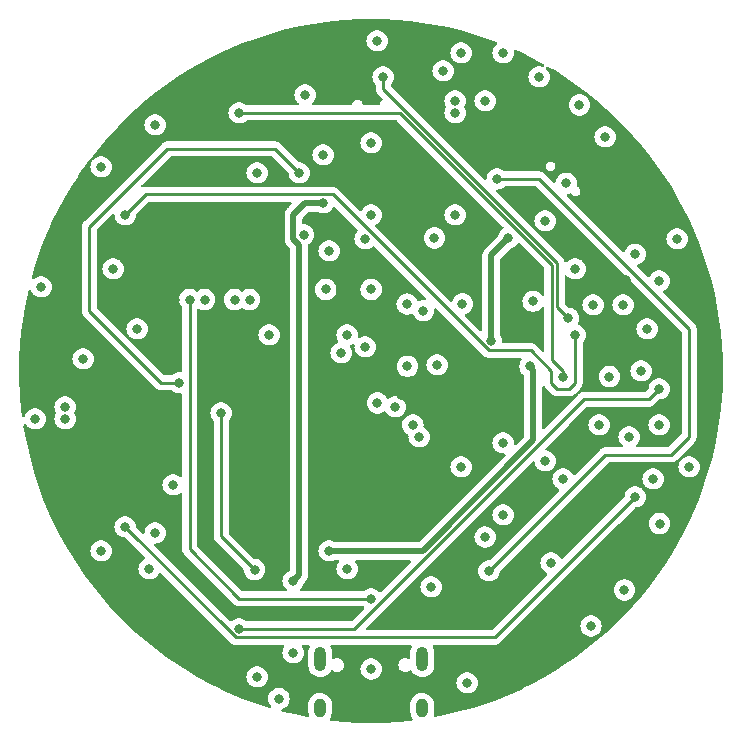
<source format=gbr>
%TF.GenerationSoftware,KiCad,Pcbnew,7.0.9*%
%TF.CreationDate,2025-01-08T15:48:33+01:00*%
%TF.ProjectId,DB-radar,44422d72-6164-4617-922e-6b696361645f,rev?*%
%TF.SameCoordinates,Original*%
%TF.FileFunction,Copper,L3,Inr*%
%TF.FilePolarity,Positive*%
%FSLAX46Y46*%
G04 Gerber Fmt 4.6, Leading zero omitted, Abs format (unit mm)*
G04 Created by KiCad (PCBNEW 7.0.9) date 2025-01-08 15:48:33*
%MOMM*%
%LPD*%
G01*
G04 APERTURE LIST*
%TA.AperFunction,ComponentPad*%
%ADD10O,1.000000X1.600000*%
%TD*%
%TA.AperFunction,ComponentPad*%
%ADD11O,1.000000X2.100000*%
%TD*%
%TA.AperFunction,ViaPad*%
%ADD12C,0.800000*%
%TD*%
%TA.AperFunction,Conductor*%
%ADD13C,0.500000*%
%TD*%
%TA.AperFunction,Conductor*%
%ADD14C,0.250000*%
%TD*%
G04 APERTURE END LIST*
D10*
%TO.N,GND*%
%TO.C,J1*%
X105920000Y-155564000D03*
D11*
X105920000Y-151384000D03*
D10*
X97280000Y-155564000D03*
D11*
X97280000Y-151384000D03*
%TD*%
D12*
%TO.N,GND*%
X81788000Y-123444000D03*
X123444000Y-132588000D03*
X125984000Y-119380000D03*
%TO.N,BAT+*%
X112776000Y-100076000D03*
X98044000Y-142240000D03*
X115044652Y-126628853D03*
%TO.N,-BATT*%
X95871861Y-115481438D03*
%TO.N,GND*%
X128524000Y-135128000D03*
X112776000Y-133096000D03*
X123951749Y-117122364D03*
X73660000Y-119888000D03*
X122936000Y-121412000D03*
X115824000Y-102108000D03*
X104668372Y-126612910D03*
X109322312Y-121333159D03*
X79756000Y-118364000D03*
X91948000Y-152908000D03*
X119236942Y-104492107D03*
X97536000Y-108712000D03*
X78740000Y-109728000D03*
X120396000Y-121412000D03*
X108712000Y-113792000D03*
X108712000Y-105156000D03*
X107188000Y-126492000D03*
X127508000Y-115824000D03*
X99568000Y-143764000D03*
X120904000Y-131572000D03*
X106680000Y-145288000D03*
X83312000Y-106172000D03*
X94996000Y-150876000D03*
X108712000Y-104140000D03*
X121412000Y-107188000D03*
X73152000Y-131064000D03*
X83312000Y-140716000D03*
X82804000Y-143764000D03*
X109220000Y-135128000D03*
X96012000Y-103632000D03*
X102108000Y-99060000D03*
X118114205Y-111124890D03*
X125984000Y-131572000D03*
X125476000Y-136144000D03*
X109220000Y-100076000D03*
X115315999Y-121108612D03*
X116332000Y-134620000D03*
X78740000Y-142240000D03*
X116332000Y-114300000D03*
%TO.N,Net-(U2-VCC)*%
X111252000Y-104140000D03*
X98044000Y-116840000D03*
%TO.N,5V*%
X97536000Y-112776000D03*
X94996000Y-144780000D03*
%TO.N,VCC*%
X76722883Y-128427037D03*
X107188000Y-135128000D03*
X113792000Y-122428000D03*
X104648000Y-100076000D03*
X93980000Y-138684000D03*
X77708983Y-132107214D03*
X123157884Y-119346778D03*
X118364000Y-109728000D03*
X84963000Y-120969000D03*
X91440000Y-135128000D03*
X104140000Y-129032000D03*
%TO.N,DTR*%
X120214944Y-148604607D03*
%TO.N,RESET*%
X111252000Y-141072264D03*
X101092000Y-124968000D03*
X123040587Y-145564656D03*
%TO.N,Net-(D1-K)*%
X107696000Y-101600000D03*
X101600000Y-113792000D03*
%TO.N,VCC_bat*%
X111764299Y-124455701D03*
X113221107Y-115765545D03*
%TO.N,Net-(D11-K)*%
X112776000Y-139192000D03*
X116840000Y-143256000D03*
X124460000Y-127000000D03*
X77216000Y-125984000D03*
%TO.N,Net-(D3-A)*%
X126026297Y-139931568D03*
X93789174Y-154752750D03*
X109728000Y-153416000D03*
%TO.N,Net-(D12-K)*%
X124968000Y-123444000D03*
X118872000Y-123952000D03*
X101600000Y-152250500D03*
X80772000Y-113792000D03*
%TO.N,Net-(D13-K)*%
X90424000Y-105156000D03*
X90424000Y-148844000D03*
X125984000Y-128524000D03*
X117856000Y-127508000D03*
%TO.N,Net-(D10-K)*%
X123952000Y-137668000D03*
X80772000Y-140208000D03*
X118299000Y-122555000D03*
X102616000Y-102108000D03*
%TO.N,Net-(D10-A)*%
X75692000Y-131064000D03*
%TO.N,Net-(D11-A)*%
X75692000Y-130048000D03*
%TO.N,Net-(D19-K)*%
X91313000Y-120969000D03*
X112268000Y-110744000D03*
X111566750Y-143932890D03*
%TO.N,Net-(D20-K)*%
X118872000Y-118364000D03*
X86233000Y-120969000D03*
X101600000Y-146304000D03*
%TO.N,Net-(D21-K)*%
X88900000Y-130556000D03*
X91948000Y-110236000D03*
X87503000Y-120969000D03*
X91725002Y-143831541D03*
X121770521Y-127485162D03*
%TO.N,Net-(D22-K)*%
X117856000Y-136144000D03*
X90043000Y-120969000D03*
X101600000Y-107696000D03*
X84836000Y-136652000D03*
%TO.N,RX*%
X99060000Y-125476000D03*
%TO.N,TX*%
X99568000Y-123952000D03*
%TO.N,SCK*%
X105664000Y-132588000D03*
%TO.N,MOSI*%
X103632000Y-130048000D03*
%TO.N,MISO*%
X105125500Y-131572000D03*
%TO.N,Net-(Q1-D12_1)*%
X106953160Y-115750682D03*
X101092000Y-115824000D03*
%TO.N,BUT_3*%
X92964000Y-123952000D03*
%TO.N,LED_PWM*%
X102118858Y-129724500D03*
X95504000Y-110236000D03*
X85344000Y-128016000D03*
%TO.N,A*%
X97758274Y-120104500D03*
%TO.N,B*%
X101600000Y-120104500D03*
%TO.N,C*%
X106013500Y-121920000D03*
%TO.N,D*%
X104648000Y-121350498D03*
%TD*%
D13*
%TO.N,VCC_bat*%
X111760000Y-117226652D02*
X113221107Y-115765545D01*
X111760000Y-124451402D02*
X111760000Y-117226652D01*
X111764299Y-124455701D02*
X111760000Y-124451402D01*
%TO.N,BAT+*%
X98044000Y-142240000D02*
X105969172Y-142240000D01*
X105969172Y-142240000D02*
X115316000Y-132893172D01*
X115316000Y-132893172D02*
X115316000Y-126900201D01*
X115316000Y-126900201D02*
X115044652Y-126628853D01*
%TO.N,5V*%
X95021861Y-115833520D02*
X95504000Y-116315659D01*
X95021861Y-113766139D02*
X95021861Y-115833520D01*
X96012000Y-112776000D02*
X95021861Y-113766139D01*
X95504000Y-144272000D02*
X94996000Y-144780000D01*
X97536000Y-112776000D02*
X96012000Y-112776000D01*
X95504000Y-116315659D02*
X95504000Y-144272000D01*
D14*
%TO.N,Net-(D12-K)*%
X82513000Y-112051000D02*
X98344305Y-112051000D01*
X98344305Y-112051000D02*
X101817000Y-115523695D01*
X118364000Y-128524000D02*
X118872000Y-128016000D01*
X117348000Y-128524000D02*
X118364000Y-128524000D01*
X80772000Y-113792000D02*
X82513000Y-112051000D01*
X118872000Y-128016000D02*
X118872000Y-123952000D01*
X111543000Y-125259000D02*
X115099000Y-125259000D01*
X116840000Y-127000000D02*
X116840000Y-128016000D01*
X115099000Y-125259000D02*
X116840000Y-127000000D01*
X116840000Y-128016000D02*
X117348000Y-128524000D01*
X101817000Y-115523695D02*
X101817000Y-115533000D01*
X101817000Y-115533000D02*
X111543000Y-125259000D01*
%TO.N,Net-(D13-K)*%
X90424000Y-148844000D02*
X100178344Y-148844000D01*
X116898000Y-118042396D02*
X116898000Y-126042000D01*
X117856000Y-127000000D02*
X117856000Y-127508000D01*
X119597000Y-129425344D02*
X125082656Y-129425344D01*
X90424000Y-105156000D02*
X104011604Y-105156000D01*
X100178344Y-148844000D02*
X119597000Y-129425344D01*
X125082656Y-129425344D02*
X125984000Y-128524000D01*
X116898000Y-126042000D02*
X117856000Y-127000000D01*
X104011604Y-105156000D02*
X116898000Y-118042396D01*
%TO.N,Net-(D10-K)*%
X118299000Y-122555000D02*
X117348000Y-121604000D01*
X102616000Y-103124000D02*
X102616000Y-102108000D01*
X117348000Y-121604000D02*
X117348000Y-117856000D01*
X80772000Y-140208000D02*
X89699000Y-149135000D01*
X89699000Y-149135000D02*
X89699000Y-149144305D01*
X89699000Y-149144305D02*
X90123695Y-149569000D01*
X117348000Y-117856000D02*
X102616000Y-103124000D01*
X112051000Y-149569000D02*
X123952000Y-137668000D01*
X90123695Y-149569000D02*
X112051000Y-149569000D01*
%TO.N,Net-(D19-K)*%
X121421305Y-134112000D02*
X127000000Y-134112000D01*
X128524000Y-132588000D02*
X128524000Y-123444000D01*
X111600415Y-143932890D02*
X121421305Y-134112000D01*
X128524000Y-123444000D02*
X115824000Y-110744000D01*
X127000000Y-134112000D02*
X128524000Y-132588000D01*
X115824000Y-110744000D02*
X112268000Y-110744000D01*
X111566750Y-143932890D02*
X111600415Y-143932890D01*
%TO.N,Net-(D20-K)*%
X101600000Y-146304000D02*
X90424000Y-146304000D01*
X90424000Y-146304000D02*
X86233000Y-142113000D01*
X86233000Y-142113000D02*
X86233000Y-120969000D01*
%TO.N,Net-(D21-K)*%
X88900000Y-141006539D02*
X88900000Y-130556000D01*
X91725002Y-143831541D02*
X88900000Y-141006539D01*
%TO.N,LED_PWM*%
X93472000Y-108204000D02*
X95504000Y-110236000D01*
X77724000Y-114808000D02*
X84328000Y-108204000D01*
X85344000Y-128016000D02*
X83820000Y-128016000D01*
X84328000Y-108204000D02*
X93472000Y-108204000D01*
X83820000Y-128016000D02*
X77724000Y-121920000D01*
X77724000Y-121920000D02*
X77724000Y-114808000D01*
%TD*%
%TA.AperFunction,Conductor*%
%TO.N,VCC*%
G36*
X98535896Y-113128421D02*
G01*
X98546925Y-113138210D01*
X99520454Y-114111740D01*
X100437839Y-115029125D01*
X100471324Y-115090448D01*
X100466340Y-115160140D01*
X100442309Y-115199777D01*
X100359466Y-115291785D01*
X100264821Y-115455715D01*
X100264818Y-115455722D01*
X100206327Y-115635740D01*
X100206326Y-115635744D01*
X100186540Y-115824000D01*
X100206326Y-116012256D01*
X100206327Y-116012259D01*
X100264818Y-116192277D01*
X100264821Y-116192284D01*
X100359467Y-116356216D01*
X100475309Y-116484871D01*
X100486129Y-116496888D01*
X100639265Y-116608148D01*
X100639270Y-116608151D01*
X100812192Y-116685142D01*
X100812197Y-116685144D01*
X100997354Y-116724500D01*
X100997355Y-116724500D01*
X101186644Y-116724500D01*
X101186646Y-116724500D01*
X101371803Y-116685144D01*
X101544730Y-116608151D01*
X101697871Y-116496888D01*
X101704449Y-116489581D01*
X101763931Y-116452933D01*
X101833788Y-116454260D01*
X101884281Y-116484871D01*
X106207804Y-120808395D01*
X106241289Y-120869718D01*
X106236305Y-120939410D01*
X106194433Y-120995343D01*
X106128969Y-121019760D01*
X106113388Y-121019500D01*
X106108146Y-121019500D01*
X105918854Y-121019500D01*
X105886397Y-121026398D01*
X105733697Y-121058855D01*
X105733696Y-121058855D01*
X105655415Y-121093709D01*
X105586165Y-121102993D01*
X105522889Y-121073364D01*
X105487050Y-121018749D01*
X105475179Y-120982214D01*
X105380533Y-120818282D01*
X105253871Y-120677610D01*
X105253870Y-120677609D01*
X105100734Y-120566349D01*
X105100729Y-120566346D01*
X104927807Y-120489355D01*
X104927802Y-120489353D01*
X104782001Y-120458363D01*
X104742646Y-120449998D01*
X104553354Y-120449998D01*
X104520897Y-120456896D01*
X104368197Y-120489353D01*
X104368192Y-120489355D01*
X104195270Y-120566346D01*
X104195265Y-120566349D01*
X104042129Y-120677609D01*
X103915466Y-120818283D01*
X103820821Y-120982213D01*
X103820818Y-120982220D01*
X103764089Y-121156816D01*
X103762326Y-121162242D01*
X103742540Y-121350498D01*
X103762326Y-121538754D01*
X103762327Y-121538757D01*
X103820818Y-121718775D01*
X103820821Y-121718782D01*
X103915467Y-121882714D01*
X103993840Y-121969756D01*
X104042129Y-122023386D01*
X104195265Y-122134646D01*
X104195270Y-122134649D01*
X104368192Y-122211640D01*
X104368197Y-122211642D01*
X104553354Y-122250998D01*
X104553355Y-122250998D01*
X104742644Y-122250998D01*
X104742646Y-122250998D01*
X104927803Y-122211642D01*
X105006084Y-122176788D01*
X105075331Y-122167503D01*
X105138608Y-122197131D01*
X105174448Y-122251747D01*
X105186318Y-122288276D01*
X105186321Y-122288284D01*
X105280967Y-122452216D01*
X105398595Y-122582855D01*
X105407629Y-122592888D01*
X105560765Y-122704148D01*
X105560770Y-122704151D01*
X105733692Y-122781142D01*
X105733697Y-122781144D01*
X105918854Y-122820500D01*
X105918855Y-122820500D01*
X106108144Y-122820500D01*
X106108146Y-122820500D01*
X106293303Y-122781144D01*
X106466230Y-122704151D01*
X106619371Y-122592888D01*
X106746033Y-122452216D01*
X106840679Y-122288284D01*
X106899174Y-122108256D01*
X106918960Y-121920000D01*
X106908529Y-121820760D01*
X106921098Y-121752035D01*
X106968830Y-121701011D01*
X107036570Y-121683893D01*
X107102812Y-121706115D01*
X107119531Y-121720122D01*
X111042197Y-125642788D01*
X111052022Y-125655051D01*
X111052243Y-125654869D01*
X111057214Y-125660878D01*
X111060815Y-125664259D01*
X111107635Y-125708226D01*
X111128529Y-125729120D01*
X111134011Y-125733373D01*
X111138443Y-125737157D01*
X111172418Y-125769062D01*
X111189976Y-125778714D01*
X111206235Y-125789395D01*
X111222064Y-125801673D01*
X111264838Y-125820182D01*
X111270056Y-125822738D01*
X111310908Y-125845197D01*
X111330316Y-125850180D01*
X111348717Y-125856480D01*
X111367104Y-125864437D01*
X111410488Y-125871308D01*
X111413119Y-125871725D01*
X111418839Y-125872909D01*
X111463981Y-125884500D01*
X111484016Y-125884500D01*
X111503414Y-125886026D01*
X111523194Y-125889159D01*
X111523195Y-125889160D01*
X111523195Y-125889159D01*
X111523196Y-125889160D01*
X111569584Y-125884775D01*
X111575422Y-125884500D01*
X114224620Y-125884500D01*
X114291659Y-125904185D01*
X114337414Y-125956989D01*
X114347358Y-126026147D01*
X114318333Y-126089703D01*
X114316768Y-126091474D01*
X114312118Y-126096638D01*
X114217473Y-126260568D01*
X114217470Y-126260575D01*
X114164158Y-126424654D01*
X114158978Y-126440597D01*
X114139192Y-126628853D01*
X114158978Y-126817109D01*
X114158979Y-126817112D01*
X114217470Y-126997130D01*
X114217473Y-126997137D01*
X114312119Y-127161069D01*
X114375849Y-127231848D01*
X114438781Y-127301741D01*
X114438785Y-127301745D01*
X114495721Y-127343110D01*
X114504480Y-127349474D01*
X114514384Y-127356669D01*
X114557051Y-127411998D01*
X114565500Y-127456988D01*
X114565500Y-132530941D01*
X114545815Y-132597980D01*
X114529181Y-132618622D01*
X113885567Y-133262235D01*
X113824244Y-133295720D01*
X113754552Y-133290736D01*
X113698619Y-133248864D01*
X113674202Y-133183400D01*
X113674564Y-133161605D01*
X113681460Y-133096000D01*
X113661674Y-132907744D01*
X113603179Y-132727716D01*
X113508533Y-132563784D01*
X113381871Y-132423112D01*
X113381870Y-132423111D01*
X113228734Y-132311851D01*
X113228729Y-132311848D01*
X113055807Y-132234857D01*
X113055802Y-132234855D01*
X112910001Y-132203865D01*
X112870646Y-132195500D01*
X112681354Y-132195500D01*
X112648897Y-132202398D01*
X112496197Y-132234855D01*
X112496192Y-132234857D01*
X112323270Y-132311848D01*
X112323265Y-132311851D01*
X112170129Y-132423111D01*
X112043466Y-132563785D01*
X111948821Y-132727715D01*
X111948818Y-132727722D01*
X111890327Y-132907740D01*
X111890326Y-132907744D01*
X111870540Y-133096000D01*
X111890326Y-133284256D01*
X111890327Y-133284259D01*
X111948818Y-133464277D01*
X111948821Y-133464284D01*
X112043467Y-133628216D01*
X112099604Y-133690562D01*
X112170129Y-133768888D01*
X112323265Y-133880148D01*
X112323270Y-133880151D01*
X112496192Y-133957142D01*
X112496197Y-133957144D01*
X112681354Y-133996500D01*
X112681355Y-133996500D01*
X112851942Y-133996500D01*
X112918981Y-134016185D01*
X112964736Y-134068989D01*
X112974680Y-134138147D01*
X112945655Y-134201703D01*
X112939623Y-134208181D01*
X105694623Y-141453181D01*
X105633300Y-141486666D01*
X105606942Y-141489500D01*
X98583337Y-141489500D01*
X98516298Y-141469815D01*
X98510452Y-141465818D01*
X98496734Y-141455851D01*
X98496729Y-141455848D01*
X98323807Y-141378857D01*
X98323802Y-141378855D01*
X98178001Y-141347865D01*
X98138646Y-141339500D01*
X97949354Y-141339500D01*
X97916897Y-141346398D01*
X97764197Y-141378855D01*
X97764192Y-141378857D01*
X97591270Y-141455848D01*
X97591265Y-141455851D01*
X97438129Y-141567111D01*
X97311466Y-141707785D01*
X97216821Y-141871715D01*
X97216818Y-141871722D01*
X97183988Y-141972764D01*
X97158326Y-142051744D01*
X97138540Y-142240000D01*
X97158326Y-142428256D01*
X97158327Y-142428259D01*
X97216818Y-142608277D01*
X97216821Y-142608284D01*
X97311467Y-142772216D01*
X97415620Y-142887889D01*
X97438129Y-142912888D01*
X97591265Y-143024148D01*
X97591270Y-143024151D01*
X97764192Y-143101142D01*
X97764197Y-143101144D01*
X97949354Y-143140500D01*
X97949355Y-143140500D01*
X98138644Y-143140500D01*
X98138646Y-143140500D01*
X98323803Y-143101144D01*
X98496730Y-143024151D01*
X98498776Y-143022664D01*
X98510452Y-143014182D01*
X98576258Y-142990702D01*
X98583337Y-142990500D01*
X98774212Y-142990500D01*
X98841251Y-143010185D01*
X98887006Y-143062989D01*
X98896950Y-143132147D01*
X98867925Y-143195703D01*
X98866420Y-143197406D01*
X98841842Y-143224702D01*
X98835464Y-143231787D01*
X98740821Y-143395715D01*
X98740818Y-143395722D01*
X98685945Y-143564605D01*
X98682326Y-143575744D01*
X98662540Y-143764000D01*
X98682326Y-143952256D01*
X98682327Y-143952259D01*
X98740818Y-144132277D01*
X98740821Y-144132284D01*
X98835467Y-144296216D01*
X98953095Y-144426855D01*
X98962129Y-144436888D01*
X99115265Y-144548148D01*
X99115270Y-144548151D01*
X99288192Y-144625142D01*
X99288197Y-144625144D01*
X99473354Y-144664500D01*
X99473355Y-144664500D01*
X99662644Y-144664500D01*
X99662646Y-144664500D01*
X99847803Y-144625144D01*
X100020730Y-144548151D01*
X100173871Y-144436888D01*
X100300533Y-144296216D01*
X100395179Y-144132284D01*
X100453674Y-143952256D01*
X100473460Y-143764000D01*
X100453674Y-143575744D01*
X100395179Y-143395716D01*
X100300533Y-143231784D01*
X100269636Y-143197470D01*
X100239408Y-143134481D01*
X100248033Y-143065146D01*
X100292774Y-143011480D01*
X100359427Y-142990522D01*
X100361788Y-142990500D01*
X104847891Y-142990500D01*
X104914930Y-143010185D01*
X104960685Y-143062989D01*
X104970629Y-143132147D01*
X104941604Y-143195703D01*
X104935572Y-143202181D01*
X102440770Y-145696981D01*
X102379447Y-145730466D01*
X102309755Y-145725482D01*
X102260941Y-145692273D01*
X102205871Y-145631112D01*
X102205870Y-145631111D01*
X102052734Y-145519851D01*
X102052729Y-145519848D01*
X101879807Y-145442857D01*
X101879802Y-145442855D01*
X101734001Y-145411865D01*
X101694646Y-145403500D01*
X101505354Y-145403500D01*
X101472897Y-145410398D01*
X101320197Y-145442855D01*
X101320192Y-145442857D01*
X101147270Y-145519848D01*
X101147265Y-145519851D01*
X100994130Y-145631110D01*
X100994126Y-145631114D01*
X100988400Y-145637474D01*
X100928913Y-145674121D01*
X100896252Y-145678500D01*
X95672975Y-145678500D01*
X95605936Y-145658815D01*
X95560181Y-145606011D01*
X95550237Y-145536853D01*
X95579262Y-145473297D01*
X95600091Y-145454181D01*
X95601871Y-145452888D01*
X95728533Y-145312216D01*
X95823179Y-145148284D01*
X95878522Y-144977955D01*
X95908770Y-144928595D01*
X95989641Y-144847724D01*
X96003260Y-144835954D01*
X96022530Y-144821610D01*
X96056123Y-144781574D01*
X96059757Y-144777608D01*
X96065590Y-144771777D01*
X96085923Y-144746060D01*
X96135302Y-144687214D01*
X96135309Y-144687198D01*
X96139272Y-144681176D01*
X96139324Y-144681210D01*
X96143371Y-144674858D01*
X96143317Y-144674825D01*
X96147104Y-144668684D01*
X96147110Y-144668677D01*
X96171817Y-144615692D01*
X96179561Y-144599086D01*
X96197109Y-144564142D01*
X96214040Y-144530433D01*
X96214042Y-144530421D01*
X96216510Y-144523644D01*
X96216568Y-144523665D01*
X96219043Y-144516546D01*
X96218985Y-144516527D01*
X96221256Y-144509672D01*
X96236784Y-144434467D01*
X96254500Y-144359720D01*
X96255339Y-144352548D01*
X96255397Y-144352554D01*
X96256164Y-144345056D01*
X96256104Y-144345051D01*
X96256733Y-144337860D01*
X96255521Y-144296214D01*
X96254500Y-144261102D01*
X96254500Y-135128000D01*
X108314540Y-135128000D01*
X108334326Y-135316256D01*
X108334327Y-135316259D01*
X108392818Y-135496277D01*
X108392821Y-135496284D01*
X108487467Y-135660216D01*
X108596931Y-135781788D01*
X108614129Y-135800888D01*
X108767265Y-135912148D01*
X108767270Y-135912151D01*
X108940192Y-135989142D01*
X108940197Y-135989144D01*
X109125354Y-136028500D01*
X109125355Y-136028500D01*
X109314644Y-136028500D01*
X109314646Y-136028500D01*
X109499803Y-135989144D01*
X109672730Y-135912151D01*
X109825871Y-135800888D01*
X109952533Y-135660216D01*
X110047179Y-135496284D01*
X110105674Y-135316256D01*
X110125460Y-135128000D01*
X110105674Y-134939744D01*
X110047179Y-134759716D01*
X109952533Y-134595784D01*
X109825871Y-134455112D01*
X109793708Y-134431744D01*
X109672734Y-134343851D01*
X109672729Y-134343848D01*
X109499807Y-134266857D01*
X109499802Y-134266855D01*
X109354001Y-134235865D01*
X109314646Y-134227500D01*
X109125354Y-134227500D01*
X109092897Y-134234398D01*
X108940197Y-134266855D01*
X108940192Y-134266857D01*
X108767270Y-134343848D01*
X108767265Y-134343851D01*
X108614129Y-134455111D01*
X108487466Y-134595785D01*
X108392821Y-134759715D01*
X108392818Y-134759722D01*
X108334327Y-134939740D01*
X108334326Y-134939744D01*
X108314540Y-135128000D01*
X96254500Y-135128000D01*
X96254500Y-131572000D01*
X104220040Y-131572000D01*
X104239826Y-131760256D01*
X104239827Y-131760259D01*
X104298318Y-131940277D01*
X104298321Y-131940284D01*
X104392967Y-132104216D01*
X104510595Y-132234855D01*
X104519629Y-132244888D01*
X104672768Y-132356150D01*
X104672770Y-132356151D01*
X104695678Y-132366350D01*
X104748917Y-132411599D01*
X104769240Y-132478447D01*
X104768567Y-132492591D01*
X104761334Y-132561415D01*
X104758540Y-132588000D01*
X104778326Y-132776256D01*
X104778327Y-132776259D01*
X104836818Y-132956277D01*
X104836821Y-132956284D01*
X104931467Y-133120216D01*
X105047303Y-133248864D01*
X105058129Y-133260888D01*
X105211265Y-133372148D01*
X105211270Y-133372151D01*
X105384192Y-133449142D01*
X105384197Y-133449144D01*
X105569354Y-133488500D01*
X105569355Y-133488500D01*
X105758644Y-133488500D01*
X105758646Y-133488500D01*
X105943803Y-133449144D01*
X106116730Y-133372151D01*
X106269871Y-133260888D01*
X106396533Y-133120216D01*
X106491179Y-132956284D01*
X106549674Y-132776256D01*
X106569460Y-132588000D01*
X106549674Y-132399744D01*
X106491179Y-132219716D01*
X106396533Y-132055784D01*
X106269871Y-131915112D01*
X106232655Y-131888073D01*
X106116734Y-131803851D01*
X106116732Y-131803850D01*
X106093816Y-131793647D01*
X106040579Y-131748396D01*
X106020259Y-131681546D01*
X106020932Y-131667406D01*
X106030960Y-131572000D01*
X106011174Y-131383744D01*
X105952679Y-131203716D01*
X105858033Y-131039784D01*
X105731371Y-130899112D01*
X105699208Y-130875744D01*
X105578234Y-130787851D01*
X105578229Y-130787848D01*
X105405307Y-130710857D01*
X105405302Y-130710855D01*
X105259501Y-130679865D01*
X105220146Y-130671500D01*
X105030854Y-130671500D01*
X104998397Y-130678398D01*
X104845697Y-130710855D01*
X104845692Y-130710857D01*
X104672770Y-130787848D01*
X104672765Y-130787851D01*
X104519629Y-130899111D01*
X104392966Y-131039785D01*
X104298321Y-131203715D01*
X104298318Y-131203722D01*
X104239827Y-131383740D01*
X104239826Y-131383744D01*
X104220040Y-131572000D01*
X96254500Y-131572000D01*
X96254500Y-129724500D01*
X101213398Y-129724500D01*
X101233184Y-129912756D01*
X101233185Y-129912759D01*
X101291676Y-130092777D01*
X101291679Y-130092784D01*
X101386325Y-130256716D01*
X101507335Y-130391111D01*
X101512987Y-130397388D01*
X101666123Y-130508648D01*
X101666128Y-130508651D01*
X101839050Y-130585642D01*
X101839055Y-130585644D01*
X102024212Y-130625000D01*
X102024213Y-130625000D01*
X102213502Y-130625000D01*
X102213504Y-130625000D01*
X102398661Y-130585644D01*
X102571588Y-130508651D01*
X102662055Y-130442922D01*
X102727858Y-130419444D01*
X102795912Y-130435269D01*
X102842323Y-130481240D01*
X102882080Y-130550100D01*
X102899467Y-130580216D01*
X103026129Y-130720888D01*
X103179265Y-130832148D01*
X103179270Y-130832151D01*
X103352192Y-130909142D01*
X103352197Y-130909144D01*
X103537354Y-130948500D01*
X103537355Y-130948500D01*
X103726644Y-130948500D01*
X103726646Y-130948500D01*
X103911803Y-130909144D01*
X104084730Y-130832151D01*
X104237871Y-130720888D01*
X104364533Y-130580216D01*
X104459179Y-130416284D01*
X104517674Y-130236256D01*
X104537460Y-130048000D01*
X104517674Y-129859744D01*
X104459179Y-129679716D01*
X104364533Y-129515784D01*
X104237871Y-129375112D01*
X104237870Y-129375111D01*
X104084734Y-129263851D01*
X104084729Y-129263848D01*
X103911807Y-129186857D01*
X103911802Y-129186855D01*
X103757974Y-129154159D01*
X103726646Y-129147500D01*
X103537354Y-129147500D01*
X103506026Y-129154159D01*
X103352197Y-129186855D01*
X103352192Y-129186857D01*
X103179271Y-129263848D01*
X103088805Y-129329575D01*
X103022998Y-129353054D01*
X102954944Y-129337228D01*
X102908533Y-129291256D01*
X102854049Y-129196888D01*
X102851391Y-129192284D01*
X102849569Y-129190261D01*
X102753767Y-129083862D01*
X102724729Y-129051612D01*
X102721269Y-129049098D01*
X102571592Y-128940351D01*
X102571587Y-128940348D01*
X102398665Y-128863357D01*
X102398660Y-128863355D01*
X102250351Y-128831832D01*
X102213504Y-128824000D01*
X102024212Y-128824000D01*
X101991755Y-128830898D01*
X101839055Y-128863355D01*
X101839050Y-128863357D01*
X101666128Y-128940348D01*
X101666123Y-128940351D01*
X101512987Y-129051611D01*
X101386324Y-129192285D01*
X101291679Y-129356215D01*
X101291676Y-129356222D01*
X101233185Y-129536240D01*
X101233184Y-129536244D01*
X101213398Y-129724500D01*
X96254500Y-129724500D01*
X96254500Y-126612910D01*
X103762912Y-126612910D01*
X103782698Y-126801166D01*
X103782699Y-126801169D01*
X103841190Y-126981187D01*
X103841193Y-126981194D01*
X103935839Y-127145126D01*
X104013924Y-127231848D01*
X104062501Y-127285798D01*
X104215637Y-127397058D01*
X104215642Y-127397061D01*
X104388564Y-127474052D01*
X104388569Y-127474054D01*
X104573726Y-127513410D01*
X104573727Y-127513410D01*
X104763016Y-127513410D01*
X104763018Y-127513410D01*
X104948175Y-127474054D01*
X105121102Y-127397061D01*
X105274243Y-127285798D01*
X105400905Y-127145126D01*
X105495551Y-126981194D01*
X105554046Y-126801166D01*
X105573832Y-126612910D01*
X105561124Y-126492000D01*
X106282540Y-126492000D01*
X106302326Y-126680256D01*
X106302327Y-126680259D01*
X106360818Y-126860277D01*
X106360821Y-126860284D01*
X106455467Y-127024216D01*
X106538906Y-127116884D01*
X106582129Y-127164888D01*
X106735265Y-127276148D01*
X106735270Y-127276151D01*
X106908192Y-127353142D01*
X106908197Y-127353144D01*
X107093354Y-127392500D01*
X107093355Y-127392500D01*
X107282644Y-127392500D01*
X107282646Y-127392500D01*
X107467803Y-127353144D01*
X107640730Y-127276151D01*
X107793871Y-127164888D01*
X107920533Y-127024216D01*
X108015179Y-126860284D01*
X108073674Y-126680256D01*
X108093460Y-126492000D01*
X108073674Y-126303744D01*
X108015179Y-126123716D01*
X107920533Y-125959784D01*
X107793871Y-125819112D01*
X107793870Y-125819111D01*
X107640734Y-125707851D01*
X107640729Y-125707848D01*
X107467807Y-125630857D01*
X107467802Y-125630855D01*
X107322001Y-125599865D01*
X107282646Y-125591500D01*
X107093354Y-125591500D01*
X107060897Y-125598398D01*
X106908197Y-125630855D01*
X106908192Y-125630857D01*
X106735270Y-125707848D01*
X106735265Y-125707851D01*
X106582129Y-125819111D01*
X106455466Y-125959785D01*
X106360821Y-126123715D01*
X106360818Y-126123722D01*
X106312125Y-126273586D01*
X106302326Y-126303744D01*
X106282540Y-126492000D01*
X105561124Y-126492000D01*
X105554046Y-126424654D01*
X105495551Y-126244626D01*
X105400905Y-126080694D01*
X105274243Y-125940022D01*
X105274242Y-125940021D01*
X105121106Y-125828761D01*
X105121101Y-125828758D01*
X104948179Y-125751767D01*
X104948174Y-125751765D01*
X104802373Y-125720775D01*
X104763018Y-125712410D01*
X104573726Y-125712410D01*
X104541269Y-125719308D01*
X104388569Y-125751765D01*
X104388564Y-125751767D01*
X104215642Y-125828758D01*
X104215637Y-125828761D01*
X104062501Y-125940021D01*
X103935838Y-126080695D01*
X103841193Y-126244625D01*
X103841190Y-126244632D01*
X103798344Y-126376500D01*
X103782698Y-126424654D01*
X103762912Y-126612910D01*
X96254500Y-126612910D01*
X96254500Y-125476000D01*
X98154540Y-125476000D01*
X98174326Y-125664256D01*
X98174327Y-125664259D01*
X98232818Y-125844277D01*
X98232821Y-125844284D01*
X98327467Y-126008216D01*
X98445095Y-126138855D01*
X98454129Y-126148888D01*
X98607265Y-126260148D01*
X98607270Y-126260151D01*
X98780192Y-126337142D01*
X98780197Y-126337144D01*
X98965354Y-126376500D01*
X98965355Y-126376500D01*
X99154644Y-126376500D01*
X99154646Y-126376500D01*
X99339803Y-126337144D01*
X99512730Y-126260151D01*
X99665871Y-126148888D01*
X99792533Y-126008216D01*
X99887179Y-125844284D01*
X99945674Y-125664256D01*
X99965460Y-125476000D01*
X99945674Y-125287744D01*
X99887179Y-125107716D01*
X99812690Y-124978698D01*
X99796218Y-124910799D01*
X99819071Y-124844772D01*
X99869637Y-124803422D01*
X100020730Y-124736151D01*
X100020734Y-124736147D01*
X100024038Y-124734677D01*
X100093288Y-124725393D01*
X100156565Y-124755021D01*
X100193778Y-124814156D01*
X100197794Y-124860915D01*
X100186540Y-124968000D01*
X100206326Y-125156256D01*
X100206327Y-125156259D01*
X100264818Y-125336277D01*
X100264821Y-125336284D01*
X100359467Y-125500216D01*
X100477095Y-125630855D01*
X100486129Y-125640888D01*
X100639265Y-125752148D01*
X100639270Y-125752151D01*
X100812192Y-125829142D01*
X100812197Y-125829144D01*
X100997354Y-125868500D01*
X100997355Y-125868500D01*
X101186644Y-125868500D01*
X101186646Y-125868500D01*
X101371803Y-125829144D01*
X101544730Y-125752151D01*
X101697871Y-125640888D01*
X101824533Y-125500216D01*
X101919179Y-125336284D01*
X101977674Y-125156256D01*
X101997460Y-124968000D01*
X101977674Y-124779744D01*
X101919179Y-124599716D01*
X101824533Y-124435784D01*
X101697871Y-124295112D01*
X101697870Y-124295111D01*
X101544734Y-124183851D01*
X101544729Y-124183848D01*
X101371807Y-124106857D01*
X101371802Y-124106855D01*
X101226001Y-124075865D01*
X101186646Y-124067500D01*
X100997354Y-124067500D01*
X100947375Y-124078123D01*
X100812199Y-124106855D01*
X100635961Y-124185322D01*
X100566711Y-124194606D01*
X100503434Y-124164978D01*
X100466221Y-124105843D01*
X100462204Y-124059088D01*
X100473460Y-123952000D01*
X100453674Y-123763744D01*
X100395179Y-123583716D01*
X100300533Y-123419784D01*
X100173871Y-123279112D01*
X100141708Y-123255744D01*
X100020734Y-123167851D01*
X100020729Y-123167848D01*
X99847807Y-123090857D01*
X99847802Y-123090855D01*
X99702001Y-123059865D01*
X99662646Y-123051500D01*
X99473354Y-123051500D01*
X99444792Y-123057571D01*
X99288197Y-123090855D01*
X99288192Y-123090857D01*
X99115270Y-123167848D01*
X99115265Y-123167851D01*
X98962129Y-123279111D01*
X98835466Y-123419785D01*
X98740821Y-123583715D01*
X98740818Y-123583722D01*
X98693909Y-123728094D01*
X98682326Y-123763744D01*
X98662540Y-123952000D01*
X98682326Y-124140256D01*
X98682327Y-124140259D01*
X98740818Y-124320277D01*
X98740821Y-124320284D01*
X98815308Y-124449300D01*
X98831781Y-124517201D01*
X98808928Y-124583227D01*
X98758357Y-124624579D01*
X98607270Y-124691848D01*
X98607265Y-124691851D01*
X98454129Y-124803111D01*
X98327466Y-124943785D01*
X98232821Y-125107715D01*
X98232818Y-125107722D01*
X98174327Y-125287740D01*
X98174326Y-125287744D01*
X98154540Y-125476000D01*
X96254500Y-125476000D01*
X96254500Y-120104500D01*
X96852814Y-120104500D01*
X96872600Y-120292756D01*
X96872601Y-120292759D01*
X96931092Y-120472777D01*
X96931095Y-120472784D01*
X97025741Y-120636716D01*
X97126970Y-120749142D01*
X97152403Y-120777388D01*
X97305539Y-120888648D01*
X97305544Y-120888651D01*
X97478466Y-120965642D01*
X97478471Y-120965644D01*
X97663628Y-121005000D01*
X97663629Y-121005000D01*
X97852918Y-121005000D01*
X97852920Y-121005000D01*
X98038077Y-120965644D01*
X98211004Y-120888651D01*
X98364145Y-120777388D01*
X98490807Y-120636716D01*
X98585453Y-120472784D01*
X98643948Y-120292756D01*
X98663734Y-120104500D01*
X100694540Y-120104500D01*
X100714326Y-120292756D01*
X100714327Y-120292759D01*
X100772818Y-120472777D01*
X100772821Y-120472784D01*
X100867467Y-120636716D01*
X100968696Y-120749142D01*
X100994129Y-120777388D01*
X101147265Y-120888648D01*
X101147270Y-120888651D01*
X101320192Y-120965642D01*
X101320197Y-120965644D01*
X101505354Y-121005000D01*
X101505355Y-121005000D01*
X101694644Y-121005000D01*
X101694646Y-121005000D01*
X101879803Y-120965644D01*
X102052730Y-120888651D01*
X102205871Y-120777388D01*
X102332533Y-120636716D01*
X102427179Y-120472784D01*
X102485674Y-120292756D01*
X102505460Y-120104500D01*
X102485674Y-119916244D01*
X102427179Y-119736216D01*
X102332533Y-119572284D01*
X102205871Y-119431612D01*
X102205870Y-119431611D01*
X102052734Y-119320351D01*
X102052729Y-119320348D01*
X101879807Y-119243357D01*
X101879802Y-119243355D01*
X101734001Y-119212365D01*
X101694646Y-119204000D01*
X101505354Y-119204000D01*
X101472897Y-119210898D01*
X101320197Y-119243355D01*
X101320192Y-119243357D01*
X101147270Y-119320348D01*
X101147265Y-119320351D01*
X100994129Y-119431611D01*
X100867466Y-119572285D01*
X100772821Y-119736215D01*
X100772818Y-119736222D01*
X100714327Y-119916240D01*
X100714326Y-119916244D01*
X100694540Y-120104500D01*
X98663734Y-120104500D01*
X98643948Y-119916244D01*
X98585453Y-119736216D01*
X98490807Y-119572284D01*
X98364145Y-119431612D01*
X98364144Y-119431611D01*
X98211008Y-119320351D01*
X98211003Y-119320348D01*
X98038081Y-119243357D01*
X98038076Y-119243355D01*
X97892275Y-119212365D01*
X97852920Y-119204000D01*
X97663628Y-119204000D01*
X97631171Y-119210898D01*
X97478471Y-119243355D01*
X97478466Y-119243357D01*
X97305544Y-119320348D01*
X97305539Y-119320351D01*
X97152403Y-119431611D01*
X97025740Y-119572285D01*
X96931095Y-119736215D01*
X96931092Y-119736222D01*
X96872601Y-119916240D01*
X96872600Y-119916244D01*
X96852814Y-120104500D01*
X96254500Y-120104500D01*
X96254500Y-116840000D01*
X97138540Y-116840000D01*
X97158326Y-117028256D01*
X97158327Y-117028259D01*
X97216818Y-117208277D01*
X97216821Y-117208284D01*
X97311467Y-117372216D01*
X97399136Y-117469582D01*
X97438129Y-117512888D01*
X97591265Y-117624148D01*
X97591270Y-117624151D01*
X97764192Y-117701142D01*
X97764197Y-117701144D01*
X97949354Y-117740500D01*
X97949355Y-117740500D01*
X98138644Y-117740500D01*
X98138646Y-117740500D01*
X98323803Y-117701144D01*
X98496730Y-117624151D01*
X98649871Y-117512888D01*
X98776533Y-117372216D01*
X98871179Y-117208284D01*
X98929674Y-117028256D01*
X98949460Y-116840000D01*
X98929674Y-116651744D01*
X98871179Y-116471716D01*
X98776533Y-116307784D01*
X98649871Y-116167112D01*
X98648627Y-116166208D01*
X98496734Y-116055851D01*
X98496729Y-116055848D01*
X98323807Y-115978857D01*
X98323802Y-115978855D01*
X98178001Y-115947865D01*
X98138646Y-115939500D01*
X97949354Y-115939500D01*
X97916897Y-115946398D01*
X97764197Y-115978855D01*
X97764192Y-115978857D01*
X97591270Y-116055848D01*
X97591265Y-116055851D01*
X97438129Y-116167111D01*
X97311466Y-116307785D01*
X97216821Y-116471715D01*
X97216818Y-116471722D01*
X97158327Y-116651740D01*
X97158326Y-116651744D01*
X97138540Y-116840000D01*
X96254500Y-116840000D01*
X96254500Y-116379365D01*
X96255808Y-116361405D01*
X96256128Y-116359219D01*
X96285315Y-116295737D01*
X96319786Y-116270262D01*
X96318964Y-116268838D01*
X96324587Y-116265590D01*
X96324591Y-116265589D01*
X96477732Y-116154326D01*
X96604394Y-116013654D01*
X96699040Y-115849722D01*
X96757535Y-115669694D01*
X96777321Y-115481438D01*
X96757535Y-115293182D01*
X96699040Y-115113154D01*
X96604394Y-114949222D01*
X96477732Y-114808550D01*
X96467741Y-114801291D01*
X96324595Y-114697289D01*
X96324590Y-114697286D01*
X96151668Y-114620295D01*
X96151663Y-114620293D01*
X96005862Y-114589303D01*
X95966507Y-114580938D01*
X95896361Y-114580938D01*
X95829322Y-114561253D01*
X95783567Y-114508449D01*
X95772361Y-114456938D01*
X95772361Y-114128369D01*
X95792046Y-114061330D01*
X95808680Y-114040688D01*
X96286549Y-113562819D01*
X96347872Y-113529334D01*
X96374230Y-113526500D01*
X96996663Y-113526500D01*
X97063702Y-113546185D01*
X97069548Y-113550182D01*
X97083265Y-113560148D01*
X97083270Y-113560151D01*
X97256192Y-113637142D01*
X97256197Y-113637144D01*
X97441354Y-113676500D01*
X97441355Y-113676500D01*
X97630644Y-113676500D01*
X97630646Y-113676500D01*
X97815803Y-113637144D01*
X97988730Y-113560151D01*
X98141871Y-113448888D01*
X98268533Y-113308216D01*
X98351858Y-113163891D01*
X98402424Y-113115677D01*
X98471031Y-113102453D01*
X98535896Y-113128421D01*
G37*
%TD.AperFunction*%
%TA.AperFunction,Conductor*%
G36*
X94817809Y-112696185D02*
G01*
X94863564Y-112748989D01*
X94873508Y-112818147D01*
X94844483Y-112881703D01*
X94838469Y-112888161D01*
X94610954Y-113115677D01*
X94536219Y-113190412D01*
X94522590Y-113202190D01*
X94503329Y-113216529D01*
X94469759Y-113256536D01*
X94466114Y-113260515D01*
X94460270Y-113266361D01*
X94439920Y-113292098D01*
X94390556Y-113350928D01*
X94386590Y-113356958D01*
X94386543Y-113356927D01*
X94382491Y-113363286D01*
X94382540Y-113363316D01*
X94378750Y-113369460D01*
X94346285Y-113439080D01*
X94311821Y-113507705D01*
X94309349Y-113514496D01*
X94309293Y-113514475D01*
X94306821Y-113521589D01*
X94306876Y-113521608D01*
X94304603Y-113528466D01*
X94299551Y-113552937D01*
X94289068Y-113603704D01*
X94281143Y-113637144D01*
X94271359Y-113678425D01*
X94270522Y-113685593D01*
X94270462Y-113685586D01*
X94269696Y-113693084D01*
X94269756Y-113693090D01*
X94269126Y-113700279D01*
X94271361Y-113777055D01*
X94271361Y-115769814D01*
X94270052Y-115787783D01*
X94266571Y-115811545D01*
X94271125Y-115863584D01*
X94271361Y-115868990D01*
X94271361Y-115877229D01*
X94275167Y-115909794D01*
X94281861Y-115986311D01*
X94283322Y-115993387D01*
X94283264Y-115993398D01*
X94284895Y-116000757D01*
X94284953Y-116000744D01*
X94286618Y-116007770D01*
X94312886Y-116079944D01*
X94337046Y-116152851D01*
X94340097Y-116159394D01*
X94340043Y-116159418D01*
X94343331Y-116166208D01*
X94343382Y-116166183D01*
X94346622Y-116172633D01*
X94346623Y-116172634D01*
X94346624Y-116172637D01*
X94372672Y-116212242D01*
X94388826Y-116236803D01*
X94429148Y-116302175D01*
X94433627Y-116307839D01*
X94433580Y-116307875D01*
X94438344Y-116313722D01*
X94438390Y-116313684D01*
X94443028Y-116319212D01*
X94443031Y-116319216D01*
X94443034Y-116319218D01*
X94443035Y-116319220D01*
X94498881Y-116371907D01*
X94717181Y-116590207D01*
X94750666Y-116651530D01*
X94753500Y-116677888D01*
X94753500Y-143821721D01*
X94733815Y-143888760D01*
X94681011Y-143934515D01*
X94679936Y-143935000D01*
X94543270Y-143995848D01*
X94543265Y-143995851D01*
X94390129Y-144107111D01*
X94263466Y-144247785D01*
X94168821Y-144411715D01*
X94168818Y-144411722D01*
X94124491Y-144548148D01*
X94110326Y-144591744D01*
X94090540Y-144780000D01*
X94110326Y-144968256D01*
X94110327Y-144968259D01*
X94168818Y-145148277D01*
X94168821Y-145148284D01*
X94263467Y-145312216D01*
X94287202Y-145338576D01*
X94390128Y-145452887D01*
X94391909Y-145454181D01*
X94392690Y-145455194D01*
X94394958Y-145457236D01*
X94394584Y-145457650D01*
X94434576Y-145509510D01*
X94440556Y-145579124D01*
X94407950Y-145640919D01*
X94347112Y-145675277D01*
X94319025Y-145678500D01*
X90734452Y-145678500D01*
X90667413Y-145658815D01*
X90646771Y-145642181D01*
X86894819Y-141890228D01*
X86861334Y-141828905D01*
X86858500Y-141802547D01*
X86858500Y-130556000D01*
X87994540Y-130556000D01*
X88014326Y-130744256D01*
X88014327Y-130744259D01*
X88072818Y-130924277D01*
X88072821Y-130924284D01*
X88167467Y-131088216D01*
X88210772Y-131136310D01*
X88242650Y-131171715D01*
X88272880Y-131234706D01*
X88274500Y-131254687D01*
X88274500Y-140923794D01*
X88272775Y-140939411D01*
X88273061Y-140939438D01*
X88272326Y-140947204D01*
X88274500Y-141016353D01*
X88274500Y-141045882D01*
X88274501Y-141045899D01*
X88275368Y-141052770D01*
X88275826Y-141058589D01*
X88277290Y-141105163D01*
X88277291Y-141105166D01*
X88282880Y-141124406D01*
X88286824Y-141143450D01*
X88289336Y-141163330D01*
X88306490Y-141206658D01*
X88308382Y-141212186D01*
X88318850Y-141248216D01*
X88321382Y-141256929D01*
X88323507Y-141260523D01*
X88331580Y-141274173D01*
X88340138Y-141291642D01*
X88347514Y-141310271D01*
X88374898Y-141347962D01*
X88378106Y-141352846D01*
X88401827Y-141392955D01*
X88401833Y-141392963D01*
X88415990Y-141407119D01*
X88428627Y-141421914D01*
X88440406Y-141438126D01*
X88461828Y-141455848D01*
X88476309Y-141467827D01*
X88480620Y-141471749D01*
X90211051Y-143202181D01*
X90786040Y-143777170D01*
X90819525Y-143838493D01*
X90821680Y-143851889D01*
X90828433Y-143916136D01*
X90839328Y-144019797D01*
X90839329Y-144019800D01*
X90897820Y-144199818D01*
X90897823Y-144199825D01*
X90992469Y-144363757D01*
X91118608Y-144503848D01*
X91119131Y-144504429D01*
X91272267Y-144615689D01*
X91272272Y-144615692D01*
X91445194Y-144692683D01*
X91445199Y-144692685D01*
X91630356Y-144732041D01*
X91630357Y-144732041D01*
X91819646Y-144732041D01*
X91819648Y-144732041D01*
X92004805Y-144692685D01*
X92177732Y-144615692D01*
X92330873Y-144504429D01*
X92457535Y-144363757D01*
X92552181Y-144199825D01*
X92610676Y-144019797D01*
X92630462Y-143831541D01*
X92610676Y-143643285D01*
X92552181Y-143463257D01*
X92457535Y-143299325D01*
X92330873Y-143158653D01*
X92330872Y-143158652D01*
X92177736Y-143047392D01*
X92177731Y-143047389D01*
X92004809Y-142970398D01*
X92004804Y-142970396D01*
X91859003Y-142939406D01*
X91819648Y-142931041D01*
X91819647Y-142931041D01*
X91760455Y-142931041D01*
X91693416Y-142911356D01*
X91672774Y-142894722D01*
X89561819Y-140783767D01*
X89528334Y-140722444D01*
X89525500Y-140696086D01*
X89525500Y-131254687D01*
X89545185Y-131187648D01*
X89557350Y-131171715D01*
X89575891Y-131151122D01*
X89632533Y-131088216D01*
X89727179Y-130924284D01*
X89785674Y-130744256D01*
X89805460Y-130556000D01*
X89785674Y-130367744D01*
X89727179Y-130187716D01*
X89632533Y-130023784D01*
X89505871Y-129883112D01*
X89473708Y-129859744D01*
X89352734Y-129771851D01*
X89352729Y-129771848D01*
X89179807Y-129694857D01*
X89179802Y-129694855D01*
X89034001Y-129663865D01*
X88994646Y-129655500D01*
X88805354Y-129655500D01*
X88772897Y-129662398D01*
X88620197Y-129694855D01*
X88620192Y-129694857D01*
X88447270Y-129771848D01*
X88447265Y-129771851D01*
X88294129Y-129883111D01*
X88167466Y-130023785D01*
X88072821Y-130187715D01*
X88072818Y-130187722D01*
X88042884Y-130279851D01*
X88014326Y-130367744D01*
X87994540Y-130556000D01*
X86858500Y-130556000D01*
X86858500Y-123952000D01*
X92058540Y-123952000D01*
X92078326Y-124140256D01*
X92078327Y-124140259D01*
X92136818Y-124320277D01*
X92136821Y-124320284D01*
X92231467Y-124484216D01*
X92338499Y-124603087D01*
X92358129Y-124624888D01*
X92511265Y-124736148D01*
X92511270Y-124736151D01*
X92684192Y-124813142D01*
X92684197Y-124813144D01*
X92869354Y-124852500D01*
X92869355Y-124852500D01*
X93058644Y-124852500D01*
X93058646Y-124852500D01*
X93243803Y-124813144D01*
X93416730Y-124736151D01*
X93569871Y-124624888D01*
X93696533Y-124484216D01*
X93791179Y-124320284D01*
X93849674Y-124140256D01*
X93869460Y-123952000D01*
X93849674Y-123763744D01*
X93791179Y-123583716D01*
X93696533Y-123419784D01*
X93569871Y-123279112D01*
X93537708Y-123255744D01*
X93416734Y-123167851D01*
X93416729Y-123167848D01*
X93243807Y-123090857D01*
X93243802Y-123090855D01*
X93098001Y-123059865D01*
X93058646Y-123051500D01*
X92869354Y-123051500D01*
X92840792Y-123057571D01*
X92684197Y-123090855D01*
X92684192Y-123090857D01*
X92511270Y-123167848D01*
X92511265Y-123167851D01*
X92358129Y-123279111D01*
X92231466Y-123419785D01*
X92136821Y-123583715D01*
X92136818Y-123583722D01*
X92089909Y-123728094D01*
X92078326Y-123763744D01*
X92058540Y-123952000D01*
X86858500Y-123952000D01*
X86858500Y-121857185D01*
X86878185Y-121790146D01*
X86930989Y-121744391D01*
X87000147Y-121734447D01*
X87043373Y-121752087D01*
X87044637Y-121749899D01*
X87050270Y-121753151D01*
X87223192Y-121830142D01*
X87223197Y-121830144D01*
X87408354Y-121869500D01*
X87408355Y-121869500D01*
X87597644Y-121869500D01*
X87597646Y-121869500D01*
X87782803Y-121830144D01*
X87955730Y-121753151D01*
X88108871Y-121641888D01*
X88235533Y-121501216D01*
X88330179Y-121337284D01*
X88388674Y-121157256D01*
X88408460Y-120969000D01*
X89137540Y-120969000D01*
X89157326Y-121157256D01*
X89157327Y-121157259D01*
X89215818Y-121337277D01*
X89215821Y-121337284D01*
X89310467Y-121501216D01*
X89399646Y-121600259D01*
X89437129Y-121641888D01*
X89590265Y-121753148D01*
X89590270Y-121753151D01*
X89763192Y-121830142D01*
X89763197Y-121830144D01*
X89948354Y-121869500D01*
X89948355Y-121869500D01*
X90137644Y-121869500D01*
X90137646Y-121869500D01*
X90322803Y-121830144D01*
X90495730Y-121753151D01*
X90605117Y-121673676D01*
X90670920Y-121650198D01*
X90738974Y-121666023D01*
X90750871Y-121673668D01*
X90830806Y-121731744D01*
X90860270Y-121753151D01*
X91033192Y-121830142D01*
X91033197Y-121830144D01*
X91218354Y-121869500D01*
X91218355Y-121869500D01*
X91407644Y-121869500D01*
X91407646Y-121869500D01*
X91592803Y-121830144D01*
X91765730Y-121753151D01*
X91918871Y-121641888D01*
X92045533Y-121501216D01*
X92140179Y-121337284D01*
X92198674Y-121157256D01*
X92218460Y-120969000D01*
X92198674Y-120780744D01*
X92140179Y-120600716D01*
X92045533Y-120436784D01*
X91918871Y-120296112D01*
X91907432Y-120287801D01*
X91765734Y-120184851D01*
X91765729Y-120184848D01*
X91592807Y-120107857D01*
X91592802Y-120107855D01*
X91447001Y-120076865D01*
X91407646Y-120068500D01*
X91218354Y-120068500D01*
X91185897Y-120075398D01*
X91033197Y-120107855D01*
X91033192Y-120107857D01*
X90860270Y-120184848D01*
X90860265Y-120184851D01*
X90750885Y-120264321D01*
X90685079Y-120287801D01*
X90617025Y-120271975D01*
X90605115Y-120264321D01*
X90495734Y-120184851D01*
X90495729Y-120184848D01*
X90322807Y-120107857D01*
X90322802Y-120107855D01*
X90177001Y-120076865D01*
X90137646Y-120068500D01*
X89948354Y-120068500D01*
X89915897Y-120075398D01*
X89763197Y-120107855D01*
X89763192Y-120107857D01*
X89590270Y-120184848D01*
X89590265Y-120184851D01*
X89437129Y-120296111D01*
X89310466Y-120436785D01*
X89215821Y-120600715D01*
X89215818Y-120600722D01*
X89158416Y-120777388D01*
X89157326Y-120780744D01*
X89137540Y-120969000D01*
X88408460Y-120969000D01*
X88388674Y-120780744D01*
X88330179Y-120600716D01*
X88235533Y-120436784D01*
X88108871Y-120296112D01*
X88097432Y-120287801D01*
X87955734Y-120184851D01*
X87955729Y-120184848D01*
X87782807Y-120107857D01*
X87782802Y-120107855D01*
X87637001Y-120076865D01*
X87597646Y-120068500D01*
X87408354Y-120068500D01*
X87375897Y-120075398D01*
X87223197Y-120107855D01*
X87223192Y-120107857D01*
X87050270Y-120184848D01*
X87050265Y-120184851D01*
X86940885Y-120264321D01*
X86875079Y-120287801D01*
X86807025Y-120271975D01*
X86795115Y-120264321D01*
X86685734Y-120184851D01*
X86685729Y-120184848D01*
X86512807Y-120107857D01*
X86512802Y-120107855D01*
X86367001Y-120076865D01*
X86327646Y-120068500D01*
X86138354Y-120068500D01*
X86105897Y-120075398D01*
X85953197Y-120107855D01*
X85953192Y-120107857D01*
X85780270Y-120184848D01*
X85780265Y-120184851D01*
X85627129Y-120296111D01*
X85500466Y-120436785D01*
X85405821Y-120600715D01*
X85405818Y-120600722D01*
X85348416Y-120777388D01*
X85347326Y-120780744D01*
X85327540Y-120969000D01*
X85347326Y-121157256D01*
X85347327Y-121157259D01*
X85405818Y-121337277D01*
X85405821Y-121337284D01*
X85500467Y-121501216D01*
X85543772Y-121549310D01*
X85575650Y-121584715D01*
X85605880Y-121647706D01*
X85607500Y-121667687D01*
X85607500Y-126998263D01*
X85587815Y-127065302D01*
X85535011Y-127111057D01*
X85465853Y-127121001D01*
X85457720Y-127119554D01*
X85438646Y-127115500D01*
X85249354Y-127115500D01*
X85223474Y-127121001D01*
X85064197Y-127154855D01*
X85064192Y-127154857D01*
X84891270Y-127231848D01*
X84891265Y-127231851D01*
X84738130Y-127343110D01*
X84738126Y-127343114D01*
X84732400Y-127349474D01*
X84672913Y-127386121D01*
X84640252Y-127390500D01*
X84130452Y-127390500D01*
X84063413Y-127370815D01*
X84042771Y-127354181D01*
X80132591Y-123444000D01*
X80882540Y-123444000D01*
X80902326Y-123632256D01*
X80902327Y-123632259D01*
X80960818Y-123812277D01*
X80960821Y-123812284D01*
X81055467Y-123976216D01*
X81137660Y-124067500D01*
X81182129Y-124116888D01*
X81335265Y-124228148D01*
X81335270Y-124228151D01*
X81508192Y-124305142D01*
X81508197Y-124305144D01*
X81693354Y-124344500D01*
X81693355Y-124344500D01*
X81882644Y-124344500D01*
X81882646Y-124344500D01*
X82067803Y-124305144D01*
X82240730Y-124228151D01*
X82393871Y-124116888D01*
X82520533Y-123976216D01*
X82615179Y-123812284D01*
X82673674Y-123632256D01*
X82693460Y-123444000D01*
X82673674Y-123255744D01*
X82615179Y-123075716D01*
X82520533Y-122911784D01*
X82393871Y-122771112D01*
X82393870Y-122771111D01*
X82240734Y-122659851D01*
X82240729Y-122659848D01*
X82067807Y-122582857D01*
X82067802Y-122582855D01*
X81922001Y-122551865D01*
X81882646Y-122543500D01*
X81693354Y-122543500D01*
X81660897Y-122550398D01*
X81508197Y-122582855D01*
X81508192Y-122582857D01*
X81335270Y-122659848D01*
X81335265Y-122659851D01*
X81182129Y-122771111D01*
X81055466Y-122911785D01*
X80960821Y-123075715D01*
X80960818Y-123075722D01*
X80907064Y-123241162D01*
X80902326Y-123255744D01*
X80882540Y-123444000D01*
X80132591Y-123444000D01*
X78385819Y-121697228D01*
X78352334Y-121635905D01*
X78349500Y-121609547D01*
X78349500Y-118364000D01*
X78850540Y-118364000D01*
X78870326Y-118552256D01*
X78870327Y-118552259D01*
X78928818Y-118732277D01*
X78928821Y-118732284D01*
X79023467Y-118896216D01*
X79148358Y-119034921D01*
X79150129Y-119036888D01*
X79303265Y-119148148D01*
X79303270Y-119148151D01*
X79476192Y-119225142D01*
X79476197Y-119225144D01*
X79661354Y-119264500D01*
X79661355Y-119264500D01*
X79850644Y-119264500D01*
X79850646Y-119264500D01*
X80035803Y-119225144D01*
X80208730Y-119148151D01*
X80361871Y-119036888D01*
X80488533Y-118896216D01*
X80583179Y-118732284D01*
X80641674Y-118552256D01*
X80661460Y-118364000D01*
X80641674Y-118175744D01*
X80583179Y-117995716D01*
X80488533Y-117831784D01*
X80361871Y-117691112D01*
X80311589Y-117654580D01*
X80208734Y-117579851D01*
X80208729Y-117579848D01*
X80035807Y-117502857D01*
X80035802Y-117502855D01*
X79879260Y-117469582D01*
X79850646Y-117463500D01*
X79661354Y-117463500D01*
X79632792Y-117469571D01*
X79476197Y-117502855D01*
X79476192Y-117502857D01*
X79303270Y-117579848D01*
X79303265Y-117579851D01*
X79150129Y-117691111D01*
X79023466Y-117831785D01*
X78928821Y-117995715D01*
X78928818Y-117995722D01*
X78884097Y-118133361D01*
X78870326Y-118175744D01*
X78850540Y-118364000D01*
X78349500Y-118364000D01*
X78349500Y-115118451D01*
X78369185Y-115051412D01*
X78385814Y-115030775D01*
X79659703Y-113756885D01*
X79721024Y-113723402D01*
X79790716Y-113728386D01*
X79846649Y-113770258D01*
X79870702Y-113831604D01*
X79886326Y-113980256D01*
X79886327Y-113980259D01*
X79944818Y-114160277D01*
X79944821Y-114160284D01*
X80039467Y-114324216D01*
X80108891Y-114401319D01*
X80166129Y-114464888D01*
X80319265Y-114576148D01*
X80319270Y-114576151D01*
X80492192Y-114653142D01*
X80492197Y-114653144D01*
X80677354Y-114692500D01*
X80677355Y-114692500D01*
X80866644Y-114692500D01*
X80866646Y-114692500D01*
X81051803Y-114653144D01*
X81224730Y-114576151D01*
X81377871Y-114464888D01*
X81504533Y-114324216D01*
X81599179Y-114160284D01*
X81657674Y-113980256D01*
X81675321Y-113812344D01*
X81701904Y-113747734D01*
X81710951Y-113737638D01*
X82735772Y-112712819D01*
X82797095Y-112679334D01*
X82823453Y-112676500D01*
X94750770Y-112676500D01*
X94817809Y-112696185D01*
G37*
%TD.AperFunction*%
%TA.AperFunction,Conductor*%
G36*
X114172225Y-116202452D02*
G01*
X114183255Y-116212242D01*
X116236181Y-118265167D01*
X116269666Y-118326490D01*
X116272500Y-118352848D01*
X116272500Y-120503028D01*
X116252815Y-120570067D01*
X116200011Y-120615822D01*
X116130853Y-120625766D01*
X116067297Y-120596741D01*
X116052975Y-120581138D01*
X116052880Y-120581225D01*
X116034568Y-120560888D01*
X115921870Y-120435724D01*
X115921869Y-120435723D01*
X115768733Y-120324463D01*
X115768728Y-120324460D01*
X115595806Y-120247469D01*
X115595801Y-120247467D01*
X115442971Y-120214983D01*
X115410645Y-120208112D01*
X115221353Y-120208112D01*
X115189027Y-120214983D01*
X115036196Y-120247467D01*
X115036191Y-120247469D01*
X114863269Y-120324460D01*
X114863264Y-120324463D01*
X114710128Y-120435723D01*
X114583465Y-120576397D01*
X114488820Y-120740327D01*
X114488817Y-120740334D01*
X114430326Y-120920352D01*
X114430325Y-120920356D01*
X114410539Y-121108612D01*
X114430325Y-121296868D01*
X114430326Y-121296871D01*
X114488817Y-121476889D01*
X114488820Y-121476896D01*
X114583466Y-121640828D01*
X114700537Y-121770848D01*
X114710128Y-121781500D01*
X114863264Y-121892760D01*
X114863269Y-121892763D01*
X115036191Y-121969754D01*
X115036196Y-121969756D01*
X115221353Y-122009112D01*
X115221354Y-122009112D01*
X115410643Y-122009112D01*
X115410645Y-122009112D01*
X115595802Y-121969756D01*
X115768729Y-121892763D01*
X115921870Y-121781500D01*
X116048532Y-121640828D01*
X116048532Y-121640827D01*
X116052880Y-121635999D01*
X116053889Y-121636907D01*
X116103512Y-121598644D01*
X116173126Y-121592665D01*
X116234921Y-121625271D01*
X116269278Y-121686110D01*
X116272500Y-121714195D01*
X116272500Y-125248547D01*
X116252815Y-125315586D01*
X116200011Y-125361341D01*
X116130853Y-125371285D01*
X116067297Y-125342260D01*
X116060819Y-125336228D01*
X115599803Y-124875212D01*
X115589980Y-124862950D01*
X115589759Y-124863134D01*
X115584786Y-124857123D01*
X115579863Y-124852500D01*
X115534364Y-124809773D01*
X115523919Y-124799328D01*
X115513475Y-124788883D01*
X115507986Y-124784625D01*
X115503561Y-124780847D01*
X115469582Y-124748938D01*
X115469580Y-124748936D01*
X115469577Y-124748935D01*
X115452029Y-124739288D01*
X115435763Y-124728604D01*
X115419936Y-124716327D01*
X115419935Y-124716326D01*
X115419933Y-124716325D01*
X115377168Y-124697818D01*
X115371922Y-124695248D01*
X115331093Y-124672803D01*
X115331092Y-124672802D01*
X115311693Y-124667822D01*
X115293281Y-124661518D01*
X115274898Y-124653562D01*
X115274892Y-124653560D01*
X115228874Y-124646272D01*
X115223152Y-124645087D01*
X115178021Y-124633500D01*
X115178019Y-124633500D01*
X115157984Y-124633500D01*
X115138586Y-124631973D01*
X115130586Y-124630706D01*
X115118805Y-124628840D01*
X115118804Y-124628840D01*
X115072416Y-124633225D01*
X115066578Y-124633500D01*
X112788788Y-124633500D01*
X112721749Y-124613815D01*
X112675994Y-124561011D01*
X112665467Y-124496540D01*
X112666762Y-124484214D01*
X112669759Y-124455701D01*
X112649973Y-124267445D01*
X112591478Y-124087417D01*
X112527277Y-123976216D01*
X112527113Y-123975932D01*
X112510500Y-123913932D01*
X112510500Y-117588880D01*
X112530185Y-117521841D01*
X112546815Y-117501203D01*
X113373877Y-116674140D01*
X113435198Y-116640657D01*
X113435534Y-116640584D01*
X113500910Y-116626689D01*
X113673837Y-116549696D01*
X113826978Y-116438433D01*
X113953640Y-116297761D01*
X113988187Y-116237922D01*
X114038753Y-116189708D01*
X114107360Y-116176484D01*
X114172225Y-116202452D01*
G37*
%TD.AperFunction*%
%TA.AperFunction,Conductor*%
G36*
X102688488Y-97216255D02*
G01*
X103775525Y-97275879D01*
X104859659Y-97375164D01*
X105939443Y-97513977D01*
X107013437Y-97692134D01*
X108080208Y-97909397D01*
X109138333Y-98165475D01*
X110186399Y-98460027D01*
X111223008Y-98792660D01*
X112196473Y-99144736D01*
X112252818Y-99186046D01*
X112277886Y-99251264D01*
X112263715Y-99319682D01*
X112227183Y-99361659D01*
X112170128Y-99403112D01*
X112043466Y-99543785D01*
X111948821Y-99707715D01*
X111948818Y-99707722D01*
X111904491Y-99844148D01*
X111890326Y-99887744D01*
X111870540Y-100076000D01*
X111890326Y-100264256D01*
X111890327Y-100264259D01*
X111948818Y-100444277D01*
X111948821Y-100444284D01*
X112043467Y-100608216D01*
X112125660Y-100699500D01*
X112170129Y-100748888D01*
X112323265Y-100860148D01*
X112323270Y-100860151D01*
X112496192Y-100937142D01*
X112496197Y-100937144D01*
X112681354Y-100976500D01*
X112681355Y-100976500D01*
X112870644Y-100976500D01*
X112870646Y-100976500D01*
X113055803Y-100937144D01*
X113228730Y-100860151D01*
X113381871Y-100748888D01*
X113508533Y-100608216D01*
X113603179Y-100444284D01*
X113661674Y-100264256D01*
X113681460Y-100076000D01*
X113669118Y-99958578D01*
X113681687Y-99889853D01*
X113729419Y-99838829D01*
X113797159Y-99821711D01*
X113843008Y-99832402D01*
X114250350Y-100014357D01*
X115227481Y-100494377D01*
X115825628Y-100815851D01*
X116186428Y-101009763D01*
X116210195Y-101023679D01*
X116258102Y-101074539D01*
X116270906Y-101143225D01*
X116244544Y-101207930D01*
X116187384Y-101248111D01*
X116117574Y-101251010D01*
X116109228Y-101248618D01*
X116103805Y-101246856D01*
X115980365Y-101220618D01*
X115918646Y-101207500D01*
X115729354Y-101207500D01*
X115696897Y-101214398D01*
X115544197Y-101246855D01*
X115544192Y-101246857D01*
X115371270Y-101323848D01*
X115371265Y-101323851D01*
X115218129Y-101435111D01*
X115091466Y-101575785D01*
X114996821Y-101739715D01*
X114996818Y-101739722D01*
X114938327Y-101919740D01*
X114938326Y-101919744D01*
X114918540Y-102108000D01*
X114938326Y-102296256D01*
X114938327Y-102296259D01*
X114996818Y-102476277D01*
X114996821Y-102476284D01*
X115091467Y-102640216D01*
X115166650Y-102723715D01*
X115218129Y-102780888D01*
X115371265Y-102892148D01*
X115371270Y-102892151D01*
X115544192Y-102969142D01*
X115544197Y-102969144D01*
X115729354Y-103008500D01*
X115729355Y-103008500D01*
X115918644Y-103008500D01*
X115918646Y-103008500D01*
X116103803Y-102969144D01*
X116276730Y-102892151D01*
X116429871Y-102780888D01*
X116556533Y-102640216D01*
X116651179Y-102476284D01*
X116709674Y-102296256D01*
X116729460Y-102108000D01*
X116709674Y-101919744D01*
X116651179Y-101739716D01*
X116556533Y-101575784D01*
X116429871Y-101435112D01*
X116429870Y-101435111D01*
X116425684Y-101430462D01*
X116395454Y-101367471D01*
X116404079Y-101298136D01*
X116448820Y-101244470D01*
X116515473Y-101223512D01*
X116580483Y-101240481D01*
X117125913Y-101559828D01*
X118044681Y-102143838D01*
X118941507Y-102761014D01*
X119815195Y-103410532D01*
X120664577Y-104091526D01*
X121488522Y-104803086D01*
X122285930Y-105544264D01*
X123055736Y-106314070D01*
X123796914Y-107111478D01*
X124508474Y-107935423D01*
X125189468Y-108784805D01*
X125838986Y-109658493D01*
X126456162Y-110555319D01*
X127040172Y-111474087D01*
X127590237Y-112413572D01*
X128105623Y-113372519D01*
X128331152Y-113831606D01*
X128585643Y-114349650D01*
X129029656Y-115343660D01*
X129437070Y-116353223D01*
X129807340Y-117376992D01*
X130139973Y-118413601D01*
X130434525Y-119461667D01*
X130690603Y-120519792D01*
X130907866Y-121586563D01*
X131086023Y-122660557D01*
X131224836Y-123740341D01*
X131324121Y-124824475D01*
X131383745Y-125911512D01*
X131403629Y-127000000D01*
X131383745Y-128088488D01*
X131360790Y-128506987D01*
X131324121Y-129175525D01*
X131224836Y-130259659D01*
X131086023Y-131339443D01*
X130907866Y-132413437D01*
X130690603Y-133480208D01*
X130434525Y-134538333D01*
X130139973Y-135586399D01*
X129807340Y-136623008D01*
X129437070Y-137646777D01*
X129029656Y-138656340D01*
X128585643Y-139650350D01*
X128105623Y-140627481D01*
X127590237Y-141586428D01*
X127040172Y-142525913D01*
X126456162Y-143444681D01*
X125838986Y-144341507D01*
X125189468Y-145215195D01*
X124508474Y-146064577D01*
X123796914Y-146888522D01*
X123055736Y-147685930D01*
X122285930Y-148455736D01*
X121488522Y-149196914D01*
X120664577Y-149908474D01*
X119815195Y-150589468D01*
X118941507Y-151238986D01*
X118044681Y-151856162D01*
X117125913Y-152440172D01*
X116186428Y-152990237D01*
X115227481Y-153505623D01*
X114441774Y-153891605D01*
X114250350Y-153985643D01*
X113256340Y-154429656D01*
X112246777Y-154837070D01*
X111223008Y-155207340D01*
X110186399Y-155539973D01*
X109138333Y-155834525D01*
X108080208Y-156090603D01*
X107027070Y-156305089D01*
X106957451Y-156299179D01*
X106902079Y-156256568D01*
X106878533Y-156190785D01*
X106880861Y-156158626D01*
X106920500Y-155965741D01*
X106920500Y-155213258D01*
X106905074Y-155061562D01*
X106905074Y-155061560D01*
X106844162Y-154867420D01*
X106844160Y-154867416D01*
X106844159Y-154867412D01*
X106745409Y-154689498D01*
X106745408Y-154689497D01*
X106745407Y-154689495D01*
X106612867Y-154535106D01*
X106612865Y-154535104D01*
X106451962Y-154410554D01*
X106451959Y-154410553D01*
X106451958Y-154410552D01*
X106269271Y-154320940D01*
X106072285Y-154269937D01*
X106072287Y-154269937D01*
X105936804Y-154263066D01*
X105869064Y-154259631D01*
X105869063Y-154259631D01*
X105869061Y-154259631D01*
X105667936Y-154290442D01*
X105667924Y-154290445D01*
X105477118Y-154361111D01*
X105477111Y-154361115D01*
X105304432Y-154468745D01*
X105304427Y-154468749D01*
X105156949Y-154608938D01*
X105156948Y-154608940D01*
X105040705Y-154775949D01*
X104960459Y-154962943D01*
X104919500Y-155162258D01*
X104919500Y-155914743D01*
X104934925Y-156066439D01*
X104995837Y-156260579D01*
X104995844Y-156260594D01*
X105086753Y-156424381D01*
X105102076Y-156492549D01*
X105078112Y-156558181D01*
X105022469Y-156600438D01*
X104994146Y-156607546D01*
X104877267Y-156622572D01*
X104859659Y-156624836D01*
X103775525Y-156724121D01*
X102688488Y-156783745D01*
X101600000Y-156803629D01*
X100511512Y-156783745D01*
X99424475Y-156724121D01*
X98340341Y-156624836D01*
X98202622Y-156607131D01*
X98138640Y-156579059D01*
X98099991Y-156520852D01*
X98098947Y-156450990D01*
X98116657Y-156413308D01*
X98159295Y-156352049D01*
X98239540Y-156165058D01*
X98280500Y-155965741D01*
X98280500Y-155213258D01*
X98265074Y-155061562D01*
X98265074Y-155061560D01*
X98204162Y-154867420D01*
X98204160Y-154867416D01*
X98204159Y-154867412D01*
X98105409Y-154689498D01*
X98105408Y-154689497D01*
X98105407Y-154689495D01*
X97972867Y-154535106D01*
X97972865Y-154535104D01*
X97811962Y-154410554D01*
X97811959Y-154410553D01*
X97811958Y-154410552D01*
X97629271Y-154320940D01*
X97432285Y-154269937D01*
X97432287Y-154269937D01*
X97296804Y-154263066D01*
X97229064Y-154259631D01*
X97229063Y-154259631D01*
X97229061Y-154259631D01*
X97027936Y-154290442D01*
X97027924Y-154290445D01*
X96837118Y-154361111D01*
X96837111Y-154361115D01*
X96664432Y-154468745D01*
X96664427Y-154468749D01*
X96516949Y-154608938D01*
X96516948Y-154608940D01*
X96400705Y-154775949D01*
X96320459Y-154962943D01*
X96279500Y-155162258D01*
X96279500Y-155914743D01*
X96294925Y-156066439D01*
X96320309Y-156147342D01*
X96321596Y-156217200D01*
X96284911Y-156276664D01*
X96221901Y-156306855D01*
X96177250Y-156305969D01*
X95119792Y-156090603D01*
X94099344Y-155843643D01*
X94038815Y-155808741D01*
X94006765Y-155746657D01*
X94013368Y-155677100D01*
X94056528Y-155622154D01*
X94078072Y-155609844D01*
X94241904Y-155536901D01*
X94395045Y-155425638D01*
X94521707Y-155284966D01*
X94616353Y-155121034D01*
X94674848Y-154941006D01*
X94694634Y-154752750D01*
X94674848Y-154564494D01*
X94616353Y-154384466D01*
X94521707Y-154220534D01*
X94395045Y-154079862D01*
X94395044Y-154079861D01*
X94241908Y-153968601D01*
X94241903Y-153968598D01*
X94068981Y-153891607D01*
X94068976Y-153891605D01*
X93923175Y-153860615D01*
X93883820Y-153852250D01*
X93694528Y-153852250D01*
X93662071Y-153859148D01*
X93509371Y-153891605D01*
X93509366Y-153891607D01*
X93336444Y-153968598D01*
X93336439Y-153968601D01*
X93183303Y-154079861D01*
X93056640Y-154220535D01*
X92961995Y-154384465D01*
X92961992Y-154384472D01*
X92903501Y-154564490D01*
X92903500Y-154564494D01*
X92883714Y-154752750D01*
X92903500Y-154941006D01*
X92903501Y-154941009D01*
X92961992Y-155121027D01*
X92961995Y-155121034D01*
X93056640Y-155284965D01*
X93089625Y-155321598D01*
X93119856Y-155384590D01*
X93111231Y-155453925D01*
X93066490Y-155507591D01*
X92999838Y-155528549D01*
X92959589Y-155522641D01*
X91976992Y-155207340D01*
X90953223Y-154837070D01*
X89943660Y-154429656D01*
X88949650Y-153985643D01*
X88758226Y-153891605D01*
X87972519Y-153505623D01*
X87013572Y-152990237D01*
X86873115Y-152908000D01*
X91042540Y-152908000D01*
X91062326Y-153096256D01*
X91062327Y-153096259D01*
X91120818Y-153276277D01*
X91120821Y-153276284D01*
X91215467Y-153440216D01*
X91274360Y-153505623D01*
X91342129Y-153580888D01*
X91495265Y-153692148D01*
X91495270Y-153692151D01*
X91668192Y-153769142D01*
X91668197Y-153769144D01*
X91853354Y-153808500D01*
X91853355Y-153808500D01*
X92042644Y-153808500D01*
X92042646Y-153808500D01*
X92227803Y-153769144D01*
X92400730Y-153692151D01*
X92553871Y-153580888D01*
X92680533Y-153440216D01*
X92694514Y-153416000D01*
X108822540Y-153416000D01*
X108842326Y-153604256D01*
X108842327Y-153604259D01*
X108900818Y-153784277D01*
X108900821Y-153784284D01*
X108995467Y-153948216D01*
X109013822Y-153968601D01*
X109122129Y-154088888D01*
X109275265Y-154200148D01*
X109275270Y-154200151D01*
X109448192Y-154277142D01*
X109448197Y-154277144D01*
X109633354Y-154316500D01*
X109633355Y-154316500D01*
X109822644Y-154316500D01*
X109822646Y-154316500D01*
X110007803Y-154277144D01*
X110180730Y-154200151D01*
X110333871Y-154088888D01*
X110460533Y-153948216D01*
X110555179Y-153784284D01*
X110613674Y-153604256D01*
X110633460Y-153416000D01*
X110613674Y-153227744D01*
X110555179Y-153047716D01*
X110460533Y-152883784D01*
X110333871Y-152743112D01*
X110333870Y-152743111D01*
X110180734Y-152631851D01*
X110180729Y-152631848D01*
X110007807Y-152554857D01*
X110007802Y-152554855D01*
X109862001Y-152523865D01*
X109822646Y-152515500D01*
X109633354Y-152515500D01*
X109600897Y-152522398D01*
X109448197Y-152554855D01*
X109448192Y-152554857D01*
X109275270Y-152631848D01*
X109275265Y-152631851D01*
X109122129Y-152743111D01*
X108995466Y-152883785D01*
X108900821Y-153047715D01*
X108900818Y-153047722D01*
X108842327Y-153227740D01*
X108842326Y-153227744D01*
X108822540Y-153416000D01*
X92694514Y-153416000D01*
X92775179Y-153276284D01*
X92833674Y-153096256D01*
X92853460Y-152908000D01*
X92833674Y-152719744D01*
X92775179Y-152539716D01*
X92680533Y-152375784D01*
X92553871Y-152235112D01*
X92511370Y-152204233D01*
X92400734Y-152123851D01*
X92400729Y-152123848D01*
X92227807Y-152046857D01*
X92227802Y-152046855D01*
X92082001Y-152015865D01*
X92042646Y-152007500D01*
X91853354Y-152007500D01*
X91820897Y-152014398D01*
X91668197Y-152046855D01*
X91668192Y-152046857D01*
X91495270Y-152123848D01*
X91495265Y-152123851D01*
X91342129Y-152235111D01*
X91215466Y-152375785D01*
X91120821Y-152539715D01*
X91120818Y-152539722D01*
X91090884Y-152631851D01*
X91062326Y-152719744D01*
X91042540Y-152908000D01*
X86873115Y-152908000D01*
X86074087Y-152440172D01*
X85155319Y-151856162D01*
X84258493Y-151238986D01*
X83384805Y-150589468D01*
X82535423Y-149908474D01*
X81711478Y-149196914D01*
X80914070Y-148455736D01*
X80144264Y-147685930D01*
X79403086Y-146888522D01*
X78691526Y-146064577D01*
X78010532Y-145215195D01*
X77361014Y-144341507D01*
X76743838Y-143444681D01*
X76159828Y-142525913D01*
X75992427Y-142240000D01*
X77834540Y-142240000D01*
X77854326Y-142428256D01*
X77854327Y-142428259D01*
X77912818Y-142608277D01*
X77912821Y-142608284D01*
X78007467Y-142772216D01*
X78111620Y-142887889D01*
X78134129Y-142912888D01*
X78287265Y-143024148D01*
X78287270Y-143024151D01*
X78460192Y-143101142D01*
X78460197Y-143101144D01*
X78645354Y-143140500D01*
X78645355Y-143140500D01*
X78834644Y-143140500D01*
X78834646Y-143140500D01*
X79019803Y-143101144D01*
X79192730Y-143024151D01*
X79345871Y-142912888D01*
X79472533Y-142772216D01*
X79567179Y-142608284D01*
X79625674Y-142428256D01*
X79645460Y-142240000D01*
X79625674Y-142051744D01*
X79567179Y-141871716D01*
X79472533Y-141707784D01*
X79345871Y-141567112D01*
X79345870Y-141567111D01*
X79192734Y-141455851D01*
X79192729Y-141455848D01*
X79019807Y-141378857D01*
X79019802Y-141378855D01*
X78874001Y-141347865D01*
X78834646Y-141339500D01*
X78645354Y-141339500D01*
X78612897Y-141346398D01*
X78460197Y-141378855D01*
X78460192Y-141378857D01*
X78287270Y-141455848D01*
X78287265Y-141455851D01*
X78134129Y-141567111D01*
X78007466Y-141707785D01*
X77912821Y-141871715D01*
X77912818Y-141871722D01*
X77879988Y-141972764D01*
X77854326Y-142051744D01*
X77834540Y-142240000D01*
X75992427Y-142240000D01*
X75609763Y-141586428D01*
X75094377Y-140627481D01*
X74614357Y-139650350D01*
X74170344Y-138656340D01*
X73762930Y-137646777D01*
X73392660Y-136623008D01*
X73060027Y-135586399D01*
X72765475Y-134538333D01*
X72509397Y-133480208D01*
X72292134Y-132413437D01*
X72211134Y-131925142D01*
X72162349Y-131631045D01*
X72170797Y-131561688D01*
X72215402Y-131507909D01*
X72282000Y-131486782D01*
X72349449Y-131505015D01*
X72392064Y-131548753D01*
X72419467Y-131596216D01*
X72483567Y-131667406D01*
X72546129Y-131736888D01*
X72699265Y-131848148D01*
X72699270Y-131848151D01*
X72872192Y-131925142D01*
X72872197Y-131925144D01*
X73057354Y-131964500D01*
X73057355Y-131964500D01*
X73246644Y-131964500D01*
X73246646Y-131964500D01*
X73431803Y-131925144D01*
X73604730Y-131848151D01*
X73757871Y-131736888D01*
X73884533Y-131596216D01*
X73979179Y-131432284D01*
X74037674Y-131252256D01*
X74057460Y-131064000D01*
X74786540Y-131064000D01*
X74806326Y-131252256D01*
X74806327Y-131252259D01*
X74864818Y-131432277D01*
X74864821Y-131432284D01*
X74959467Y-131596216D01*
X75023567Y-131667406D01*
X75086129Y-131736888D01*
X75239265Y-131848148D01*
X75239270Y-131848151D01*
X75412192Y-131925142D01*
X75412197Y-131925144D01*
X75597354Y-131964500D01*
X75597355Y-131964500D01*
X75786644Y-131964500D01*
X75786646Y-131964500D01*
X75971803Y-131925144D01*
X76144730Y-131848151D01*
X76297871Y-131736888D01*
X76424533Y-131596216D01*
X76519179Y-131432284D01*
X76577674Y-131252256D01*
X76597460Y-131064000D01*
X76577674Y-130875744D01*
X76519179Y-130695716D01*
X76474308Y-130617997D01*
X76457836Y-130550100D01*
X76474309Y-130494001D01*
X76519179Y-130416284D01*
X76577674Y-130236256D01*
X76597460Y-130048000D01*
X76577674Y-129859744D01*
X76519179Y-129679716D01*
X76424533Y-129515784D01*
X76297871Y-129375112D01*
X76297870Y-129375111D01*
X76144734Y-129263851D01*
X76144729Y-129263848D01*
X75971807Y-129186857D01*
X75971802Y-129186855D01*
X75817974Y-129154159D01*
X75786646Y-129147500D01*
X75597354Y-129147500D01*
X75566026Y-129154159D01*
X75412197Y-129186855D01*
X75412192Y-129186857D01*
X75239270Y-129263848D01*
X75239265Y-129263851D01*
X75086129Y-129375111D01*
X74959466Y-129515785D01*
X74864821Y-129679715D01*
X74864818Y-129679722D01*
X74834884Y-129771851D01*
X74806326Y-129859744D01*
X74786540Y-130048000D01*
X74806326Y-130236256D01*
X74806327Y-130236259D01*
X74864820Y-130416283D01*
X74909690Y-130494001D01*
X74926162Y-130561901D01*
X74909690Y-130617999D01*
X74864820Y-130695716D01*
X74820491Y-130832148D01*
X74806326Y-130875744D01*
X74786540Y-131064000D01*
X74057460Y-131064000D01*
X74037674Y-130875744D01*
X73979179Y-130695716D01*
X73884533Y-130531784D01*
X73757871Y-130391112D01*
X73725708Y-130367744D01*
X73604734Y-130279851D01*
X73604729Y-130279848D01*
X73431807Y-130202857D01*
X73431802Y-130202855D01*
X73286001Y-130171865D01*
X73246646Y-130163500D01*
X73057354Y-130163500D01*
X73024897Y-130170398D01*
X72872197Y-130202855D01*
X72872192Y-130202857D01*
X72699270Y-130279848D01*
X72699265Y-130279851D01*
X72546129Y-130391111D01*
X72419466Y-130531785D01*
X72324821Y-130695715D01*
X72324819Y-130695719D01*
X72285001Y-130818266D01*
X72245563Y-130875941D01*
X72181204Y-130903139D01*
X72112358Y-130891224D01*
X72060882Y-130843979D01*
X72044083Y-130795762D01*
X71975164Y-130259659D01*
X71875879Y-129175525D01*
X71839210Y-128506987D01*
X71816255Y-128088488D01*
X71796371Y-127000000D01*
X71814931Y-125984000D01*
X76310540Y-125984000D01*
X76330326Y-126172256D01*
X76330327Y-126172259D01*
X76388818Y-126352277D01*
X76388821Y-126352284D01*
X76483467Y-126516216D01*
X76610129Y-126656888D01*
X76763265Y-126768148D01*
X76763270Y-126768151D01*
X76936192Y-126845142D01*
X76936197Y-126845144D01*
X77121354Y-126884500D01*
X77121355Y-126884500D01*
X77310644Y-126884500D01*
X77310646Y-126884500D01*
X77495803Y-126845144D01*
X77668730Y-126768151D01*
X77821871Y-126656888D01*
X77948533Y-126516216D01*
X78043179Y-126352284D01*
X78101674Y-126172256D01*
X78121460Y-125984000D01*
X78101674Y-125795744D01*
X78043179Y-125615716D01*
X77948533Y-125451784D01*
X77821871Y-125311112D01*
X77789708Y-125287744D01*
X77668734Y-125199851D01*
X77668729Y-125199848D01*
X77495807Y-125122857D01*
X77495802Y-125122855D01*
X77350001Y-125091865D01*
X77310646Y-125083500D01*
X77121354Y-125083500D01*
X77088897Y-125090398D01*
X76936197Y-125122855D01*
X76936192Y-125122857D01*
X76763270Y-125199848D01*
X76763265Y-125199851D01*
X76610129Y-125311111D01*
X76483466Y-125451785D01*
X76388821Y-125615715D01*
X76388818Y-125615722D01*
X76330327Y-125795740D01*
X76330326Y-125795744D01*
X76310540Y-125984000D01*
X71814931Y-125984000D01*
X71816255Y-125911512D01*
X71875879Y-124824475D01*
X71975164Y-123740341D01*
X72113977Y-122660557D01*
X72292134Y-121586563D01*
X72509397Y-120519792D01*
X72541629Y-120386609D01*
X72580949Y-120224134D01*
X72615850Y-120163607D01*
X72677935Y-120131556D01*
X72747492Y-120138159D01*
X72802437Y-120181319D01*
X72819401Y-120214983D01*
X72832819Y-120256280D01*
X72832821Y-120256284D01*
X72927467Y-120420216D01*
X73009660Y-120511500D01*
X73054129Y-120560888D01*
X73207265Y-120672148D01*
X73207270Y-120672151D01*
X73380192Y-120749142D01*
X73380197Y-120749144D01*
X73565354Y-120788500D01*
X73565355Y-120788500D01*
X73754644Y-120788500D01*
X73754646Y-120788500D01*
X73939803Y-120749144D01*
X74112730Y-120672151D01*
X74265871Y-120560888D01*
X74392533Y-120420216D01*
X74487179Y-120256284D01*
X74545674Y-120076256D01*
X74565460Y-119888000D01*
X74545674Y-119699744D01*
X74487179Y-119519716D01*
X74392533Y-119355784D01*
X74265871Y-119215112D01*
X74265870Y-119215111D01*
X74112734Y-119103851D01*
X74112729Y-119103848D01*
X73939807Y-119026857D01*
X73939802Y-119026855D01*
X73794001Y-118995865D01*
X73754646Y-118987500D01*
X73565354Y-118987500D01*
X73532897Y-118994398D01*
X73380197Y-119026855D01*
X73380192Y-119026857D01*
X73207270Y-119103848D01*
X73207265Y-119103851D01*
X73067349Y-119205506D01*
X73001542Y-119228986D01*
X72933489Y-119213160D01*
X72884794Y-119163054D01*
X72870919Y-119094576D01*
X72875087Y-119071648D01*
X73060027Y-118413601D01*
X73392660Y-117376992D01*
X73762930Y-116353223D01*
X74170344Y-115343660D01*
X74418464Y-114788195D01*
X77093840Y-114788195D01*
X77098225Y-114834583D01*
X77098500Y-114840421D01*
X77098500Y-121837255D01*
X77096775Y-121852872D01*
X77097061Y-121852899D01*
X77096326Y-121860665D01*
X77098500Y-121929814D01*
X77098500Y-121959343D01*
X77098501Y-121959360D01*
X77099368Y-121966231D01*
X77099826Y-121972050D01*
X77101290Y-122018624D01*
X77101291Y-122018627D01*
X77106880Y-122037867D01*
X77110824Y-122056911D01*
X77113336Y-122076792D01*
X77127941Y-122113681D01*
X77130490Y-122120119D01*
X77132382Y-122125647D01*
X77134997Y-122134649D01*
X77145382Y-122170390D01*
X77155040Y-122186722D01*
X77155580Y-122187634D01*
X77164136Y-122205100D01*
X77166726Y-122211640D01*
X77171514Y-122223732D01*
X77198898Y-122261423D01*
X77202106Y-122266307D01*
X77225827Y-122306416D01*
X77225833Y-122306424D01*
X77239990Y-122320580D01*
X77252628Y-122335376D01*
X77264405Y-122351586D01*
X77264406Y-122351587D01*
X77300309Y-122381288D01*
X77304620Y-122385210D01*
X81872355Y-126952946D01*
X83319197Y-128399788D01*
X83329022Y-128412051D01*
X83329243Y-128411869D01*
X83334214Y-128417878D01*
X83360217Y-128442295D01*
X83384635Y-128465226D01*
X83405529Y-128486120D01*
X83411011Y-128490373D01*
X83415443Y-128494157D01*
X83449418Y-128526062D01*
X83466976Y-128535714D01*
X83483233Y-128546393D01*
X83499064Y-128558673D01*
X83518737Y-128567186D01*
X83541833Y-128577182D01*
X83547077Y-128579750D01*
X83587908Y-128602197D01*
X83600523Y-128605435D01*
X83607305Y-128607177D01*
X83625719Y-128613481D01*
X83644104Y-128621438D01*
X83690157Y-128628732D01*
X83695826Y-128629906D01*
X83740981Y-128641500D01*
X83761016Y-128641500D01*
X83780413Y-128643026D01*
X83800196Y-128646160D01*
X83846584Y-128641775D01*
X83852422Y-128641500D01*
X84640252Y-128641500D01*
X84707291Y-128661185D01*
X84732400Y-128682526D01*
X84738126Y-128688885D01*
X84738130Y-128688889D01*
X84891265Y-128800148D01*
X84891270Y-128800151D01*
X85064192Y-128877142D01*
X85064197Y-128877144D01*
X85249354Y-128916500D01*
X85249355Y-128916500D01*
X85438641Y-128916500D01*
X85438646Y-128916500D01*
X85457721Y-128912445D01*
X85527383Y-128917760D01*
X85583118Y-128959895D01*
X85607225Y-129025475D01*
X85607500Y-129033735D01*
X85607500Y-135856085D01*
X85587815Y-135923124D01*
X85535011Y-135968879D01*
X85465853Y-135978823D01*
X85410615Y-135956403D01*
X85288734Y-135867851D01*
X85288729Y-135867848D01*
X85115807Y-135790857D01*
X85115802Y-135790855D01*
X84970001Y-135759865D01*
X84930646Y-135751500D01*
X84741354Y-135751500D01*
X84708897Y-135758398D01*
X84556197Y-135790855D01*
X84556192Y-135790857D01*
X84383270Y-135867848D01*
X84383265Y-135867851D01*
X84230129Y-135979111D01*
X84103466Y-136119785D01*
X84008821Y-136283715D01*
X84008818Y-136283722D01*
X83950327Y-136463740D01*
X83950326Y-136463744D01*
X83930540Y-136652000D01*
X83950326Y-136840256D01*
X83950327Y-136840259D01*
X84008818Y-137020277D01*
X84008821Y-137020284D01*
X84103467Y-137184216D01*
X84229434Y-137324116D01*
X84230129Y-137324888D01*
X84383265Y-137436148D01*
X84383270Y-137436151D01*
X84556192Y-137513142D01*
X84556197Y-137513144D01*
X84741354Y-137552500D01*
X84741355Y-137552500D01*
X84930644Y-137552500D01*
X84930646Y-137552500D01*
X85115803Y-137513144D01*
X85288730Y-137436151D01*
X85410617Y-137347594D01*
X85476420Y-137324116D01*
X85544474Y-137339941D01*
X85593169Y-137390047D01*
X85607500Y-137447914D01*
X85607500Y-142030255D01*
X85605775Y-142045872D01*
X85606061Y-142045899D01*
X85605326Y-142053665D01*
X85607500Y-142122814D01*
X85607500Y-142152343D01*
X85607501Y-142152360D01*
X85608368Y-142159231D01*
X85608826Y-142165050D01*
X85610290Y-142211624D01*
X85610291Y-142211627D01*
X85615880Y-142230867D01*
X85619824Y-142249911D01*
X85622336Y-142269791D01*
X85639490Y-142313119D01*
X85641382Y-142318647D01*
X85654381Y-142363388D01*
X85664580Y-142380634D01*
X85673138Y-142398103D01*
X85680514Y-142416732D01*
X85707898Y-142454423D01*
X85711106Y-142459307D01*
X85734827Y-142499416D01*
X85734833Y-142499424D01*
X85748990Y-142513580D01*
X85761628Y-142528376D01*
X85773405Y-142544586D01*
X85773406Y-142544587D01*
X85809309Y-142574288D01*
X85813620Y-142578210D01*
X88909530Y-145674121D01*
X89923197Y-146687788D01*
X89933022Y-146700051D01*
X89933243Y-146699869D01*
X89938214Y-146705878D01*
X89964217Y-146730295D01*
X89988635Y-146753226D01*
X90009529Y-146774120D01*
X90015011Y-146778373D01*
X90019443Y-146782157D01*
X90053418Y-146814062D01*
X90070976Y-146823714D01*
X90087233Y-146834393D01*
X90103064Y-146846673D01*
X90122737Y-146855186D01*
X90145833Y-146865182D01*
X90151077Y-146867750D01*
X90191908Y-146890197D01*
X90204523Y-146893435D01*
X90211305Y-146895177D01*
X90229719Y-146901481D01*
X90248104Y-146909438D01*
X90294157Y-146916732D01*
X90299826Y-146917906D01*
X90344981Y-146929500D01*
X90365016Y-146929500D01*
X90384413Y-146931026D01*
X90404196Y-146934160D01*
X90450584Y-146929775D01*
X90456422Y-146929500D01*
X100896252Y-146929500D01*
X100963291Y-146949185D01*
X100988394Y-146970519D01*
X100994129Y-146976888D01*
X100994131Y-146976889D01*
X100994382Y-146977168D01*
X101024618Y-147040156D01*
X101016000Y-147109492D01*
X100989921Y-147147830D01*
X99955572Y-148182181D01*
X99894249Y-148215666D01*
X99867891Y-148218500D01*
X91127748Y-148218500D01*
X91060709Y-148198815D01*
X91035600Y-148177474D01*
X91029873Y-148171114D01*
X91029869Y-148171110D01*
X90876734Y-148059851D01*
X90876729Y-148059848D01*
X90703807Y-147982857D01*
X90703802Y-147982855D01*
X90558001Y-147951865D01*
X90518646Y-147943500D01*
X90329354Y-147943500D01*
X90296897Y-147950398D01*
X90144197Y-147982855D01*
X90144192Y-147982857D01*
X89971270Y-148059848D01*
X89971265Y-148059851D01*
X89818135Y-148171106D01*
X89818127Y-148171113D01*
X89811543Y-148178425D01*
X89752053Y-148215069D01*
X89682196Y-148213734D01*
X89631718Y-148183127D01*
X83276772Y-141828181D01*
X83243287Y-141766858D01*
X83248271Y-141697166D01*
X83290143Y-141641233D01*
X83355607Y-141616816D01*
X83364453Y-141616500D01*
X83406644Y-141616500D01*
X83406646Y-141616500D01*
X83591803Y-141577144D01*
X83764730Y-141500151D01*
X83917871Y-141388888D01*
X84044533Y-141248216D01*
X84139179Y-141084284D01*
X84197674Y-140904256D01*
X84217460Y-140716000D01*
X84197674Y-140527744D01*
X84139179Y-140347716D01*
X84044533Y-140183784D01*
X83917871Y-140043112D01*
X83885708Y-140019744D01*
X83764734Y-139931851D01*
X83764729Y-139931848D01*
X83591807Y-139854857D01*
X83591802Y-139854855D01*
X83446001Y-139823865D01*
X83406646Y-139815500D01*
X83217354Y-139815500D01*
X83184897Y-139822398D01*
X83032197Y-139854855D01*
X83032192Y-139854857D01*
X82859270Y-139931848D01*
X82859265Y-139931851D01*
X82706129Y-140043111D01*
X82579466Y-140183785D01*
X82484821Y-140347715D01*
X82484818Y-140347722D01*
X82426327Y-140527740D01*
X82426326Y-140527744D01*
X82410703Y-140676391D01*
X82384118Y-140741005D01*
X82326821Y-140780990D01*
X82257002Y-140783650D01*
X82199701Y-140751110D01*
X81710960Y-140262369D01*
X81677475Y-140201046D01*
X81675323Y-140187668D01*
X81657674Y-140019744D01*
X81599179Y-139839716D01*
X81504533Y-139675784D01*
X81377871Y-139535112D01*
X81377870Y-139535111D01*
X81224734Y-139423851D01*
X81224729Y-139423848D01*
X81051807Y-139346857D01*
X81051802Y-139346855D01*
X80906001Y-139315865D01*
X80866646Y-139307500D01*
X80677354Y-139307500D01*
X80644897Y-139314398D01*
X80492197Y-139346855D01*
X80492192Y-139346857D01*
X80319270Y-139423848D01*
X80319265Y-139423851D01*
X80166129Y-139535111D01*
X80039466Y-139675785D01*
X79944821Y-139839715D01*
X79944818Y-139839722D01*
X79914884Y-139931851D01*
X79886326Y-140019744D01*
X79866540Y-140208000D01*
X79886326Y-140396256D01*
X79886327Y-140396259D01*
X79944818Y-140576277D01*
X79944821Y-140576284D01*
X80039467Y-140740216D01*
X80078681Y-140783767D01*
X80166129Y-140880888D01*
X80319265Y-140992148D01*
X80319270Y-140992151D01*
X80492192Y-141069142D01*
X80492197Y-141069144D01*
X80677354Y-141108500D01*
X80736548Y-141108500D01*
X80803587Y-141128185D01*
X80824229Y-141144819D01*
X82436800Y-142757390D01*
X82470285Y-142818713D01*
X82465301Y-142888405D01*
X82423429Y-142944338D01*
X82399557Y-142958349D01*
X82351270Y-142979849D01*
X82351268Y-142979849D01*
X82351264Y-142979852D01*
X82198129Y-143091111D01*
X82071466Y-143231785D01*
X81976821Y-143395715D01*
X81976818Y-143395722D01*
X81921945Y-143564605D01*
X81918326Y-143575744D01*
X81898540Y-143764000D01*
X81918326Y-143952256D01*
X81918327Y-143952259D01*
X81976818Y-144132277D01*
X81976821Y-144132284D01*
X82071467Y-144296216D01*
X82189095Y-144426855D01*
X82198129Y-144436888D01*
X82351265Y-144548148D01*
X82351270Y-144548151D01*
X82524192Y-144625142D01*
X82524197Y-144625144D01*
X82709354Y-144664500D01*
X82709355Y-144664500D01*
X82898644Y-144664500D01*
X82898646Y-144664500D01*
X83083803Y-144625144D01*
X83256730Y-144548151D01*
X83409871Y-144436888D01*
X83536533Y-144296216D01*
X83556806Y-144261103D01*
X83616452Y-144157792D01*
X83667018Y-144109576D01*
X83735625Y-144096352D01*
X83800490Y-144122320D01*
X83811519Y-144132109D01*
X86503120Y-146823711D01*
X89176286Y-149496877D01*
X89195336Y-149521436D01*
X89200830Y-149530725D01*
X89200834Y-149530729D01*
X89214991Y-149544886D01*
X89227626Y-149559679D01*
X89239404Y-149575889D01*
X89239406Y-149575892D01*
X89275309Y-149605593D01*
X89279620Y-149609515D01*
X89578579Y-149908474D01*
X89622889Y-149952784D01*
X89632712Y-149965045D01*
X89632934Y-149964863D01*
X89637907Y-149970875D01*
X89688331Y-150018227D01*
X89709218Y-150039115D01*
X89709222Y-150039118D01*
X89709224Y-150039120D01*
X89714706Y-150043373D01*
X89719138Y-150047157D01*
X89753113Y-150079062D01*
X89770671Y-150088714D01*
X89786930Y-150099395D01*
X89802759Y-150111673D01*
X89845533Y-150130182D01*
X89850751Y-150132738D01*
X89891603Y-150155197D01*
X89911011Y-150160180D01*
X89929412Y-150166480D01*
X89947799Y-150174437D01*
X89991183Y-150181308D01*
X89993814Y-150181725D01*
X89999534Y-150182909D01*
X90044676Y-150194500D01*
X90064711Y-150194500D01*
X90084109Y-150196026D01*
X90103889Y-150199159D01*
X90103890Y-150199160D01*
X90103890Y-150199159D01*
X90103891Y-150199160D01*
X90150279Y-150194775D01*
X90156117Y-150194500D01*
X94134882Y-150194500D01*
X94201921Y-150214185D01*
X94247676Y-150266989D01*
X94257620Y-150336147D01*
X94242269Y-150380500D01*
X94168821Y-150507715D01*
X94168818Y-150507722D01*
X94110327Y-150687740D01*
X94110326Y-150687744D01*
X94090540Y-150876000D01*
X94110326Y-151064256D01*
X94110327Y-151064259D01*
X94168818Y-151244277D01*
X94168821Y-151244284D01*
X94263467Y-151408216D01*
X94371658Y-151528374D01*
X94390129Y-151548888D01*
X94543265Y-151660148D01*
X94543270Y-151660151D01*
X94716192Y-151737142D01*
X94716197Y-151737144D01*
X94901354Y-151776500D01*
X94901355Y-151776500D01*
X95090644Y-151776500D01*
X95090646Y-151776500D01*
X95275803Y-151737144D01*
X95448730Y-151660151D01*
X95601871Y-151548888D01*
X95728533Y-151408216D01*
X95823179Y-151244284D01*
X95881674Y-151064256D01*
X95901460Y-150876000D01*
X95881674Y-150687744D01*
X95823179Y-150507716D01*
X95749731Y-150380500D01*
X95733258Y-150312599D01*
X95756111Y-150246573D01*
X95811032Y-150203382D01*
X95857118Y-150194500D01*
X96277549Y-150194500D01*
X96344588Y-150214185D01*
X96390343Y-150266989D01*
X96400287Y-150336147D01*
X96391500Y-150367400D01*
X96320460Y-150532941D01*
X96279500Y-150732258D01*
X96279500Y-151984743D01*
X96294925Y-152136439D01*
X96355837Y-152330579D01*
X96355844Y-152330594D01*
X96454589Y-152508499D01*
X96454592Y-152508504D01*
X96587132Y-152662893D01*
X96587134Y-152662895D01*
X96748037Y-152787445D01*
X96748038Y-152787445D01*
X96748042Y-152787448D01*
X96930729Y-152877060D01*
X97127715Y-152928063D01*
X97330936Y-152938369D01*
X97532071Y-152907556D01*
X97722887Y-152836886D01*
X97895571Y-152729252D01*
X98043053Y-152589059D01*
X98159295Y-152422049D01*
X98162645Y-152414240D01*
X98207167Y-152360398D01*
X98273734Y-152339171D01*
X98341210Y-152357303D01*
X98352074Y-152364755D01*
X98419767Y-152416698D01*
X98559764Y-152474687D01*
X98672280Y-152489500D01*
X98672287Y-152489500D01*
X98747713Y-152489500D01*
X98747720Y-152489500D01*
X98860236Y-152474687D01*
X99000233Y-152416698D01*
X99120451Y-152324451D01*
X99177196Y-152250500D01*
X100694540Y-152250500D01*
X100714326Y-152438756D01*
X100714327Y-152438759D01*
X100772818Y-152618777D01*
X100772821Y-152618784D01*
X100867467Y-152782716D01*
X100958470Y-152883785D01*
X100994129Y-152923388D01*
X101147265Y-153034648D01*
X101147270Y-153034651D01*
X101320192Y-153111642D01*
X101320197Y-153111644D01*
X101505354Y-153151000D01*
X101505355Y-153151000D01*
X101694644Y-153151000D01*
X101694646Y-153151000D01*
X101879803Y-153111644D01*
X102052730Y-153034651D01*
X102205871Y-152923388D01*
X102332533Y-152782716D01*
X102427179Y-152618784D01*
X102485674Y-152438756D01*
X102505460Y-152250500D01*
X102485674Y-152062244D01*
X102427179Y-151882216D01*
X102332533Y-151718284D01*
X102205871Y-151577612D01*
X102166336Y-151548888D01*
X102052734Y-151466351D01*
X102052729Y-151466348D01*
X101879807Y-151389357D01*
X101879802Y-151389355D01*
X101710237Y-151353314D01*
X101694646Y-151350000D01*
X101505354Y-151350000D01*
X101489763Y-151353314D01*
X101320197Y-151389355D01*
X101320192Y-151389357D01*
X101147270Y-151466348D01*
X101147265Y-151466351D01*
X100994129Y-151577611D01*
X100867466Y-151718285D01*
X100772821Y-151882215D01*
X100772818Y-151882222D01*
X100714327Y-152062240D01*
X100714326Y-152062244D01*
X100694540Y-152250500D01*
X99177196Y-152250500D01*
X99212698Y-152204233D01*
X99270687Y-152064236D01*
X99290466Y-151914000D01*
X99270687Y-151763764D01*
X99212698Y-151623767D01*
X99120451Y-151503549D01*
X99000233Y-151411302D01*
X99000229Y-151411300D01*
X98936801Y-151385027D01*
X98860236Y-151353313D01*
X98838467Y-151350447D01*
X98747727Y-151338500D01*
X98747720Y-151338500D01*
X98672280Y-151338500D01*
X98672272Y-151338500D01*
X98559764Y-151353313D01*
X98559760Y-151353314D01*
X98451952Y-151397969D01*
X98382482Y-151405438D01*
X98320003Y-151374162D01*
X98284352Y-151314073D01*
X98280500Y-151283408D01*
X98280500Y-150783256D01*
X98265074Y-150631560D01*
X98204162Y-150437420D01*
X98204160Y-150437416D01*
X98204159Y-150437412D01*
X98197835Y-150426019D01*
X98171559Y-150378677D01*
X98156236Y-150310508D01*
X98180200Y-150244877D01*
X98235843Y-150202620D01*
X98279978Y-150194500D01*
X104917549Y-150194500D01*
X104984588Y-150214185D01*
X105030343Y-150266989D01*
X105040287Y-150336147D01*
X105031500Y-150367400D01*
X104960460Y-150532941D01*
X104919500Y-150732258D01*
X104919500Y-151283408D01*
X104899815Y-151350447D01*
X104847011Y-151396202D01*
X104777853Y-151406146D01*
X104748048Y-151397969D01*
X104640239Y-151353314D01*
X104640237Y-151353313D01*
X104640236Y-151353313D01*
X104618467Y-151350447D01*
X104527727Y-151338500D01*
X104527720Y-151338500D01*
X104452280Y-151338500D01*
X104452272Y-151338500D01*
X104339764Y-151353313D01*
X104339763Y-151353313D01*
X104199770Y-151411300D01*
X104079549Y-151503549D01*
X103987300Y-151623770D01*
X103929313Y-151763763D01*
X103929312Y-151763765D01*
X103909534Y-151913999D01*
X103909534Y-151914000D01*
X103929312Y-152064234D01*
X103929313Y-152064236D01*
X103959220Y-152136439D01*
X103987302Y-152204233D01*
X104079549Y-152324451D01*
X104199767Y-152416698D01*
X104339764Y-152474687D01*
X104452280Y-152489500D01*
X104452287Y-152489500D01*
X104527713Y-152489500D01*
X104527720Y-152489500D01*
X104640236Y-152474687D01*
X104780233Y-152416698D01*
X104850853Y-152362508D01*
X104916022Y-152337314D01*
X104984467Y-152351352D01*
X105034457Y-152400166D01*
X105034759Y-152400706D01*
X105056665Y-152440172D01*
X105094589Y-152508499D01*
X105094592Y-152508503D01*
X105094592Y-152508504D01*
X105227132Y-152662893D01*
X105227134Y-152662895D01*
X105388037Y-152787445D01*
X105388038Y-152787445D01*
X105388042Y-152787448D01*
X105570729Y-152877060D01*
X105767715Y-152928063D01*
X105970936Y-152938369D01*
X106172071Y-152907556D01*
X106362887Y-152836886D01*
X106535571Y-152729252D01*
X106683053Y-152589059D01*
X106799295Y-152422049D01*
X106879540Y-152235058D01*
X106920500Y-152035741D01*
X106920500Y-150783258D01*
X106905074Y-150631562D01*
X106905074Y-150631560D01*
X106844162Y-150437420D01*
X106844160Y-150437416D01*
X106844159Y-150437412D01*
X106837835Y-150426019D01*
X106811559Y-150378677D01*
X106796236Y-150310508D01*
X106820200Y-150244877D01*
X106875843Y-150202620D01*
X106919978Y-150194500D01*
X111968257Y-150194500D01*
X111983877Y-150196224D01*
X111983904Y-150195939D01*
X111991660Y-150196671D01*
X111991667Y-150196673D01*
X112060814Y-150194500D01*
X112090350Y-150194500D01*
X112097228Y-150193630D01*
X112103041Y-150193172D01*
X112149627Y-150191709D01*
X112168869Y-150186117D01*
X112187912Y-150182174D01*
X112207792Y-150179664D01*
X112251122Y-150162507D01*
X112256646Y-150160617D01*
X112260396Y-150159527D01*
X112301390Y-150147618D01*
X112318629Y-150137422D01*
X112336103Y-150128862D01*
X112354727Y-150121488D01*
X112354727Y-150121487D01*
X112354732Y-150121486D01*
X112392449Y-150094082D01*
X112397305Y-150090892D01*
X112437420Y-150067170D01*
X112451589Y-150052999D01*
X112466379Y-150040368D01*
X112482587Y-150028594D01*
X112512299Y-149992676D01*
X112516212Y-149988376D01*
X113899981Y-148604607D01*
X119309484Y-148604607D01*
X119329270Y-148792863D01*
X119329271Y-148792866D01*
X119387762Y-148972884D01*
X119387765Y-148972891D01*
X119482411Y-149136823D01*
X119609073Y-149277495D01*
X119762209Y-149388755D01*
X119762214Y-149388758D01*
X119935136Y-149465749D01*
X119935141Y-149465751D01*
X120120298Y-149505107D01*
X120120299Y-149505107D01*
X120309588Y-149505107D01*
X120309590Y-149505107D01*
X120494747Y-149465751D01*
X120667674Y-149388758D01*
X120820815Y-149277495D01*
X120947477Y-149136823D01*
X121042123Y-148972891D01*
X121100618Y-148792863D01*
X121120404Y-148604607D01*
X121100618Y-148416351D01*
X121042123Y-148236323D01*
X120947477Y-148072391D01*
X120820815Y-147931719D01*
X120820814Y-147931718D01*
X120667678Y-147820458D01*
X120667673Y-147820455D01*
X120494751Y-147743464D01*
X120494746Y-147743462D01*
X120348945Y-147712472D01*
X120309590Y-147704107D01*
X120120298Y-147704107D01*
X120087841Y-147711005D01*
X119935141Y-147743462D01*
X119935136Y-147743464D01*
X119762214Y-147820455D01*
X119762209Y-147820458D01*
X119609073Y-147931718D01*
X119482410Y-148072392D01*
X119387765Y-148236322D01*
X119387762Y-148236329D01*
X119329271Y-148416347D01*
X119329270Y-148416351D01*
X119309484Y-148604607D01*
X113899981Y-148604607D01*
X116939933Y-145564656D01*
X122135127Y-145564656D01*
X122154913Y-145752912D01*
X122154914Y-145752915D01*
X122213405Y-145932933D01*
X122213408Y-145932940D01*
X122308054Y-146096872D01*
X122434716Y-146237544D01*
X122587852Y-146348804D01*
X122587857Y-146348807D01*
X122760779Y-146425798D01*
X122760784Y-146425800D01*
X122945941Y-146465156D01*
X122945942Y-146465156D01*
X123135231Y-146465156D01*
X123135233Y-146465156D01*
X123320390Y-146425800D01*
X123493317Y-146348807D01*
X123646458Y-146237544D01*
X123773120Y-146096872D01*
X123867766Y-145932940D01*
X123926261Y-145752912D01*
X123946047Y-145564656D01*
X123926261Y-145376400D01*
X123867766Y-145196372D01*
X123773120Y-145032440D01*
X123646458Y-144891768D01*
X123646457Y-144891767D01*
X123493321Y-144780507D01*
X123493316Y-144780504D01*
X123320394Y-144703513D01*
X123320389Y-144703511D01*
X123174588Y-144672521D01*
X123135233Y-144664156D01*
X122945941Y-144664156D01*
X122913484Y-144671054D01*
X122760784Y-144703511D01*
X122760779Y-144703513D01*
X122587857Y-144780504D01*
X122587852Y-144780507D01*
X122434716Y-144891767D01*
X122308053Y-145032441D01*
X122213408Y-145196371D01*
X122213405Y-145196378D01*
X122154914Y-145376396D01*
X122154913Y-145376400D01*
X122135127Y-145564656D01*
X116939933Y-145564656D01*
X122573022Y-139931568D01*
X125120837Y-139931568D01*
X125140623Y-140119824D01*
X125140624Y-140119827D01*
X125199115Y-140299845D01*
X125199118Y-140299852D01*
X125293764Y-140463784D01*
X125395060Y-140576284D01*
X125420426Y-140604456D01*
X125573562Y-140715716D01*
X125573567Y-140715719D01*
X125746489Y-140792710D01*
X125746494Y-140792712D01*
X125931651Y-140832068D01*
X125931652Y-140832068D01*
X126120941Y-140832068D01*
X126120943Y-140832068D01*
X126306100Y-140792712D01*
X126479027Y-140715719D01*
X126632168Y-140604456D01*
X126758830Y-140463784D01*
X126853476Y-140299852D01*
X126911971Y-140119824D01*
X126931757Y-139931568D01*
X126911971Y-139743312D01*
X126853476Y-139563284D01*
X126758830Y-139399352D01*
X126632168Y-139258680D01*
X126632167Y-139258679D01*
X126479031Y-139147419D01*
X126479026Y-139147416D01*
X126306104Y-139070425D01*
X126306099Y-139070423D01*
X126160298Y-139039433D01*
X126120943Y-139031068D01*
X125931651Y-139031068D01*
X125899194Y-139037966D01*
X125746494Y-139070423D01*
X125746489Y-139070425D01*
X125573567Y-139147416D01*
X125573562Y-139147419D01*
X125420426Y-139258679D01*
X125293763Y-139399353D01*
X125199118Y-139563283D01*
X125199115Y-139563290D01*
X125142986Y-139736038D01*
X125140623Y-139743312D01*
X125120837Y-139931568D01*
X122573022Y-139931568D01*
X123899771Y-138604819D01*
X123961094Y-138571334D01*
X123987452Y-138568500D01*
X124046644Y-138568500D01*
X124046646Y-138568500D01*
X124231803Y-138529144D01*
X124404730Y-138452151D01*
X124557871Y-138340888D01*
X124684533Y-138200216D01*
X124779179Y-138036284D01*
X124837674Y-137856256D01*
X124857460Y-137668000D01*
X124837674Y-137479744D01*
X124779179Y-137299716D01*
X124684533Y-137135784D01*
X124557871Y-136995112D01*
X124499240Y-136952514D01*
X124404734Y-136883851D01*
X124404729Y-136883848D01*
X124231807Y-136806857D01*
X124231802Y-136806855D01*
X124086001Y-136775865D01*
X124046646Y-136767500D01*
X123857354Y-136767500D01*
X123824897Y-136774398D01*
X123672197Y-136806855D01*
X123672192Y-136806857D01*
X123499270Y-136883848D01*
X123499265Y-136883851D01*
X123346129Y-136995111D01*
X123219466Y-137135785D01*
X123124821Y-137299715D01*
X123124818Y-137299722D01*
X123095470Y-137390047D01*
X123066326Y-137479744D01*
X123062816Y-137513142D01*
X123048678Y-137647651D01*
X123022093Y-137712266D01*
X123013038Y-137722370D01*
X117847519Y-142887889D01*
X117786196Y-142921374D01*
X117716504Y-142916390D01*
X117660571Y-142874518D01*
X117652461Y-142862224D01*
X117572533Y-142723784D01*
X117445871Y-142583112D01*
X117445870Y-142583111D01*
X117292734Y-142471851D01*
X117292729Y-142471848D01*
X117119807Y-142394857D01*
X117119802Y-142394855D01*
X116971756Y-142363388D01*
X116934646Y-142355500D01*
X116745354Y-142355500D01*
X116712897Y-142362398D01*
X116560197Y-142394855D01*
X116560192Y-142394857D01*
X116387270Y-142471848D01*
X116387265Y-142471851D01*
X116234129Y-142583111D01*
X116107466Y-142723785D01*
X116012821Y-142887715D01*
X116012818Y-142887722D01*
X115955871Y-143062989D01*
X115954326Y-143067744D01*
X115934540Y-143256000D01*
X115954326Y-143444256D01*
X115954327Y-143444259D01*
X116012818Y-143624277D01*
X116012821Y-143624284D01*
X116107467Y-143788216D01*
X116217957Y-143910927D01*
X116234129Y-143928888D01*
X116387265Y-144040148D01*
X116387267Y-144040149D01*
X116387270Y-144040151D01*
X116435555Y-144061649D01*
X116488791Y-144106900D01*
X116509112Y-144173749D01*
X116490066Y-144240972D01*
X116472799Y-144262609D01*
X111828228Y-148907181D01*
X111766905Y-148940666D01*
X111740547Y-148943500D01*
X101262796Y-148943500D01*
X101195757Y-148923815D01*
X101150002Y-148871011D01*
X101140058Y-148801853D01*
X101169083Y-148738297D01*
X101175115Y-148731819D01*
X104618934Y-145288000D01*
X105774540Y-145288000D01*
X105794326Y-145476256D01*
X105794327Y-145476259D01*
X105852818Y-145656277D01*
X105852821Y-145656284D01*
X105947467Y-145820216D01*
X106074129Y-145960888D01*
X106227265Y-146072148D01*
X106227270Y-146072151D01*
X106400192Y-146149142D01*
X106400197Y-146149144D01*
X106585354Y-146188500D01*
X106585355Y-146188500D01*
X106774644Y-146188500D01*
X106774646Y-146188500D01*
X106959803Y-146149144D01*
X107132730Y-146072151D01*
X107285871Y-145960888D01*
X107412533Y-145820216D01*
X107507179Y-145656284D01*
X107565674Y-145476256D01*
X107585460Y-145288000D01*
X107565674Y-145099744D01*
X107507179Y-144919716D01*
X107412533Y-144755784D01*
X107285871Y-144615112D01*
X107273024Y-144605778D01*
X107132734Y-144503851D01*
X107132729Y-144503848D01*
X106959807Y-144426857D01*
X106959802Y-144426855D01*
X106814001Y-144395865D01*
X106774646Y-144387500D01*
X106585354Y-144387500D01*
X106552897Y-144394398D01*
X106400197Y-144426855D01*
X106400192Y-144426857D01*
X106227270Y-144503848D01*
X106227265Y-144503851D01*
X106074129Y-144615111D01*
X105947466Y-144755785D01*
X105852821Y-144919715D01*
X105852818Y-144919722D01*
X105816194Y-145032441D01*
X105794326Y-145099744D01*
X105774540Y-145288000D01*
X104618934Y-145288000D01*
X108834669Y-141072264D01*
X110346540Y-141072264D01*
X110366326Y-141260520D01*
X110366327Y-141260523D01*
X110424818Y-141440541D01*
X110424821Y-141440548D01*
X110519467Y-141604480D01*
X110552560Y-141641233D01*
X110646129Y-141745152D01*
X110799265Y-141856412D01*
X110799270Y-141856415D01*
X110972192Y-141933406D01*
X110972197Y-141933408D01*
X111157354Y-141972764D01*
X111157355Y-141972764D01*
X111346644Y-141972764D01*
X111346646Y-141972764D01*
X111531803Y-141933408D01*
X111704730Y-141856415D01*
X111857871Y-141745152D01*
X111984533Y-141604480D01*
X112079179Y-141440548D01*
X112137674Y-141260520D01*
X112157460Y-141072264D01*
X112137674Y-140884008D01*
X112079179Y-140703980D01*
X111984533Y-140540048D01*
X111857871Y-140399376D01*
X111853577Y-140396256D01*
X111704734Y-140288115D01*
X111704729Y-140288112D01*
X111531807Y-140211121D01*
X111531802Y-140211119D01*
X111386001Y-140180129D01*
X111346646Y-140171764D01*
X111157354Y-140171764D01*
X111124897Y-140178662D01*
X110972197Y-140211119D01*
X110972192Y-140211121D01*
X110799270Y-140288112D01*
X110799265Y-140288115D01*
X110646129Y-140399375D01*
X110519466Y-140540049D01*
X110424821Y-140703979D01*
X110424818Y-140703986D01*
X110366327Y-140884004D01*
X110366326Y-140884008D01*
X110346540Y-141072264D01*
X108834669Y-141072264D01*
X110714933Y-139192000D01*
X111870540Y-139192000D01*
X111890326Y-139380256D01*
X111890327Y-139380259D01*
X111948818Y-139560277D01*
X111948821Y-139560284D01*
X112043467Y-139724216D01*
X112161095Y-139854855D01*
X112170129Y-139864888D01*
X112323265Y-139976148D01*
X112323270Y-139976151D01*
X112496192Y-140053142D01*
X112496197Y-140053144D01*
X112681354Y-140092500D01*
X112681355Y-140092500D01*
X112870644Y-140092500D01*
X112870646Y-140092500D01*
X113055803Y-140053144D01*
X113228730Y-139976151D01*
X113381871Y-139864888D01*
X113508533Y-139724216D01*
X113603179Y-139560284D01*
X113661674Y-139380256D01*
X113681460Y-139192000D01*
X113661674Y-139003744D01*
X113603179Y-138823716D01*
X113508533Y-138659784D01*
X113381871Y-138519112D01*
X113381870Y-138519111D01*
X113228734Y-138407851D01*
X113228729Y-138407848D01*
X113055807Y-138330857D01*
X113055802Y-138330855D01*
X112910001Y-138299865D01*
X112870646Y-138291500D01*
X112681354Y-138291500D01*
X112648897Y-138298398D01*
X112496197Y-138330855D01*
X112496192Y-138330857D01*
X112323270Y-138407848D01*
X112323265Y-138407851D01*
X112170129Y-138519111D01*
X112043466Y-138659785D01*
X111948821Y-138823715D01*
X111948818Y-138823722D01*
X111890327Y-139003740D01*
X111890326Y-139003744D01*
X111870540Y-139192000D01*
X110714933Y-139192000D01*
X115229436Y-134677496D01*
X115290757Y-134644013D01*
X115360449Y-134648997D01*
X115416382Y-134690869D01*
X115440436Y-134752216D01*
X115446326Y-134808256D01*
X115446327Y-134808259D01*
X115504818Y-134988277D01*
X115504821Y-134988284D01*
X115599467Y-135152216D01*
X115681660Y-135243500D01*
X115726129Y-135292888D01*
X115879265Y-135404148D01*
X115879270Y-135404151D01*
X116052192Y-135481142D01*
X116052197Y-135481144D01*
X116237354Y-135520500D01*
X116237355Y-135520500D01*
X116426644Y-135520500D01*
X116426646Y-135520500D01*
X116611803Y-135481144D01*
X116784730Y-135404151D01*
X116937871Y-135292888D01*
X117064533Y-135152216D01*
X117159179Y-134988284D01*
X117217674Y-134808256D01*
X117237460Y-134620000D01*
X117217674Y-134431744D01*
X117159179Y-134251716D01*
X117064533Y-134087784D01*
X116937871Y-133947112D01*
X116937870Y-133947111D01*
X116784734Y-133835851D01*
X116784729Y-133835848D01*
X116611807Y-133758857D01*
X116611802Y-133758855D01*
X116452754Y-133725049D01*
X116391272Y-133691857D01*
X116357496Y-133630694D01*
X116362148Y-133560979D01*
X116390852Y-133516080D01*
X118334933Y-131572000D01*
X119998540Y-131572000D01*
X120018326Y-131760256D01*
X120018327Y-131760259D01*
X120076818Y-131940277D01*
X120076821Y-131940284D01*
X120171467Y-132104216D01*
X120289095Y-132234855D01*
X120298129Y-132244888D01*
X120451265Y-132356148D01*
X120451270Y-132356151D01*
X120624192Y-132433142D01*
X120624197Y-132433144D01*
X120809354Y-132472500D01*
X120809355Y-132472500D01*
X120998644Y-132472500D01*
X120998646Y-132472500D01*
X121183803Y-132433144D01*
X121356730Y-132356151D01*
X121509871Y-132244888D01*
X121636533Y-132104216D01*
X121731179Y-131940284D01*
X121789674Y-131760256D01*
X121809460Y-131572000D01*
X125078540Y-131572000D01*
X125098326Y-131760256D01*
X125098327Y-131760259D01*
X125156818Y-131940277D01*
X125156821Y-131940284D01*
X125251467Y-132104216D01*
X125369095Y-132234855D01*
X125378129Y-132244888D01*
X125531265Y-132356148D01*
X125531270Y-132356151D01*
X125704192Y-132433142D01*
X125704197Y-132433144D01*
X125889354Y-132472500D01*
X125889355Y-132472500D01*
X126078644Y-132472500D01*
X126078646Y-132472500D01*
X126263803Y-132433144D01*
X126436730Y-132356151D01*
X126589871Y-132244888D01*
X126716533Y-132104216D01*
X126811179Y-131940284D01*
X126869674Y-131760256D01*
X126889460Y-131572000D01*
X126869674Y-131383744D01*
X126811179Y-131203716D01*
X126716533Y-131039784D01*
X126589871Y-130899112D01*
X126557708Y-130875744D01*
X126436734Y-130787851D01*
X126436729Y-130787848D01*
X126263807Y-130710857D01*
X126263802Y-130710855D01*
X126118001Y-130679865D01*
X126078646Y-130671500D01*
X125889354Y-130671500D01*
X125856897Y-130678398D01*
X125704197Y-130710855D01*
X125704192Y-130710857D01*
X125531270Y-130787848D01*
X125531265Y-130787851D01*
X125378129Y-130899111D01*
X125251466Y-131039785D01*
X125156821Y-131203715D01*
X125156818Y-131203722D01*
X125098327Y-131383740D01*
X125098326Y-131383744D01*
X125078540Y-131572000D01*
X121809460Y-131572000D01*
X121789674Y-131383744D01*
X121731179Y-131203716D01*
X121636533Y-131039784D01*
X121509871Y-130899112D01*
X121477708Y-130875744D01*
X121356734Y-130787851D01*
X121356729Y-130787848D01*
X121183807Y-130710857D01*
X121183802Y-130710855D01*
X121038001Y-130679865D01*
X120998646Y-130671500D01*
X120809354Y-130671500D01*
X120776897Y-130678398D01*
X120624197Y-130710855D01*
X120624192Y-130710857D01*
X120451270Y-130787848D01*
X120451265Y-130787851D01*
X120298129Y-130899111D01*
X120171466Y-131039785D01*
X120076821Y-131203715D01*
X120076818Y-131203722D01*
X120018327Y-131383740D01*
X120018326Y-131383744D01*
X119998540Y-131572000D01*
X118334933Y-131572000D01*
X119819771Y-130087163D01*
X119881094Y-130053678D01*
X119907452Y-130050844D01*
X124999913Y-130050844D01*
X125015533Y-130052568D01*
X125015560Y-130052283D01*
X125023316Y-130053015D01*
X125023323Y-130053017D01*
X125092470Y-130050844D01*
X125122006Y-130050844D01*
X125128884Y-130049974D01*
X125134697Y-130049516D01*
X125181283Y-130048053D01*
X125200525Y-130042461D01*
X125219568Y-130038518D01*
X125239448Y-130036008D01*
X125282778Y-130018851D01*
X125288302Y-130016961D01*
X125292052Y-130015871D01*
X125333046Y-130003962D01*
X125350285Y-129993766D01*
X125367759Y-129985206D01*
X125386383Y-129977832D01*
X125386383Y-129977831D01*
X125386388Y-129977830D01*
X125424105Y-129950426D01*
X125428961Y-129947236D01*
X125469076Y-129923514D01*
X125483245Y-129909343D01*
X125498035Y-129896712D01*
X125514243Y-129884938D01*
X125543955Y-129849020D01*
X125547868Y-129844720D01*
X125931773Y-129460817D01*
X125993095Y-129427334D01*
X126019453Y-129424500D01*
X126078644Y-129424500D01*
X126078646Y-129424500D01*
X126263803Y-129385144D01*
X126436730Y-129308151D01*
X126589871Y-129196888D01*
X126716533Y-129056216D01*
X126811179Y-128892284D01*
X126869674Y-128712256D01*
X126889460Y-128524000D01*
X126869674Y-128335744D01*
X126811179Y-128155716D01*
X126716533Y-127991784D01*
X126589871Y-127851112D01*
X126589870Y-127851111D01*
X126436734Y-127739851D01*
X126436729Y-127739848D01*
X126263807Y-127662857D01*
X126263802Y-127662855D01*
X126118001Y-127631865D01*
X126078646Y-127623500D01*
X125889354Y-127623500D01*
X125856897Y-127630398D01*
X125704197Y-127662855D01*
X125704192Y-127662857D01*
X125531270Y-127739848D01*
X125531265Y-127739851D01*
X125378129Y-127851111D01*
X125251466Y-127991785D01*
X125156821Y-128155715D01*
X125156818Y-128155722D01*
X125098327Y-128335740D01*
X125098326Y-128335744D01*
X125083450Y-128477288D01*
X125080679Y-128503650D01*
X125054094Y-128568264D01*
X125045039Y-128578369D01*
X124859884Y-128763525D01*
X124798561Y-128797010D01*
X124772203Y-128799844D01*
X119679743Y-128799844D01*
X119664122Y-128798119D01*
X119664095Y-128798405D01*
X119656333Y-128797670D01*
X119587172Y-128799844D01*
X119557649Y-128799844D01*
X119550778Y-128800711D01*
X119544959Y-128801169D01*
X119498374Y-128802633D01*
X119498368Y-128802634D01*
X119479126Y-128808224D01*
X119460087Y-128812167D01*
X119440217Y-128814678D01*
X119440203Y-128814681D01*
X119396883Y-128831832D01*
X119391358Y-128833724D01*
X119346613Y-128846724D01*
X119346610Y-128846725D01*
X119329366Y-128856923D01*
X119311905Y-128865477D01*
X119293274Y-128872854D01*
X119293262Y-128872861D01*
X119255570Y-128900246D01*
X119250687Y-128903453D01*
X119210580Y-128927173D01*
X119196414Y-128941339D01*
X119181624Y-128953971D01*
X119165414Y-128965748D01*
X119165411Y-128965751D01*
X119135710Y-129001653D01*
X119131777Y-129005975D01*
X116278181Y-131859572D01*
X116216858Y-131893057D01*
X116147166Y-131888073D01*
X116091233Y-131846201D01*
X116066816Y-131780737D01*
X116066500Y-131771891D01*
X116066500Y-128397164D01*
X116086185Y-128330125D01*
X116138989Y-128284370D01*
X116208147Y-128274426D01*
X116271703Y-128303451D01*
X116290815Y-128324275D01*
X116314899Y-128357424D01*
X116318106Y-128362307D01*
X116341827Y-128402416D01*
X116341833Y-128402424D01*
X116355990Y-128416580D01*
X116368628Y-128431376D01*
X116380405Y-128447586D01*
X116380406Y-128447587D01*
X116416309Y-128477288D01*
X116420620Y-128481210D01*
X116651666Y-128712256D01*
X116847194Y-128907784D01*
X116857017Y-128920045D01*
X116857239Y-128919863D01*
X116862212Y-128925875D01*
X116912636Y-128973227D01*
X116933523Y-128994115D01*
X116933527Y-128994118D01*
X116933529Y-128994120D01*
X116939011Y-128998373D01*
X116943443Y-129002157D01*
X116977418Y-129034062D01*
X116994976Y-129043714D01*
X117011235Y-129054395D01*
X117027064Y-129066673D01*
X117069838Y-129085182D01*
X117075056Y-129087738D01*
X117115908Y-129110197D01*
X117135316Y-129115180D01*
X117153717Y-129121480D01*
X117172104Y-129129437D01*
X117215488Y-129136308D01*
X117218119Y-129136725D01*
X117223839Y-129137909D01*
X117268981Y-129149500D01*
X117289016Y-129149500D01*
X117308415Y-129151027D01*
X117328196Y-129154160D01*
X117368434Y-129150356D01*
X117374582Y-129149775D01*
X117380420Y-129149500D01*
X118281257Y-129149500D01*
X118296877Y-129151224D01*
X118296904Y-129150939D01*
X118304660Y-129151671D01*
X118304667Y-129151673D01*
X118373814Y-129149500D01*
X118403350Y-129149500D01*
X118410228Y-129148630D01*
X118416041Y-129148172D01*
X118462627Y-129146709D01*
X118481869Y-129141117D01*
X118500912Y-129137174D01*
X118520792Y-129134664D01*
X118564122Y-129117507D01*
X118569646Y-129115617D01*
X118573396Y-129114527D01*
X118614390Y-129102618D01*
X118631629Y-129092422D01*
X118649103Y-129083862D01*
X118667727Y-129076488D01*
X118667727Y-129076487D01*
X118667732Y-129076486D01*
X118705449Y-129049082D01*
X118710305Y-129045892D01*
X118750420Y-129022170D01*
X118764589Y-129007999D01*
X118779379Y-128995368D01*
X118795587Y-128983594D01*
X118825299Y-128947676D01*
X118829212Y-128943376D01*
X119255785Y-128516803D01*
X119268041Y-128506987D01*
X119267858Y-128506765D01*
X119273875Y-128501787D01*
X119273874Y-128501787D01*
X119273877Y-128501786D01*
X119308209Y-128465226D01*
X119321227Y-128451364D01*
X119331671Y-128440918D01*
X119342120Y-128430471D01*
X119346379Y-128424978D01*
X119350152Y-128420561D01*
X119382062Y-128386582D01*
X119391713Y-128369024D01*
X119402396Y-128352761D01*
X119414673Y-128336936D01*
X119433185Y-128294153D01*
X119435738Y-128288941D01*
X119458197Y-128248092D01*
X119463180Y-128228680D01*
X119469481Y-128210280D01*
X119477437Y-128191896D01*
X119484729Y-128145852D01*
X119485906Y-128140171D01*
X119497500Y-128095019D01*
X119497500Y-128074983D01*
X119499027Y-128055582D01*
X119499064Y-128055350D01*
X119502160Y-128035804D01*
X119497775Y-127989418D01*
X119497500Y-127983580D01*
X119497500Y-127485162D01*
X120865061Y-127485162D01*
X120884847Y-127673418D01*
X120884848Y-127673421D01*
X120943339Y-127853439D01*
X120943342Y-127853446D01*
X121037988Y-128017378D01*
X121108656Y-128095862D01*
X121164650Y-128158050D01*
X121317786Y-128269310D01*
X121317791Y-128269313D01*
X121490713Y-128346304D01*
X121490718Y-128346306D01*
X121675875Y-128385662D01*
X121675876Y-128385662D01*
X121865165Y-128385662D01*
X121865167Y-128385662D01*
X122050324Y-128346306D01*
X122223251Y-128269313D01*
X122376392Y-128158050D01*
X122503054Y-128017378D01*
X122597700Y-127853446D01*
X122656195Y-127673418D01*
X122675981Y-127485162D01*
X122656195Y-127296906D01*
X122599040Y-127121001D01*
X122597702Y-127116884D01*
X122597701Y-127116883D01*
X122597700Y-127116878D01*
X122530221Y-127000000D01*
X123554540Y-127000000D01*
X123574326Y-127188256D01*
X123574327Y-127188259D01*
X123632818Y-127368277D01*
X123632821Y-127368284D01*
X123727467Y-127532216D01*
X123809660Y-127623500D01*
X123854129Y-127672888D01*
X124007265Y-127784148D01*
X124007270Y-127784151D01*
X124180192Y-127861142D01*
X124180197Y-127861144D01*
X124365354Y-127900500D01*
X124365355Y-127900500D01*
X124554644Y-127900500D01*
X124554646Y-127900500D01*
X124739803Y-127861144D01*
X124912730Y-127784151D01*
X125065871Y-127672888D01*
X125192533Y-127532216D01*
X125287179Y-127368284D01*
X125345674Y-127188256D01*
X125365460Y-127000000D01*
X125345674Y-126811744D01*
X125287179Y-126631716D01*
X125192533Y-126467784D01*
X125065871Y-126327112D01*
X125065870Y-126327111D01*
X124912734Y-126215851D01*
X124912729Y-126215848D01*
X124739807Y-126138857D01*
X124739802Y-126138855D01*
X124594001Y-126107865D01*
X124554646Y-126099500D01*
X124365354Y-126099500D01*
X124332897Y-126106398D01*
X124180197Y-126138855D01*
X124180192Y-126138857D01*
X124007270Y-126215848D01*
X124007265Y-126215851D01*
X123854129Y-126327111D01*
X123727466Y-126467785D01*
X123632821Y-126631715D01*
X123632818Y-126631722D01*
X123588491Y-126768148D01*
X123574326Y-126811744D01*
X123554540Y-127000000D01*
X122530221Y-127000000D01*
X122503054Y-126952946D01*
X122376392Y-126812274D01*
X122375657Y-126811740D01*
X122223255Y-126701013D01*
X122223250Y-126701010D01*
X122050328Y-126624019D01*
X122050323Y-126624017D01*
X121904522Y-126593027D01*
X121865167Y-126584662D01*
X121675875Y-126584662D01*
X121643418Y-126591560D01*
X121490718Y-126624017D01*
X121490713Y-126624019D01*
X121317791Y-126701010D01*
X121317786Y-126701013D01*
X121164650Y-126812273D01*
X121037987Y-126952947D01*
X120943342Y-127116877D01*
X120943339Y-127116884D01*
X120888456Y-127285798D01*
X120884847Y-127296906D01*
X120865061Y-127485162D01*
X119497500Y-127485162D01*
X119497500Y-124650687D01*
X119517185Y-124583648D01*
X119529350Y-124567715D01*
X119547891Y-124547122D01*
X119604533Y-124484216D01*
X119699179Y-124320284D01*
X119757674Y-124140256D01*
X119777460Y-123952000D01*
X119757674Y-123763744D01*
X119699179Y-123583716D01*
X119618514Y-123444000D01*
X124062540Y-123444000D01*
X124082326Y-123632256D01*
X124082327Y-123632259D01*
X124140818Y-123812277D01*
X124140821Y-123812284D01*
X124235467Y-123976216D01*
X124317660Y-124067500D01*
X124362129Y-124116888D01*
X124515265Y-124228148D01*
X124515270Y-124228151D01*
X124688192Y-124305142D01*
X124688197Y-124305144D01*
X124873354Y-124344500D01*
X124873355Y-124344500D01*
X125062644Y-124344500D01*
X125062646Y-124344500D01*
X125247803Y-124305144D01*
X125420730Y-124228151D01*
X125573871Y-124116888D01*
X125700533Y-123976216D01*
X125795179Y-123812284D01*
X125853674Y-123632256D01*
X125873460Y-123444000D01*
X125853674Y-123255744D01*
X125795179Y-123075716D01*
X125700533Y-122911784D01*
X125573871Y-122771112D01*
X125573870Y-122771111D01*
X125420734Y-122659851D01*
X125420729Y-122659848D01*
X125247807Y-122582857D01*
X125247802Y-122582855D01*
X125102001Y-122551865D01*
X125062646Y-122543500D01*
X124873354Y-122543500D01*
X124840897Y-122550398D01*
X124688197Y-122582855D01*
X124688192Y-122582857D01*
X124515270Y-122659848D01*
X124515265Y-122659851D01*
X124362129Y-122771111D01*
X124235466Y-122911785D01*
X124140821Y-123075715D01*
X124140818Y-123075722D01*
X124087064Y-123241162D01*
X124082326Y-123255744D01*
X124062540Y-123444000D01*
X119618514Y-123444000D01*
X119604533Y-123419784D01*
X119477871Y-123279112D01*
X119445708Y-123255744D01*
X119324734Y-123167851D01*
X119324729Y-123167848D01*
X119180263Y-123103527D01*
X119127026Y-123058277D01*
X119106705Y-122991428D01*
X119123314Y-122928245D01*
X119126179Y-122923284D01*
X119184674Y-122743256D01*
X119204460Y-122555000D01*
X119184674Y-122366744D01*
X119126179Y-122186716D01*
X119031533Y-122022784D01*
X118904871Y-121882112D01*
X118887512Y-121869500D01*
X118751734Y-121770851D01*
X118751729Y-121770848D01*
X118578807Y-121693857D01*
X118578802Y-121693855D01*
X118423798Y-121660909D01*
X118393646Y-121654500D01*
X118393645Y-121654500D01*
X118334452Y-121654500D01*
X118267413Y-121634815D01*
X118246771Y-121618181D01*
X118040591Y-121412000D01*
X119490540Y-121412000D01*
X119510326Y-121600256D01*
X119510327Y-121600259D01*
X119568818Y-121780277D01*
X119568821Y-121780284D01*
X119663467Y-121944216D01*
X119747783Y-122037858D01*
X119790129Y-122084888D01*
X119943265Y-122196148D01*
X119943270Y-122196151D01*
X120116192Y-122273142D01*
X120116197Y-122273144D01*
X120301354Y-122312500D01*
X120301355Y-122312500D01*
X120490644Y-122312500D01*
X120490646Y-122312500D01*
X120675803Y-122273144D01*
X120848730Y-122196151D01*
X121001871Y-122084888D01*
X121128533Y-121944216D01*
X121223179Y-121780284D01*
X121281674Y-121600256D01*
X121301460Y-121412000D01*
X122030540Y-121412000D01*
X122050326Y-121600256D01*
X122050327Y-121600259D01*
X122108818Y-121780277D01*
X122108821Y-121780284D01*
X122203467Y-121944216D01*
X122287783Y-122037858D01*
X122330129Y-122084888D01*
X122483265Y-122196148D01*
X122483270Y-122196151D01*
X122656192Y-122273142D01*
X122656197Y-122273144D01*
X122841354Y-122312500D01*
X122841355Y-122312500D01*
X123030644Y-122312500D01*
X123030646Y-122312500D01*
X123215803Y-122273144D01*
X123388730Y-122196151D01*
X123541871Y-122084888D01*
X123668533Y-121944216D01*
X123763179Y-121780284D01*
X123821674Y-121600256D01*
X123841460Y-121412000D01*
X123821674Y-121223744D01*
X123763179Y-121043716D01*
X123668533Y-120879784D01*
X123541871Y-120739112D01*
X123541870Y-120739111D01*
X123388734Y-120627851D01*
X123388729Y-120627848D01*
X123215807Y-120550857D01*
X123215802Y-120550855D01*
X123069657Y-120519792D01*
X123030646Y-120511500D01*
X122841354Y-120511500D01*
X122808897Y-120518398D01*
X122656197Y-120550855D01*
X122656192Y-120550857D01*
X122483270Y-120627848D01*
X122483265Y-120627851D01*
X122330129Y-120739111D01*
X122203466Y-120879785D01*
X122108821Y-121043715D01*
X122108818Y-121043722D01*
X122070309Y-121162242D01*
X122050326Y-121223744D01*
X122030540Y-121412000D01*
X121301460Y-121412000D01*
X121281674Y-121223744D01*
X121223179Y-121043716D01*
X121128533Y-120879784D01*
X121001871Y-120739112D01*
X121001870Y-120739111D01*
X120848734Y-120627851D01*
X120848729Y-120627848D01*
X120675807Y-120550857D01*
X120675802Y-120550855D01*
X120529657Y-120519792D01*
X120490646Y-120511500D01*
X120301354Y-120511500D01*
X120268897Y-120518398D01*
X120116197Y-120550855D01*
X120116192Y-120550857D01*
X119943270Y-120627848D01*
X119943265Y-120627851D01*
X119790129Y-120739111D01*
X119663466Y-120879785D01*
X119568821Y-121043715D01*
X119568818Y-121043722D01*
X119530309Y-121162242D01*
X119510326Y-121223744D01*
X119490540Y-121412000D01*
X118040591Y-121412000D01*
X118009819Y-121381228D01*
X117976334Y-121319905D01*
X117973500Y-121293547D01*
X117973500Y-119034921D01*
X117993185Y-118967882D01*
X118045989Y-118922127D01*
X118115147Y-118912183D01*
X118178703Y-118941208D01*
X118189644Y-118951943D01*
X118264358Y-119034921D01*
X118266129Y-119036888D01*
X118419265Y-119148148D01*
X118419270Y-119148151D01*
X118592192Y-119225142D01*
X118592197Y-119225144D01*
X118777354Y-119264500D01*
X118777355Y-119264500D01*
X118966644Y-119264500D01*
X118966646Y-119264500D01*
X119151803Y-119225144D01*
X119324730Y-119148151D01*
X119477871Y-119036888D01*
X119604533Y-118896216D01*
X119699179Y-118732284D01*
X119757674Y-118552256D01*
X119777460Y-118364000D01*
X119757674Y-118175744D01*
X119699179Y-117995716D01*
X119604533Y-117831784D01*
X119477871Y-117691112D01*
X119427589Y-117654580D01*
X119324734Y-117579851D01*
X119324729Y-117579848D01*
X119151807Y-117502857D01*
X119151802Y-117502855D01*
X118995260Y-117469582D01*
X118966646Y-117463500D01*
X118777354Y-117463500D01*
X118748792Y-117469571D01*
X118592197Y-117502855D01*
X118592192Y-117502857D01*
X118419270Y-117579848D01*
X118419265Y-117579851D01*
X118266129Y-117691111D01*
X118177293Y-117789774D01*
X118117806Y-117826423D01*
X118047949Y-117825092D01*
X117989901Y-117786206D01*
X117966067Y-117741398D01*
X117965121Y-117738142D01*
X117961174Y-117719084D01*
X117958664Y-117699208D01*
X117941507Y-117655875D01*
X117939619Y-117650359D01*
X117926619Y-117605612D01*
X117916418Y-117588363D01*
X117907860Y-117570894D01*
X117900486Y-117552268D01*
X117900483Y-117552264D01*
X117900483Y-117552263D01*
X117873098Y-117514571D01*
X117869890Y-117509687D01*
X117846172Y-117469582D01*
X117846163Y-117469571D01*
X117832005Y-117455413D01*
X117819370Y-117440620D01*
X117807593Y-117424412D01*
X117771693Y-117394713D01*
X117767381Y-117390790D01*
X114676591Y-114300000D01*
X115426540Y-114300000D01*
X115446326Y-114488256D01*
X115446327Y-114488259D01*
X115504818Y-114668277D01*
X115504821Y-114668284D01*
X115599467Y-114832216D01*
X115689589Y-114932306D01*
X115726129Y-114972888D01*
X115879265Y-115084148D01*
X115879270Y-115084151D01*
X116052192Y-115161142D01*
X116052197Y-115161144D01*
X116237354Y-115200500D01*
X116237355Y-115200500D01*
X116426644Y-115200500D01*
X116426646Y-115200500D01*
X116611803Y-115161144D01*
X116784730Y-115084151D01*
X116937871Y-114972888D01*
X117064533Y-114832216D01*
X117159179Y-114668284D01*
X117217674Y-114488256D01*
X117237460Y-114300000D01*
X117217674Y-114111744D01*
X117159179Y-113931716D01*
X117064533Y-113767784D01*
X116937871Y-113627112D01*
X116905708Y-113603744D01*
X116784734Y-113515851D01*
X116784729Y-113515848D01*
X116611807Y-113438857D01*
X116611802Y-113438855D01*
X116466001Y-113407865D01*
X116426646Y-113399500D01*
X116237354Y-113399500D01*
X116204897Y-113406398D01*
X116052197Y-113438855D01*
X116052192Y-113438857D01*
X115879270Y-113515848D01*
X115879265Y-113515851D01*
X115726129Y-113627111D01*
X115599466Y-113767785D01*
X115504821Y-113931715D01*
X115504818Y-113931722D01*
X115446327Y-114111740D01*
X115446326Y-114111744D01*
X115426540Y-114300000D01*
X114676591Y-114300000D01*
X112232772Y-111856181D01*
X112199287Y-111794858D01*
X112204271Y-111725166D01*
X112246143Y-111669233D01*
X112311607Y-111644816D01*
X112320453Y-111644500D01*
X112362644Y-111644500D01*
X112362646Y-111644500D01*
X112547803Y-111605144D01*
X112720730Y-111528151D01*
X112873871Y-111416888D01*
X112877199Y-111413192D01*
X112879600Y-111410526D01*
X112939087Y-111373879D01*
X112971748Y-111369500D01*
X115513548Y-111369500D01*
X115580587Y-111389185D01*
X115601229Y-111405819D01*
X127862181Y-123666771D01*
X127895666Y-123728094D01*
X127898500Y-123754452D01*
X127898500Y-132277547D01*
X127878815Y-132344586D01*
X127862181Y-132365228D01*
X126777228Y-133450181D01*
X126715905Y-133483666D01*
X126689547Y-133486500D01*
X124120975Y-133486500D01*
X124053936Y-133466815D01*
X124008181Y-133414011D01*
X123998237Y-133344853D01*
X124027262Y-133281297D01*
X124048091Y-133262181D01*
X124049871Y-133260888D01*
X124176533Y-133120216D01*
X124271179Y-132956284D01*
X124329674Y-132776256D01*
X124349460Y-132588000D01*
X124329674Y-132399744D01*
X124271179Y-132219716D01*
X124176533Y-132055784D01*
X124049871Y-131915112D01*
X124012655Y-131888073D01*
X123896734Y-131803851D01*
X123896729Y-131803848D01*
X123723807Y-131726857D01*
X123723802Y-131726855D01*
X123578001Y-131695865D01*
X123538646Y-131687500D01*
X123349354Y-131687500D01*
X123316897Y-131694398D01*
X123164197Y-131726855D01*
X123164192Y-131726857D01*
X122991270Y-131803848D01*
X122991265Y-131803851D01*
X122838129Y-131915111D01*
X122711466Y-132055785D01*
X122616821Y-132219715D01*
X122616818Y-132219722D01*
X122572490Y-132356151D01*
X122558326Y-132399744D01*
X122538540Y-132588000D01*
X122558326Y-132776256D01*
X122558327Y-132776259D01*
X122616818Y-132956277D01*
X122616821Y-132956284D01*
X122711467Y-133120216D01*
X122824118Y-133245327D01*
X122838128Y-133260887D01*
X122839909Y-133262181D01*
X122840690Y-133263194D01*
X122842958Y-133265236D01*
X122842584Y-133265650D01*
X122882576Y-133317510D01*
X122888556Y-133387124D01*
X122855950Y-133448919D01*
X122795112Y-133483277D01*
X122767025Y-133486500D01*
X121504048Y-133486500D01*
X121488427Y-133484775D01*
X121488401Y-133485061D01*
X121480639Y-133484327D01*
X121480638Y-133484327D01*
X121411491Y-133486500D01*
X121381954Y-133486500D01*
X121375071Y-133487369D01*
X121369254Y-133487826D01*
X121322678Y-133489290D01*
X121303434Y-133494881D01*
X121284384Y-133498825D01*
X121264516Y-133501334D01*
X121221189Y-133518488D01*
X121215663Y-133520379D01*
X121170919Y-133533379D01*
X121170915Y-133533381D01*
X121153671Y-133543579D01*
X121136210Y-133552133D01*
X121117579Y-133559510D01*
X121117567Y-133559517D01*
X121079875Y-133586902D01*
X121074992Y-133590109D01*
X121034885Y-133613829D01*
X121020719Y-133627995D01*
X121005929Y-133640627D01*
X120989719Y-133652404D01*
X120989716Y-133652407D01*
X120960015Y-133688309D01*
X120956082Y-133692631D01*
X118866925Y-135781788D01*
X118805602Y-135815273D01*
X118735910Y-135810289D01*
X118679977Y-135768417D01*
X118671865Y-135756120D01*
X118588533Y-135611784D01*
X118461871Y-135471112D01*
X118461870Y-135471111D01*
X118308734Y-135359851D01*
X118308729Y-135359848D01*
X118135807Y-135282857D01*
X118135802Y-135282855D01*
X117990001Y-135251865D01*
X117950646Y-135243500D01*
X117761354Y-135243500D01*
X117728897Y-135250398D01*
X117576197Y-135282855D01*
X117576192Y-135282857D01*
X117403270Y-135359848D01*
X117403265Y-135359851D01*
X117250129Y-135471111D01*
X117123466Y-135611785D01*
X117028821Y-135775715D01*
X117028818Y-135775722D01*
X116998884Y-135867851D01*
X116970326Y-135955744D01*
X116950540Y-136144000D01*
X116970326Y-136332256D01*
X116970327Y-136332259D01*
X117028818Y-136512277D01*
X117028821Y-136512284D01*
X117123467Y-136676216D01*
X117205660Y-136767500D01*
X117250129Y-136816888D01*
X117403265Y-136928148D01*
X117403267Y-136928149D01*
X117403270Y-136928151D01*
X117457994Y-136952516D01*
X117511229Y-136997764D01*
X117531551Y-137064613D01*
X117512506Y-137131837D01*
X117495238Y-137153475D01*
X111652643Y-142996071D01*
X111591320Y-143029556D01*
X111564962Y-143032390D01*
X111472104Y-143032390D01*
X111439647Y-143039288D01*
X111286947Y-143071745D01*
X111286942Y-143071747D01*
X111114020Y-143148738D01*
X111114015Y-143148741D01*
X110960879Y-143260001D01*
X110834216Y-143400675D01*
X110739571Y-143564605D01*
X110739568Y-143564612D01*
X110714006Y-143643285D01*
X110681076Y-143744634D01*
X110661290Y-143932890D01*
X110681076Y-144121146D01*
X110681077Y-144121149D01*
X110739568Y-144301167D01*
X110739571Y-144301174D01*
X110834217Y-144465106D01*
X110960879Y-144605778D01*
X111114015Y-144717038D01*
X111114020Y-144717041D01*
X111286942Y-144794032D01*
X111286947Y-144794034D01*
X111472104Y-144833390D01*
X111472105Y-144833390D01*
X111661394Y-144833390D01*
X111661396Y-144833390D01*
X111846553Y-144794034D01*
X112019480Y-144717041D01*
X112172621Y-144605778D01*
X112299283Y-144465106D01*
X112393929Y-144301174D01*
X112452424Y-144121146D01*
X112466117Y-143990856D01*
X112492701Y-143926242D01*
X112501748Y-143916145D01*
X120273896Y-136144000D01*
X124570540Y-136144000D01*
X124590326Y-136332256D01*
X124590327Y-136332259D01*
X124648818Y-136512277D01*
X124648821Y-136512284D01*
X124743467Y-136676216D01*
X124825660Y-136767500D01*
X124870129Y-136816888D01*
X125023265Y-136928148D01*
X125023270Y-136928151D01*
X125196192Y-137005142D01*
X125196197Y-137005144D01*
X125381354Y-137044500D01*
X125381355Y-137044500D01*
X125570644Y-137044500D01*
X125570646Y-137044500D01*
X125755803Y-137005144D01*
X125928730Y-136928151D01*
X126081871Y-136816888D01*
X126208533Y-136676216D01*
X126303179Y-136512284D01*
X126361674Y-136332256D01*
X126381460Y-136144000D01*
X126361674Y-135955744D01*
X126303179Y-135775716D01*
X126208533Y-135611784D01*
X126081871Y-135471112D01*
X126081870Y-135471111D01*
X125928734Y-135359851D01*
X125928729Y-135359848D01*
X125755807Y-135282857D01*
X125755802Y-135282855D01*
X125610001Y-135251865D01*
X125570646Y-135243500D01*
X125381354Y-135243500D01*
X125348897Y-135250398D01*
X125196197Y-135282855D01*
X125196192Y-135282857D01*
X125023270Y-135359848D01*
X125023265Y-135359851D01*
X124870129Y-135471111D01*
X124743466Y-135611785D01*
X124648821Y-135775715D01*
X124648818Y-135775722D01*
X124618884Y-135867851D01*
X124590326Y-135955744D01*
X124570540Y-136144000D01*
X120273896Y-136144000D01*
X121289896Y-135128000D01*
X127618540Y-135128000D01*
X127638326Y-135316256D01*
X127638327Y-135316259D01*
X127696818Y-135496277D01*
X127696821Y-135496284D01*
X127791467Y-135660216D01*
X127900931Y-135781788D01*
X127918129Y-135800888D01*
X128071265Y-135912148D01*
X128071270Y-135912151D01*
X128244192Y-135989142D01*
X128244197Y-135989144D01*
X128429354Y-136028500D01*
X128429355Y-136028500D01*
X128618644Y-136028500D01*
X128618646Y-136028500D01*
X128803803Y-135989144D01*
X128976730Y-135912151D01*
X129129871Y-135800888D01*
X129256533Y-135660216D01*
X129351179Y-135496284D01*
X129409674Y-135316256D01*
X129429460Y-135128000D01*
X129409674Y-134939744D01*
X129351179Y-134759716D01*
X129256533Y-134595784D01*
X129129871Y-134455112D01*
X129097708Y-134431744D01*
X128976734Y-134343851D01*
X128976729Y-134343848D01*
X128803807Y-134266857D01*
X128803802Y-134266855D01*
X128658001Y-134235865D01*
X128618646Y-134227500D01*
X128429354Y-134227500D01*
X128396897Y-134234398D01*
X128244197Y-134266855D01*
X128244192Y-134266857D01*
X128071270Y-134343848D01*
X128071265Y-134343851D01*
X127918129Y-134455111D01*
X127791466Y-134595785D01*
X127696821Y-134759715D01*
X127696818Y-134759722D01*
X127638327Y-134939740D01*
X127638326Y-134939744D01*
X127618540Y-135128000D01*
X121289896Y-135128000D01*
X121644077Y-134773819D01*
X121705400Y-134740334D01*
X121731758Y-134737500D01*
X126917257Y-134737500D01*
X126932877Y-134739224D01*
X126932904Y-134738939D01*
X126940660Y-134739671D01*
X126940667Y-134739673D01*
X127009814Y-134737500D01*
X127039350Y-134737500D01*
X127046228Y-134736630D01*
X127052041Y-134736172D01*
X127098627Y-134734709D01*
X127117869Y-134729117D01*
X127136912Y-134725174D01*
X127156792Y-134722664D01*
X127200122Y-134705507D01*
X127205646Y-134703617D01*
X127209396Y-134702527D01*
X127250390Y-134690618D01*
X127267629Y-134680422D01*
X127285103Y-134671862D01*
X127303727Y-134664488D01*
X127303727Y-134664487D01*
X127303732Y-134664486D01*
X127341449Y-134637082D01*
X127346305Y-134633892D01*
X127386420Y-134610170D01*
X127400589Y-134595999D01*
X127415379Y-134583368D01*
X127431587Y-134571594D01*
X127461299Y-134535676D01*
X127465212Y-134531376D01*
X128907787Y-133088802D01*
X128920042Y-133078986D01*
X128919859Y-133078764D01*
X128925866Y-133073792D01*
X128925877Y-133073786D01*
X128956775Y-133040882D01*
X128973227Y-133023364D01*
X128983671Y-133012918D01*
X128994120Y-133002471D01*
X128998379Y-132996978D01*
X129002152Y-132992561D01*
X129034062Y-132958582D01*
X129043713Y-132941024D01*
X129054396Y-132924761D01*
X129066673Y-132908936D01*
X129085185Y-132866153D01*
X129087738Y-132860941D01*
X129110197Y-132820092D01*
X129115180Y-132800680D01*
X129121481Y-132782280D01*
X129129437Y-132763896D01*
X129136729Y-132717852D01*
X129137906Y-132712171D01*
X129149500Y-132667019D01*
X129149500Y-132646983D01*
X129151027Y-132627582D01*
X129154160Y-132607804D01*
X129149775Y-132561415D01*
X129149500Y-132555577D01*
X129149500Y-123526737D01*
X129151224Y-123511123D01*
X129150938Y-123511096D01*
X129151672Y-123503333D01*
X129149500Y-123434203D01*
X129149500Y-123404651D01*
X129149500Y-123404650D01*
X129148629Y-123397759D01*
X129148172Y-123391945D01*
X129146709Y-123345372D01*
X129141122Y-123326144D01*
X129137174Y-123307084D01*
X129134664Y-123287208D01*
X129117507Y-123243875D01*
X129115619Y-123238359D01*
X129102619Y-123193612D01*
X129092418Y-123176363D01*
X129083860Y-123158894D01*
X129076486Y-123140268D01*
X129076483Y-123140264D01*
X129076483Y-123140263D01*
X129049098Y-123102571D01*
X129045890Y-123097687D01*
X129022172Y-123057582D01*
X129022163Y-123057571D01*
X129008005Y-123043413D01*
X128995370Y-123028620D01*
X128983593Y-123012412D01*
X128947693Y-122982713D01*
X128943381Y-122978790D01*
X126351200Y-120386609D01*
X126317715Y-120325286D01*
X126322699Y-120255594D01*
X126364571Y-120199661D01*
X126388445Y-120185649D01*
X126436730Y-120164151D01*
X126589871Y-120052888D01*
X126716533Y-119912216D01*
X126811179Y-119748284D01*
X126869674Y-119568256D01*
X126889460Y-119380000D01*
X126869674Y-119191744D01*
X126811179Y-119011716D01*
X126716533Y-118847784D01*
X126589871Y-118707112D01*
X126589870Y-118707111D01*
X126436734Y-118595851D01*
X126436729Y-118595848D01*
X126263807Y-118518857D01*
X126263802Y-118518855D01*
X126118001Y-118487865D01*
X126078646Y-118479500D01*
X125889354Y-118479500D01*
X125856897Y-118486398D01*
X125704197Y-118518855D01*
X125704192Y-118518857D01*
X125531270Y-118595848D01*
X125531265Y-118595851D01*
X125378129Y-118707111D01*
X125251466Y-118847785D01*
X125171548Y-118986208D01*
X125120981Y-119034423D01*
X125052374Y-119047647D01*
X124987510Y-119021679D01*
X124976480Y-119011889D01*
X124159275Y-118194684D01*
X124125790Y-118133361D01*
X124130774Y-118063669D01*
X124172646Y-118007736D01*
X124221175Y-117985713D01*
X124231552Y-117983508D01*
X124404479Y-117906515D01*
X124557620Y-117795252D01*
X124684282Y-117654580D01*
X124778928Y-117490648D01*
X124837423Y-117310620D01*
X124857209Y-117122364D01*
X124837423Y-116934108D01*
X124778928Y-116754080D01*
X124684282Y-116590148D01*
X124557620Y-116449476D01*
X124542421Y-116438433D01*
X124404483Y-116338215D01*
X124404478Y-116338212D01*
X124231556Y-116261221D01*
X124231551Y-116261219D01*
X124085750Y-116230229D01*
X124046395Y-116221864D01*
X123857103Y-116221864D01*
X123824646Y-116228762D01*
X123671946Y-116261219D01*
X123671941Y-116261221D01*
X123499019Y-116338212D01*
X123499014Y-116338215D01*
X123345878Y-116449475D01*
X123219215Y-116590149D01*
X123124570Y-116754079D01*
X123124568Y-116754083D01*
X123087557Y-116867992D01*
X123048119Y-116925667D01*
X122983760Y-116952865D01*
X122914914Y-116940950D01*
X122881945Y-116917354D01*
X121788591Y-115824000D01*
X126602540Y-115824000D01*
X126622326Y-116012256D01*
X126622327Y-116012259D01*
X126680818Y-116192277D01*
X126680821Y-116192284D01*
X126775467Y-116356216D01*
X126891309Y-116484871D01*
X126902129Y-116496888D01*
X127055265Y-116608148D01*
X127055270Y-116608151D01*
X127228192Y-116685142D01*
X127228197Y-116685144D01*
X127413354Y-116724500D01*
X127413355Y-116724500D01*
X127602644Y-116724500D01*
X127602646Y-116724500D01*
X127787803Y-116685144D01*
X127960730Y-116608151D01*
X128113871Y-116496888D01*
X128240533Y-116356216D01*
X128335179Y-116192284D01*
X128393674Y-116012256D01*
X128413460Y-115824000D01*
X128393674Y-115635744D01*
X128335179Y-115455716D01*
X128240533Y-115291784D01*
X128113871Y-115151112D01*
X128113870Y-115151111D01*
X127960734Y-115039851D01*
X127960729Y-115039848D01*
X127787807Y-114962857D01*
X127787802Y-114962855D01*
X127642001Y-114931865D01*
X127602646Y-114923500D01*
X127413354Y-114923500D01*
X127380897Y-114930398D01*
X127228197Y-114962855D01*
X127228192Y-114962857D01*
X127055270Y-115039848D01*
X127055265Y-115039851D01*
X126902129Y-115151111D01*
X126775466Y-115291785D01*
X126680821Y-115455715D01*
X126680818Y-115455722D01*
X126622327Y-115635740D01*
X126622326Y-115635744D01*
X126602540Y-115824000D01*
X121788591Y-115824000D01*
X118189836Y-112225245D01*
X118156351Y-112163922D01*
X118161335Y-112094230D01*
X118203207Y-112038297D01*
X118251735Y-112016274D01*
X118394008Y-111986034D01*
X118421468Y-111973807D01*
X118490713Y-111964521D01*
X118553990Y-111994147D01*
X118582387Y-112030790D01*
X118588609Y-112043002D01*
X118617660Y-112072052D01*
X118630297Y-112086848D01*
X118632054Y-112089266D01*
X118634473Y-112091024D01*
X118649271Y-112103663D01*
X118678313Y-112132706D01*
X118678316Y-112132708D01*
X118678318Y-112132710D01*
X118714933Y-112151366D01*
X118731520Y-112161532D01*
X118731530Y-112161539D01*
X118733932Y-112163284D01*
X118736772Y-112164206D01*
X118754735Y-112171646D01*
X118791356Y-112190306D01*
X118831941Y-112196734D01*
X118850858Y-112201276D01*
X118853231Y-112202046D01*
X118853696Y-112202198D01*
X118853697Y-112202198D01*
X118856683Y-112202198D01*
X118876081Y-112203725D01*
X118916658Y-112210152D01*
X118916660Y-112210152D01*
X118916662Y-112210152D01*
X118957239Y-112203725D01*
X118976637Y-112202198D01*
X118979621Y-112202198D01*
X118979624Y-112202198D01*
X118982465Y-112201274D01*
X119001372Y-112196735D01*
X119041964Y-112190306D01*
X119078576Y-112171650D01*
X119096554Y-112164204D01*
X119099388Y-112163284D01*
X119101804Y-112161527D01*
X119118378Y-112151370D01*
X119155002Y-112132710D01*
X119184066Y-112103645D01*
X119198849Y-112091021D01*
X119201266Y-112089266D01*
X119203023Y-112086848D01*
X119215645Y-112072066D01*
X119244710Y-112043002D01*
X119263370Y-112006378D01*
X119273527Y-111989804D01*
X119275284Y-111987388D01*
X119276204Y-111984554D01*
X119283650Y-111966576D01*
X119302306Y-111929964D01*
X119308734Y-111889375D01*
X119313276Y-111870462D01*
X119314197Y-111867626D01*
X119314198Y-111867624D01*
X119314717Y-111854340D01*
X119315428Y-111847109D01*
X119322152Y-111804660D01*
X119315430Y-111762221D01*
X119314717Y-111754969D01*
X119314198Y-111741696D01*
X119313276Y-111738858D01*
X119308734Y-111719941D01*
X119302306Y-111679356D01*
X119283646Y-111642735D01*
X119276206Y-111624772D01*
X119275284Y-111621932D01*
X119273532Y-111619520D01*
X119263366Y-111602933D01*
X119244710Y-111566318D01*
X119244708Y-111566316D01*
X119244706Y-111566313D01*
X119215663Y-111537271D01*
X119203024Y-111522473D01*
X119201266Y-111520054D01*
X119201267Y-111520054D01*
X119198848Y-111518297D01*
X119184052Y-111505660D01*
X119155002Y-111476610D01*
X119118389Y-111457954D01*
X119101803Y-111447790D01*
X119099391Y-111446038D01*
X119099390Y-111446037D01*
X119099388Y-111446036D01*
X119099385Y-111446035D01*
X119099383Y-111446034D01*
X119096549Y-111445113D01*
X119078576Y-111437668D01*
X119067391Y-111431969D01*
X119016594Y-111383995D01*
X118999799Y-111316174D01*
X119000361Y-111308553D01*
X119019665Y-111124890D01*
X118999879Y-110936634D01*
X118941384Y-110756606D01*
X118846738Y-110592674D01*
X118720076Y-110452002D01*
X118720075Y-110452001D01*
X118566939Y-110340741D01*
X118566934Y-110340738D01*
X118394012Y-110263747D01*
X118394007Y-110263745D01*
X118248206Y-110232755D01*
X118208851Y-110224390D01*
X118019559Y-110224390D01*
X117987102Y-110231288D01*
X117834402Y-110263745D01*
X117834397Y-110263747D01*
X117661475Y-110340738D01*
X117661470Y-110340741D01*
X117508334Y-110452001D01*
X117381671Y-110592675D01*
X117287026Y-110756605D01*
X117287023Y-110756612D01*
X117228531Y-110936632D01*
X117228530Y-110936636D01*
X117224575Y-110974266D01*
X117197990Y-111038880D01*
X117140692Y-111078864D01*
X117070873Y-111081522D01*
X117013574Y-111048983D01*
X116324803Y-110360212D01*
X116314980Y-110347950D01*
X116314759Y-110348134D01*
X116309786Y-110342123D01*
X116308311Y-110340738D01*
X116259364Y-110294773D01*
X116248919Y-110284328D01*
X116238475Y-110273883D01*
X116232986Y-110269625D01*
X116228561Y-110265847D01*
X116194582Y-110233938D01*
X116194580Y-110233936D01*
X116194577Y-110233935D01*
X116177029Y-110224288D01*
X116160763Y-110213604D01*
X116144933Y-110201325D01*
X116102168Y-110182818D01*
X116096922Y-110180248D01*
X116056093Y-110157803D01*
X116056092Y-110157802D01*
X116036693Y-110152822D01*
X116018281Y-110146518D01*
X115999898Y-110138562D01*
X115999892Y-110138560D01*
X115953874Y-110131272D01*
X115948152Y-110130087D01*
X115903021Y-110118500D01*
X115903019Y-110118500D01*
X115882984Y-110118500D01*
X115863586Y-110116973D01*
X115856162Y-110115797D01*
X115843805Y-110113840D01*
X115843804Y-110113840D01*
X115797416Y-110118225D01*
X115791578Y-110118500D01*
X112971748Y-110118500D01*
X112904709Y-110098815D01*
X112879600Y-110077474D01*
X112873873Y-110071114D01*
X112873869Y-110071110D01*
X112720734Y-109959851D01*
X112720729Y-109959848D01*
X112547807Y-109882857D01*
X112547802Y-109882855D01*
X112370874Y-109845249D01*
X112362646Y-109843500D01*
X112173354Y-109843500D01*
X112165126Y-109845249D01*
X111988197Y-109882855D01*
X111988192Y-109882857D01*
X111815270Y-109959848D01*
X111815265Y-109959851D01*
X111662129Y-110071111D01*
X111535466Y-110211785D01*
X111440821Y-110375715D01*
X111440818Y-110375722D01*
X111396491Y-110512148D01*
X111382326Y-110555744D01*
X111366703Y-110704391D01*
X111340118Y-110769005D01*
X111282821Y-110808990D01*
X111213002Y-110811650D01*
X111155701Y-110779110D01*
X110059932Y-109683341D01*
X116389848Y-109683341D01*
X116396275Y-109723919D01*
X116397802Y-109743317D01*
X116397802Y-109746304D01*
X116398725Y-109749146D01*
X116403265Y-109768057D01*
X116409694Y-109808645D01*
X116428348Y-109845256D01*
X116435793Y-109863229D01*
X116436714Y-109866063D01*
X116436718Y-109866071D01*
X116438470Y-109868483D01*
X116448634Y-109885069D01*
X116467290Y-109921682D01*
X116496340Y-109950732D01*
X116508977Y-109965528D01*
X116510734Y-109967946D01*
X116513153Y-109969704D01*
X116527951Y-109982343D01*
X116556993Y-110011386D01*
X116556996Y-110011388D01*
X116556998Y-110011390D01*
X116593613Y-110030046D01*
X116610200Y-110040212D01*
X116610210Y-110040219D01*
X116612612Y-110041964D01*
X116615452Y-110042886D01*
X116633415Y-110050326D01*
X116670036Y-110068986D01*
X116710621Y-110075414D01*
X116729538Y-110079956D01*
X116731911Y-110080726D01*
X116732376Y-110080878D01*
X116732377Y-110080878D01*
X116735363Y-110080878D01*
X116754761Y-110082405D01*
X116795338Y-110088832D01*
X116795340Y-110088832D01*
X116795342Y-110088832D01*
X116835919Y-110082405D01*
X116855317Y-110080878D01*
X116858301Y-110080878D01*
X116858304Y-110080878D01*
X116861145Y-110079954D01*
X116880052Y-110075415D01*
X116920644Y-110068986D01*
X116957256Y-110050330D01*
X116975234Y-110042884D01*
X116978068Y-110041964D01*
X116980484Y-110040207D01*
X116997058Y-110030050D01*
X117033682Y-110011390D01*
X117062746Y-109982325D01*
X117077529Y-109969701D01*
X117079946Y-109967946D01*
X117081703Y-109965528D01*
X117094325Y-109950746D01*
X117123390Y-109921682D01*
X117142050Y-109885058D01*
X117152209Y-109868483D01*
X117153964Y-109866068D01*
X117154884Y-109863234D01*
X117162330Y-109845256D01*
X117180986Y-109808644D01*
X117187414Y-109768055D01*
X117191956Y-109749142D01*
X117192877Y-109746306D01*
X117192878Y-109746304D01*
X117193397Y-109733020D01*
X117194108Y-109725789D01*
X117200832Y-109683340D01*
X117194110Y-109640901D01*
X117193397Y-109633649D01*
X117192878Y-109620376D01*
X117191956Y-109617538D01*
X117187414Y-109598621D01*
X117180986Y-109558036D01*
X117162326Y-109521415D01*
X117154886Y-109503452D01*
X117153964Y-109500612D01*
X117152212Y-109498200D01*
X117142046Y-109481613D01*
X117123390Y-109444998D01*
X117123388Y-109444996D01*
X117123386Y-109444993D01*
X117094343Y-109415951D01*
X117081704Y-109401153D01*
X117079946Y-109398734D01*
X117079947Y-109398734D01*
X117077528Y-109396977D01*
X117062732Y-109384340D01*
X117033682Y-109355290D01*
X116997069Y-109336634D01*
X116980483Y-109326470D01*
X116978071Y-109324718D01*
X116978070Y-109324717D01*
X116978068Y-109324716D01*
X116978065Y-109324715D01*
X116978063Y-109324714D01*
X116975229Y-109323793D01*
X116957256Y-109316348D01*
X116920644Y-109297694D01*
X116920647Y-109297694D01*
X116880057Y-109291265D01*
X116861146Y-109286725D01*
X116858305Y-109285802D01*
X116858304Y-109285802D01*
X116855317Y-109285802D01*
X116835919Y-109284275D01*
X116795342Y-109277848D01*
X116795338Y-109277848D01*
X116754761Y-109284275D01*
X116735363Y-109285802D01*
X116732372Y-109285802D01*
X116729520Y-109286729D01*
X116710625Y-109291263D01*
X116670042Y-109297692D01*
X116670032Y-109297695D01*
X116633421Y-109316349D01*
X116615459Y-109323790D01*
X116612614Y-109324714D01*
X116612611Y-109324716D01*
X116610194Y-109326472D01*
X116593616Y-109336630D01*
X116557000Y-109355287D01*
X116527943Y-109384344D01*
X116513163Y-109396968D01*
X116510736Y-109398731D01*
X116510731Y-109398736D01*
X116508968Y-109401163D01*
X116496344Y-109415943D01*
X116467287Y-109445000D01*
X116448630Y-109481616D01*
X116438472Y-109498194D01*
X116436716Y-109500611D01*
X116436714Y-109500614D01*
X116435790Y-109503459D01*
X116428349Y-109521421D01*
X116409695Y-109558032D01*
X116409692Y-109558042D01*
X116403263Y-109598625D01*
X116398729Y-109617520D01*
X116397802Y-109620372D01*
X116397802Y-109623362D01*
X116396275Y-109642760D01*
X116389848Y-109683338D01*
X116389848Y-109683341D01*
X110059932Y-109683341D01*
X107564591Y-107188000D01*
X120506540Y-107188000D01*
X120526326Y-107376256D01*
X120526327Y-107376259D01*
X120584818Y-107556277D01*
X120584821Y-107556284D01*
X120679467Y-107720216D01*
X120761660Y-107811500D01*
X120806129Y-107860888D01*
X120959265Y-107972148D01*
X120959270Y-107972151D01*
X121132192Y-108049142D01*
X121132197Y-108049144D01*
X121317354Y-108088500D01*
X121317355Y-108088500D01*
X121506644Y-108088500D01*
X121506646Y-108088500D01*
X121691803Y-108049144D01*
X121864730Y-107972151D01*
X122017871Y-107860888D01*
X122144533Y-107720216D01*
X122239179Y-107556284D01*
X122297674Y-107376256D01*
X122317460Y-107188000D01*
X122297674Y-106999744D01*
X122239179Y-106819716D01*
X122144533Y-106655784D01*
X122017871Y-106515112D01*
X122017870Y-106515111D01*
X121864734Y-106403851D01*
X121864729Y-106403848D01*
X121691807Y-106326857D01*
X121691802Y-106326855D01*
X121546001Y-106295865D01*
X121506646Y-106287500D01*
X121317354Y-106287500D01*
X121284897Y-106294398D01*
X121132197Y-106326855D01*
X121132192Y-106326857D01*
X120959270Y-106403848D01*
X120959265Y-106403851D01*
X120806129Y-106515111D01*
X120679466Y-106655785D01*
X120584821Y-106819715D01*
X120584818Y-106819722D01*
X120554884Y-106911851D01*
X120526326Y-106999744D01*
X120506540Y-107188000D01*
X107564591Y-107188000D01*
X105532591Y-105156000D01*
X107806540Y-105156000D01*
X107826326Y-105344256D01*
X107826327Y-105344259D01*
X107884818Y-105524277D01*
X107884821Y-105524284D01*
X107979467Y-105688216D01*
X108096162Y-105817819D01*
X108106129Y-105828888D01*
X108259265Y-105940148D01*
X108259270Y-105940151D01*
X108432192Y-106017142D01*
X108432197Y-106017144D01*
X108617354Y-106056500D01*
X108617355Y-106056500D01*
X108806644Y-106056500D01*
X108806646Y-106056500D01*
X108991803Y-106017144D01*
X109164730Y-105940151D01*
X109317871Y-105828888D01*
X109444533Y-105688216D01*
X109539179Y-105524284D01*
X109597674Y-105344256D01*
X109617460Y-105156000D01*
X109597674Y-104967744D01*
X109539179Y-104787716D01*
X109494308Y-104709997D01*
X109477836Y-104642100D01*
X109494309Y-104586001D01*
X109539179Y-104508284D01*
X109597674Y-104328256D01*
X109617460Y-104140000D01*
X110346540Y-104140000D01*
X110366326Y-104328256D01*
X110366327Y-104328259D01*
X110424818Y-104508277D01*
X110424821Y-104508283D01*
X110424821Y-104508284D01*
X110519467Y-104672216D01*
X110637303Y-104803086D01*
X110646129Y-104812888D01*
X110799265Y-104924148D01*
X110799270Y-104924151D01*
X110972192Y-105001142D01*
X110972197Y-105001144D01*
X111157354Y-105040500D01*
X111157355Y-105040500D01*
X111346644Y-105040500D01*
X111346646Y-105040500D01*
X111531803Y-105001144D01*
X111704730Y-104924151D01*
X111857871Y-104812888D01*
X111984533Y-104672216D01*
X112079179Y-104508284D01*
X112084435Y-104492107D01*
X118331482Y-104492107D01*
X118351268Y-104680363D01*
X118351269Y-104680366D01*
X118409760Y-104860384D01*
X118409763Y-104860391D01*
X118504409Y-105024323D01*
X118622972Y-105156000D01*
X118631071Y-105164995D01*
X118784207Y-105276255D01*
X118784212Y-105276258D01*
X118957134Y-105353249D01*
X118957139Y-105353251D01*
X119142296Y-105392607D01*
X119142297Y-105392607D01*
X119331586Y-105392607D01*
X119331588Y-105392607D01*
X119516745Y-105353251D01*
X119689672Y-105276258D01*
X119842813Y-105164995D01*
X119969475Y-105024323D01*
X120064121Y-104860391D01*
X120122616Y-104680363D01*
X120142402Y-104492107D01*
X120122616Y-104303851D01*
X120064121Y-104123823D01*
X119969475Y-103959891D01*
X119842813Y-103819219D01*
X119777439Y-103771722D01*
X119689676Y-103707958D01*
X119689671Y-103707955D01*
X119516749Y-103630964D01*
X119516744Y-103630962D01*
X119370943Y-103599972D01*
X119331588Y-103591607D01*
X119142296Y-103591607D01*
X119109839Y-103598505D01*
X118957139Y-103630962D01*
X118957134Y-103630964D01*
X118784212Y-103707955D01*
X118784207Y-103707958D01*
X118631071Y-103819218D01*
X118504408Y-103959892D01*
X118409763Y-104123822D01*
X118409760Y-104123829D01*
X118354190Y-104294857D01*
X118351268Y-104303851D01*
X118331482Y-104492107D01*
X112084435Y-104492107D01*
X112137674Y-104328256D01*
X112157460Y-104140000D01*
X112137674Y-103951744D01*
X112079179Y-103771716D01*
X111984533Y-103607784D01*
X111857871Y-103467112D01*
X111857870Y-103467111D01*
X111704734Y-103355851D01*
X111704729Y-103355848D01*
X111531807Y-103278857D01*
X111531802Y-103278855D01*
X111386001Y-103247865D01*
X111346646Y-103239500D01*
X111157354Y-103239500D01*
X111124897Y-103246398D01*
X110972197Y-103278855D01*
X110972192Y-103278857D01*
X110799270Y-103355848D01*
X110799265Y-103355851D01*
X110646129Y-103467111D01*
X110519466Y-103607785D01*
X110424821Y-103771715D01*
X110424818Y-103771722D01*
X110366327Y-103951740D01*
X110366326Y-103951744D01*
X110346540Y-104140000D01*
X109617460Y-104140000D01*
X109597674Y-103951744D01*
X109539179Y-103771716D01*
X109444533Y-103607784D01*
X109317871Y-103467112D01*
X109317870Y-103467111D01*
X109164734Y-103355851D01*
X109164729Y-103355848D01*
X108991807Y-103278857D01*
X108991802Y-103278855D01*
X108846001Y-103247865D01*
X108806646Y-103239500D01*
X108617354Y-103239500D01*
X108584897Y-103246398D01*
X108432197Y-103278855D01*
X108432192Y-103278857D01*
X108259270Y-103355848D01*
X108259265Y-103355851D01*
X108106129Y-103467111D01*
X107979466Y-103607785D01*
X107884821Y-103771715D01*
X107884818Y-103771722D01*
X107826327Y-103951740D01*
X107826326Y-103951744D01*
X107806540Y-104140000D01*
X107826326Y-104328256D01*
X107826327Y-104328259D01*
X107884820Y-104508283D01*
X107929690Y-104586001D01*
X107946162Y-104653901D01*
X107929690Y-104709999D01*
X107884820Y-104787716D01*
X107861207Y-104860391D01*
X107826326Y-104967744D01*
X107806540Y-105156000D01*
X105532591Y-105156000D01*
X103277819Y-102901228D01*
X103244334Y-102839905D01*
X103241500Y-102813547D01*
X103241500Y-102806687D01*
X103261185Y-102739648D01*
X103273350Y-102723715D01*
X103291891Y-102703122D01*
X103348533Y-102640216D01*
X103443179Y-102476284D01*
X103501674Y-102296256D01*
X103521460Y-102108000D01*
X103501674Y-101919744D01*
X103443179Y-101739716D01*
X103362514Y-101600000D01*
X106790540Y-101600000D01*
X106810326Y-101788256D01*
X106810327Y-101788259D01*
X106868818Y-101968277D01*
X106868821Y-101968284D01*
X106963467Y-102132216D01*
X106973932Y-102143838D01*
X107090129Y-102272888D01*
X107243265Y-102384148D01*
X107243270Y-102384151D01*
X107416192Y-102461142D01*
X107416197Y-102461144D01*
X107601354Y-102500500D01*
X107601355Y-102500500D01*
X107790644Y-102500500D01*
X107790646Y-102500500D01*
X107975803Y-102461144D01*
X108148730Y-102384151D01*
X108301871Y-102272888D01*
X108428533Y-102132216D01*
X108523179Y-101968284D01*
X108581674Y-101788256D01*
X108601460Y-101600000D01*
X108581674Y-101411744D01*
X108523179Y-101231716D01*
X108428533Y-101067784D01*
X108301871Y-100927112D01*
X108301870Y-100927111D01*
X108148734Y-100815851D01*
X108148729Y-100815848D01*
X107975807Y-100738857D01*
X107975802Y-100738855D01*
X107830001Y-100707865D01*
X107790646Y-100699500D01*
X107601354Y-100699500D01*
X107568897Y-100706398D01*
X107416197Y-100738855D01*
X107416192Y-100738857D01*
X107243270Y-100815848D01*
X107243265Y-100815851D01*
X107090129Y-100927111D01*
X106963466Y-101067785D01*
X106868821Y-101231715D01*
X106868818Y-101231722D01*
X106816535Y-101392634D01*
X106810326Y-101411744D01*
X106790540Y-101600000D01*
X103362514Y-101600000D01*
X103348533Y-101575784D01*
X103221871Y-101435112D01*
X103189708Y-101411744D01*
X103068734Y-101323851D01*
X103068729Y-101323848D01*
X102895807Y-101246857D01*
X102895802Y-101246855D01*
X102750001Y-101215865D01*
X102710646Y-101207500D01*
X102521354Y-101207500D01*
X102488897Y-101214398D01*
X102336197Y-101246855D01*
X102336192Y-101246857D01*
X102163270Y-101323848D01*
X102163265Y-101323851D01*
X102010129Y-101435111D01*
X101883466Y-101575785D01*
X101788821Y-101739715D01*
X101788818Y-101739722D01*
X101730327Y-101919740D01*
X101730326Y-101919744D01*
X101710540Y-102108000D01*
X101730326Y-102296256D01*
X101730327Y-102296259D01*
X101788818Y-102476277D01*
X101788821Y-102476284D01*
X101883467Y-102640216D01*
X101926772Y-102688310D01*
X101958650Y-102723715D01*
X101988880Y-102786706D01*
X101990500Y-102806687D01*
X101990500Y-103041255D01*
X101988775Y-103056872D01*
X101989061Y-103056899D01*
X101988326Y-103064665D01*
X101990500Y-103133814D01*
X101990500Y-103163343D01*
X101990501Y-103163360D01*
X101991368Y-103170231D01*
X101991826Y-103176050D01*
X101993290Y-103222624D01*
X101993291Y-103222627D01*
X101998880Y-103241867D01*
X102002824Y-103260911D01*
X102005092Y-103278857D01*
X102005336Y-103280791D01*
X102022490Y-103324119D01*
X102024382Y-103329647D01*
X102037381Y-103374388D01*
X102047580Y-103391634D01*
X102056138Y-103409103D01*
X102063514Y-103427732D01*
X102090898Y-103465423D01*
X102094106Y-103470307D01*
X102117827Y-103510416D01*
X102117833Y-103510424D01*
X102131990Y-103524580D01*
X102144628Y-103539376D01*
X102156405Y-103555586D01*
X102156406Y-103555587D01*
X102192309Y-103585288D01*
X102196620Y-103589210D01*
X102379125Y-103771715D01*
X102531554Y-103924144D01*
X102565039Y-103985467D01*
X102560055Y-104055159D01*
X102518183Y-104111092D01*
X102510913Y-104116140D01*
X102451951Y-104154032D01*
X102367118Y-104251937D01*
X102367117Y-104251938D01*
X102313302Y-104369774D01*
X102305485Y-104424148D01*
X102276460Y-104487703D01*
X102217681Y-104525477D01*
X102182747Y-104530500D01*
X101019178Y-104530500D01*
X100952139Y-104510815D01*
X100906384Y-104458011D01*
X100900292Y-104438202D01*
X100899886Y-104438328D01*
X100896510Y-104427385D01*
X100892261Y-104408475D01*
X100886698Y-104369779D01*
X100886697Y-104369777D01*
X100886697Y-104369774D01*
X100863844Y-104319735D01*
X100860998Y-104312259D01*
X100857726Y-104301650D01*
X100857189Y-104300863D01*
X100846857Y-104282539D01*
X100832882Y-104251937D01*
X100792768Y-104205642D01*
X100788408Y-104199980D01*
X100781736Y-104190194D01*
X100779928Y-104188246D01*
X100766648Y-104175497D01*
X100748049Y-104154033D01*
X100748048Y-104154032D01*
X100748047Y-104154031D01*
X100690668Y-104117156D01*
X100685528Y-104113470D01*
X100676271Y-104106087D01*
X100668810Y-104101780D01*
X100658694Y-104096608D01*
X100639071Y-104083996D01*
X100639065Y-104083994D01*
X100565914Y-104062515D01*
X100560731Y-104060741D01*
X100550699Y-104056804D01*
X100541645Y-104054738D01*
X100541726Y-104054379D01*
X100532432Y-104052685D01*
X100514772Y-104047500D01*
X100428855Y-104047500D01*
X100424218Y-104047326D01*
X100416183Y-104046723D01*
X100408141Y-104047327D01*
X100403505Y-104047500D01*
X100385228Y-104047500D01*
X100290834Y-104075214D01*
X100287177Y-104076168D01*
X100284664Y-104076742D01*
X100284328Y-104076874D01*
X100279158Y-104078643D01*
X100260935Y-104083994D01*
X100260931Y-104083996D01*
X100151950Y-104154033D01*
X100067118Y-104251937D01*
X100067117Y-104251938D01*
X100013302Y-104369774D01*
X100005485Y-104424148D01*
X99976460Y-104487703D01*
X99917681Y-104525477D01*
X99882747Y-104530500D01*
X96688975Y-104530500D01*
X96621936Y-104510815D01*
X96576181Y-104458011D01*
X96566237Y-104388853D01*
X96595262Y-104325297D01*
X96616091Y-104306181D01*
X96617871Y-104304888D01*
X96744533Y-104164216D01*
X96839179Y-104000284D01*
X96897674Y-103820256D01*
X96917460Y-103632000D01*
X96897674Y-103443744D01*
X96839179Y-103263716D01*
X96744533Y-103099784D01*
X96617871Y-102959112D01*
X96617870Y-102959111D01*
X96464734Y-102847851D01*
X96464729Y-102847848D01*
X96291807Y-102770857D01*
X96291802Y-102770855D01*
X96144980Y-102739648D01*
X96106646Y-102731500D01*
X95917354Y-102731500D01*
X95884897Y-102738398D01*
X95732197Y-102770855D01*
X95732192Y-102770857D01*
X95559270Y-102847848D01*
X95559265Y-102847851D01*
X95406129Y-102959111D01*
X95279466Y-103099785D01*
X95184821Y-103263715D01*
X95184818Y-103263722D01*
X95126327Y-103443740D01*
X95126326Y-103443744D01*
X95106540Y-103632000D01*
X95126326Y-103820256D01*
X95126327Y-103820259D01*
X95184818Y-104000277D01*
X95184821Y-104000284D01*
X95279467Y-104164216D01*
X95361660Y-104255500D01*
X95406128Y-104304887D01*
X95407909Y-104306181D01*
X95408690Y-104307194D01*
X95410958Y-104309236D01*
X95410584Y-104309650D01*
X95450576Y-104361510D01*
X95456556Y-104431124D01*
X95423950Y-104492919D01*
X95363112Y-104527277D01*
X95335025Y-104530500D01*
X91127748Y-104530500D01*
X91060709Y-104510815D01*
X91035600Y-104489474D01*
X91029873Y-104483114D01*
X91029869Y-104483110D01*
X90876734Y-104371851D01*
X90876729Y-104371848D01*
X90703807Y-104294857D01*
X90703802Y-104294855D01*
X90558001Y-104263865D01*
X90518646Y-104255500D01*
X90329354Y-104255500D01*
X90296897Y-104262398D01*
X90144197Y-104294855D01*
X90144192Y-104294857D01*
X89971270Y-104371848D01*
X89971265Y-104371851D01*
X89818129Y-104483111D01*
X89691466Y-104623785D01*
X89596821Y-104787715D01*
X89596818Y-104787722D01*
X89573207Y-104860391D01*
X89538326Y-104967744D01*
X89518540Y-105156000D01*
X89538326Y-105344256D01*
X89538327Y-105344259D01*
X89596818Y-105524277D01*
X89596821Y-105524284D01*
X89691467Y-105688216D01*
X89808162Y-105817819D01*
X89818129Y-105828888D01*
X89971265Y-105940148D01*
X89971270Y-105940151D01*
X90144192Y-106017142D01*
X90144197Y-106017144D01*
X90329354Y-106056500D01*
X90329355Y-106056500D01*
X90518644Y-106056500D01*
X90518646Y-106056500D01*
X90703803Y-106017144D01*
X90876730Y-105940151D01*
X91029871Y-105828888D01*
X91032788Y-105825647D01*
X91035600Y-105822526D01*
X91095087Y-105785879D01*
X91127748Y-105781500D01*
X103701152Y-105781500D01*
X103768191Y-105801185D01*
X103788833Y-105817819D01*
X112772304Y-114801291D01*
X112805789Y-114862614D01*
X112800805Y-114932306D01*
X112758933Y-114988239D01*
X112757508Y-114989290D01*
X112615236Y-115092656D01*
X112488573Y-115233330D01*
X112393928Y-115397260D01*
X112393926Y-115397264D01*
X112338586Y-115567584D01*
X112308336Y-115616946D01*
X111274358Y-116650924D01*
X111260729Y-116662703D01*
X111241468Y-116677042D01*
X111207898Y-116717049D01*
X111204253Y-116721028D01*
X111198409Y-116726874D01*
X111178059Y-116752611D01*
X111128695Y-116811441D01*
X111124729Y-116817471D01*
X111124682Y-116817440D01*
X111120630Y-116823799D01*
X111120679Y-116823829D01*
X111116889Y-116829973D01*
X111084424Y-116899593D01*
X111049960Y-116968218D01*
X111047488Y-116975009D01*
X111047432Y-116974988D01*
X111044960Y-116982102D01*
X111045015Y-116982121D01*
X111042742Y-116988979D01*
X111034975Y-117026598D01*
X111027207Y-117064217D01*
X111022148Y-117085565D01*
X111009498Y-117138938D01*
X111008661Y-117146106D01*
X111008601Y-117146099D01*
X111007835Y-117153597D01*
X111007895Y-117153603D01*
X111007265Y-117160792D01*
X111009500Y-117237568D01*
X111009500Y-123541547D01*
X110989815Y-123608586D01*
X110937011Y-123654341D01*
X110867853Y-123664285D01*
X110804297Y-123635260D01*
X110797819Y-123629228D01*
X109564166Y-122395576D01*
X109530681Y-122334253D01*
X109535665Y-122264561D01*
X109577537Y-122208628D01*
X109601411Y-122194616D01*
X109602113Y-122194303D01*
X109602115Y-122194303D01*
X109775042Y-122117310D01*
X109928183Y-122006047D01*
X110054845Y-121865375D01*
X110149491Y-121701443D01*
X110207986Y-121521415D01*
X110227772Y-121333159D01*
X110207986Y-121144903D01*
X110149491Y-120964875D01*
X110054845Y-120800943D01*
X109928183Y-120660271D01*
X109928182Y-120660270D01*
X109775046Y-120549010D01*
X109775041Y-120549007D01*
X109602119Y-120472016D01*
X109602114Y-120472014D01*
X109436369Y-120436785D01*
X109416958Y-120432659D01*
X109227666Y-120432659D01*
X109208255Y-120436785D01*
X109042509Y-120472014D01*
X109042504Y-120472016D01*
X108869582Y-120549007D01*
X108869577Y-120549010D01*
X108716441Y-120660270D01*
X108589778Y-120800944D01*
X108495133Y-120964874D01*
X108495132Y-120964876D01*
X108468967Y-121045403D01*
X108429528Y-121103078D01*
X108365169Y-121130275D01*
X108296323Y-121118360D01*
X108263355Y-121094764D01*
X102919273Y-115750682D01*
X106047700Y-115750682D01*
X106067486Y-115938938D01*
X106067487Y-115938941D01*
X106125978Y-116118959D01*
X106125981Y-116118966D01*
X106220627Y-116282898D01*
X106307487Y-116379365D01*
X106347289Y-116423570D01*
X106500425Y-116534830D01*
X106500430Y-116534833D01*
X106673352Y-116611824D01*
X106673357Y-116611826D01*
X106858514Y-116651182D01*
X106858515Y-116651182D01*
X107047804Y-116651182D01*
X107047806Y-116651182D01*
X107232963Y-116611826D01*
X107405890Y-116534833D01*
X107559031Y-116423570D01*
X107685693Y-116282898D01*
X107780339Y-116118966D01*
X107838834Y-115938938D01*
X107858620Y-115750682D01*
X107838834Y-115562426D01*
X107780339Y-115382398D01*
X107685693Y-115218466D01*
X107559031Y-115077794D01*
X107559030Y-115077793D01*
X107405894Y-114966533D01*
X107405889Y-114966530D01*
X107232967Y-114889539D01*
X107232962Y-114889537D01*
X107087161Y-114858547D01*
X107047806Y-114850182D01*
X106858514Y-114850182D01*
X106826057Y-114857080D01*
X106673357Y-114889537D01*
X106673352Y-114889539D01*
X106500430Y-114966530D01*
X106500425Y-114966533D01*
X106347289Y-115077793D01*
X106220626Y-115218467D01*
X106125981Y-115382397D01*
X106125978Y-115382404D01*
X106067487Y-115562422D01*
X106067486Y-115562426D01*
X106047700Y-115750682D01*
X102919273Y-115750682D01*
X102339714Y-115171123D01*
X102320663Y-115146562D01*
X102315172Y-115137278D01*
X102315170Y-115137274D01*
X102315166Y-115137270D01*
X102315163Y-115137266D01*
X102301005Y-115123108D01*
X102288370Y-115108315D01*
X102276593Y-115092107D01*
X102240693Y-115062408D01*
X102236381Y-115058485D01*
X101973638Y-114795742D01*
X101940153Y-114734419D01*
X101945137Y-114664727D01*
X101987009Y-114608794D01*
X102010875Y-114594786D01*
X102052730Y-114576151D01*
X102205871Y-114464888D01*
X102332533Y-114324216D01*
X102427179Y-114160284D01*
X102485674Y-113980256D01*
X102505460Y-113792000D01*
X107806540Y-113792000D01*
X107826326Y-113980256D01*
X107826327Y-113980259D01*
X107884818Y-114160277D01*
X107884821Y-114160284D01*
X107979467Y-114324216D01*
X108048891Y-114401319D01*
X108106129Y-114464888D01*
X108259265Y-114576148D01*
X108259270Y-114576151D01*
X108432192Y-114653142D01*
X108432197Y-114653144D01*
X108617354Y-114692500D01*
X108617355Y-114692500D01*
X108806644Y-114692500D01*
X108806646Y-114692500D01*
X108991803Y-114653144D01*
X109164730Y-114576151D01*
X109317871Y-114464888D01*
X109444533Y-114324216D01*
X109539179Y-114160284D01*
X109597674Y-113980256D01*
X109617460Y-113792000D01*
X109597674Y-113603744D01*
X109539179Y-113423716D01*
X109444533Y-113259784D01*
X109317871Y-113119112D01*
X109317870Y-113119111D01*
X109164734Y-113007851D01*
X109164729Y-113007848D01*
X108991807Y-112930857D01*
X108991802Y-112930855D01*
X108846001Y-112899865D01*
X108806646Y-112891500D01*
X108617354Y-112891500D01*
X108584897Y-112898398D01*
X108432197Y-112930855D01*
X108432192Y-112930857D01*
X108259270Y-113007848D01*
X108259265Y-113007851D01*
X108106129Y-113119111D01*
X107979466Y-113259785D01*
X107884821Y-113423715D01*
X107884818Y-113423722D01*
X107851424Y-113526500D01*
X107826326Y-113603744D01*
X107806540Y-113792000D01*
X102505460Y-113792000D01*
X102485674Y-113603744D01*
X102427179Y-113423716D01*
X102332533Y-113259784D01*
X102205871Y-113119112D01*
X102205870Y-113119111D01*
X102052734Y-113007851D01*
X102052729Y-113007848D01*
X101879807Y-112930857D01*
X101879802Y-112930855D01*
X101734001Y-112899865D01*
X101694646Y-112891500D01*
X101505354Y-112891500D01*
X101472897Y-112898398D01*
X101320197Y-112930855D01*
X101320192Y-112930857D01*
X101147270Y-113007848D01*
X101147265Y-113007851D01*
X100994129Y-113119111D01*
X100867467Y-113259783D01*
X100790953Y-113392309D01*
X100740386Y-113440524D01*
X100671778Y-113453746D01*
X100606914Y-113427778D01*
X100595885Y-113417989D01*
X98845108Y-111667212D01*
X98835285Y-111654950D01*
X98835064Y-111655134D01*
X98830091Y-111649123D01*
X98779669Y-111601773D01*
X98769224Y-111591328D01*
X98758780Y-111580883D01*
X98753291Y-111576625D01*
X98748866Y-111572847D01*
X98714887Y-111540938D01*
X98714885Y-111540936D01*
X98714882Y-111540935D01*
X98697334Y-111531288D01*
X98681068Y-111520604D01*
X98665238Y-111508325D01*
X98622473Y-111489818D01*
X98617227Y-111487248D01*
X98576398Y-111464803D01*
X98576397Y-111464802D01*
X98556998Y-111459822D01*
X98538586Y-111453518D01*
X98520203Y-111445562D01*
X98520197Y-111445560D01*
X98474179Y-111438272D01*
X98468457Y-111437087D01*
X98423326Y-111425500D01*
X98423324Y-111425500D01*
X98403289Y-111425500D01*
X98383891Y-111423973D01*
X98376467Y-111422797D01*
X98364110Y-111420840D01*
X98364109Y-111420840D01*
X98317721Y-111425225D01*
X98311883Y-111425500D01*
X82595743Y-111425500D01*
X82580122Y-111423775D01*
X82580096Y-111424061D01*
X82572334Y-111423327D01*
X82572333Y-111423327D01*
X82503186Y-111425500D01*
X82473649Y-111425500D01*
X82466766Y-111426369D01*
X82460949Y-111426826D01*
X82414373Y-111428290D01*
X82395129Y-111433881D01*
X82376079Y-111437825D01*
X82356211Y-111440334D01*
X82312884Y-111457488D01*
X82307358Y-111459380D01*
X82277598Y-111468026D01*
X82207729Y-111467829D01*
X82149058Y-111429888D01*
X82120213Y-111366251D01*
X82130352Y-111297121D01*
X82155317Y-111261272D01*
X83180590Y-110236000D01*
X91042540Y-110236000D01*
X91062326Y-110424256D01*
X91062327Y-110424259D01*
X91120818Y-110604277D01*
X91120821Y-110604284D01*
X91215467Y-110768216D01*
X91342129Y-110908888D01*
X91495265Y-111020148D01*
X91495270Y-111020151D01*
X91668192Y-111097142D01*
X91668197Y-111097144D01*
X91853354Y-111136500D01*
X91853355Y-111136500D01*
X92042644Y-111136500D01*
X92042646Y-111136500D01*
X92227803Y-111097144D01*
X92400730Y-111020151D01*
X92553871Y-110908888D01*
X92680533Y-110768216D01*
X92775179Y-110604284D01*
X92833674Y-110424256D01*
X92853460Y-110236000D01*
X92833674Y-110047744D01*
X92775179Y-109867716D01*
X92680533Y-109703784D01*
X92553871Y-109563112D01*
X92546886Y-109558037D01*
X92400734Y-109451851D01*
X92400729Y-109451848D01*
X92227807Y-109374857D01*
X92227802Y-109374855D01*
X92082001Y-109343865D01*
X92042646Y-109335500D01*
X91853354Y-109335500D01*
X91820897Y-109342398D01*
X91668197Y-109374855D01*
X91668192Y-109374857D01*
X91495270Y-109451848D01*
X91495265Y-109451851D01*
X91342129Y-109563111D01*
X91215466Y-109703785D01*
X91120821Y-109867715D01*
X91120818Y-109867722D01*
X91064775Y-110040207D01*
X91062326Y-110047744D01*
X91042540Y-110236000D01*
X83180590Y-110236000D01*
X84550772Y-108865819D01*
X84612095Y-108832334D01*
X84638453Y-108829500D01*
X93161548Y-108829500D01*
X93228587Y-108849185D01*
X93249229Y-108865819D01*
X94565038Y-110181629D01*
X94598523Y-110242952D01*
X94600678Y-110256348D01*
X94604717Y-110294773D01*
X94618326Y-110424256D01*
X94618327Y-110424259D01*
X94676818Y-110604277D01*
X94676821Y-110604284D01*
X94771467Y-110768216D01*
X94898129Y-110908888D01*
X95051265Y-111020148D01*
X95051270Y-111020151D01*
X95224192Y-111097142D01*
X95224197Y-111097144D01*
X95409354Y-111136500D01*
X95409355Y-111136500D01*
X95598644Y-111136500D01*
X95598646Y-111136500D01*
X95783803Y-111097144D01*
X95956730Y-111020151D01*
X96109871Y-110908888D01*
X96236533Y-110768216D01*
X96331179Y-110604284D01*
X96389674Y-110424256D01*
X96409460Y-110236000D01*
X96389674Y-110047744D01*
X96331179Y-109867716D01*
X96236533Y-109703784D01*
X96109871Y-109563112D01*
X96102886Y-109558037D01*
X95956734Y-109451851D01*
X95956729Y-109451848D01*
X95783807Y-109374857D01*
X95783802Y-109374855D01*
X95638001Y-109343865D01*
X95598646Y-109335500D01*
X95598645Y-109335500D01*
X95539452Y-109335500D01*
X95472413Y-109315815D01*
X95451771Y-109299181D01*
X94864590Y-108712000D01*
X96630540Y-108712000D01*
X96650326Y-108900256D01*
X96650327Y-108900259D01*
X96708818Y-109080277D01*
X96708821Y-109080284D01*
X96803467Y-109244216D01*
X96907844Y-109360138D01*
X96930129Y-109384888D01*
X97083265Y-109496148D01*
X97083270Y-109496151D01*
X97256192Y-109573142D01*
X97256197Y-109573144D01*
X97441354Y-109612500D01*
X97441355Y-109612500D01*
X97630644Y-109612500D01*
X97630646Y-109612500D01*
X97815803Y-109573144D01*
X97988730Y-109496151D01*
X98141871Y-109384888D01*
X98268533Y-109244216D01*
X98363179Y-109080284D01*
X98421674Y-108900256D01*
X98441460Y-108712000D01*
X98421674Y-108523744D01*
X98363179Y-108343716D01*
X98268533Y-108179784D01*
X98141871Y-108039112D01*
X98141870Y-108039111D01*
X97988734Y-107927851D01*
X97988729Y-107927848D01*
X97815807Y-107850857D01*
X97815802Y-107850855D01*
X97670001Y-107819865D01*
X97630646Y-107811500D01*
X97441354Y-107811500D01*
X97408897Y-107818398D01*
X97256197Y-107850855D01*
X97256192Y-107850857D01*
X97083270Y-107927848D01*
X97083265Y-107927851D01*
X96930129Y-108039111D01*
X96803466Y-108179785D01*
X96708821Y-108343715D01*
X96708818Y-108343722D01*
X96664491Y-108480148D01*
X96650326Y-108523744D01*
X96630540Y-108712000D01*
X94864590Y-108712000D01*
X93972803Y-107820212D01*
X93962980Y-107807950D01*
X93962759Y-107808134D01*
X93957786Y-107802123D01*
X93939159Y-107784631D01*
X93907364Y-107754773D01*
X93896919Y-107744328D01*
X93886475Y-107733883D01*
X93880986Y-107729625D01*
X93876561Y-107725847D01*
X93844778Y-107696000D01*
X100694540Y-107696000D01*
X100714326Y-107884256D01*
X100714327Y-107884259D01*
X100772818Y-108064277D01*
X100772821Y-108064284D01*
X100867467Y-108228216D01*
X100994129Y-108368888D01*
X101147265Y-108480148D01*
X101147270Y-108480151D01*
X101320192Y-108557142D01*
X101320197Y-108557144D01*
X101505354Y-108596500D01*
X101505355Y-108596500D01*
X101694644Y-108596500D01*
X101694646Y-108596500D01*
X101879803Y-108557144D01*
X102052730Y-108480151D01*
X102205871Y-108368888D01*
X102332533Y-108228216D01*
X102427179Y-108064284D01*
X102485674Y-107884256D01*
X102505460Y-107696000D01*
X102485674Y-107507744D01*
X102427179Y-107327716D01*
X102332533Y-107163784D01*
X102205871Y-107023112D01*
X102173708Y-106999744D01*
X102052734Y-106911851D01*
X102052729Y-106911848D01*
X101879807Y-106834857D01*
X101879802Y-106834855D01*
X101734001Y-106803865D01*
X101694646Y-106795500D01*
X101505354Y-106795500D01*
X101472897Y-106802398D01*
X101320197Y-106834855D01*
X101320192Y-106834857D01*
X101147270Y-106911848D01*
X101147265Y-106911851D01*
X100994129Y-107023111D01*
X100867466Y-107163785D01*
X100772821Y-107327715D01*
X100772818Y-107327722D01*
X100714327Y-107507740D01*
X100714326Y-107507744D01*
X100694540Y-107696000D01*
X93844778Y-107696000D01*
X93842582Y-107693938D01*
X93842580Y-107693936D01*
X93842577Y-107693935D01*
X93825029Y-107684288D01*
X93808763Y-107673604D01*
X93792933Y-107661325D01*
X93750168Y-107642818D01*
X93744922Y-107640248D01*
X93704093Y-107617803D01*
X93704092Y-107617802D01*
X93684693Y-107612822D01*
X93666281Y-107606518D01*
X93647898Y-107598562D01*
X93647892Y-107598560D01*
X93601874Y-107591272D01*
X93596152Y-107590087D01*
X93551021Y-107578500D01*
X93551019Y-107578500D01*
X93530984Y-107578500D01*
X93511586Y-107576973D01*
X93504162Y-107575797D01*
X93491805Y-107573840D01*
X93491804Y-107573840D01*
X93445416Y-107578225D01*
X93439578Y-107578500D01*
X84410737Y-107578500D01*
X84395120Y-107576776D01*
X84395093Y-107577062D01*
X84387331Y-107576327D01*
X84318203Y-107578500D01*
X84288650Y-107578500D01*
X84287929Y-107578590D01*
X84281757Y-107579369D01*
X84275945Y-107579826D01*
X84229372Y-107581290D01*
X84229369Y-107581291D01*
X84210126Y-107586881D01*
X84191083Y-107590825D01*
X84171204Y-107593336D01*
X84171203Y-107593337D01*
X84127878Y-107610490D01*
X84122352Y-107612382D01*
X84077608Y-107625383D01*
X84077604Y-107625385D01*
X84060365Y-107635580D01*
X84042898Y-107644137D01*
X84024269Y-107651512D01*
X84024267Y-107651513D01*
X83986564Y-107678906D01*
X83981682Y-107682112D01*
X83941580Y-107705828D01*
X83927408Y-107720000D01*
X83912623Y-107732628D01*
X83896412Y-107744407D01*
X83866709Y-107780310D01*
X83862777Y-107784631D01*
X77340208Y-114307199D01*
X77327951Y-114317020D01*
X77328134Y-114317241D01*
X77322123Y-114322213D01*
X77274772Y-114372636D01*
X77253889Y-114393519D01*
X77253877Y-114393532D01*
X77249621Y-114399017D01*
X77245837Y-114403447D01*
X77213937Y-114437418D01*
X77213936Y-114437420D01*
X77204284Y-114454976D01*
X77193610Y-114471226D01*
X77181329Y-114487061D01*
X77181324Y-114487068D01*
X77162815Y-114529838D01*
X77160245Y-114535084D01*
X77137803Y-114575906D01*
X77132822Y-114595307D01*
X77126521Y-114613710D01*
X77118562Y-114632102D01*
X77118561Y-114632105D01*
X77111271Y-114678127D01*
X77110087Y-114683846D01*
X77098501Y-114728972D01*
X77098500Y-114728982D01*
X77098500Y-114749016D01*
X77096973Y-114768415D01*
X77093840Y-114788194D01*
X77093840Y-114788195D01*
X74418464Y-114788195D01*
X74614357Y-114349650D01*
X75094377Y-113372519D01*
X75609763Y-112413572D01*
X76159828Y-111474087D01*
X76743838Y-110555319D01*
X76867438Y-110375715D01*
X77313181Y-109728000D01*
X77834540Y-109728000D01*
X77854326Y-109916256D01*
X77854327Y-109916259D01*
X77912818Y-110096277D01*
X77912821Y-110096284D01*
X78007467Y-110260216D01*
X78134129Y-110400888D01*
X78287265Y-110512148D01*
X78287270Y-110512151D01*
X78460192Y-110589142D01*
X78460197Y-110589144D01*
X78645354Y-110628500D01*
X78645355Y-110628500D01*
X78834644Y-110628500D01*
X78834646Y-110628500D01*
X79019803Y-110589144D01*
X79192730Y-110512151D01*
X79345871Y-110400888D01*
X79472533Y-110260216D01*
X79567179Y-110096284D01*
X79625674Y-109916256D01*
X79645460Y-109728000D01*
X79625674Y-109539744D01*
X79567179Y-109359716D01*
X79472533Y-109195784D01*
X79345871Y-109055112D01*
X79345786Y-109055050D01*
X79192734Y-108943851D01*
X79192729Y-108943848D01*
X79019807Y-108866857D01*
X79019802Y-108866855D01*
X78844055Y-108829500D01*
X78834646Y-108827500D01*
X78645354Y-108827500D01*
X78635945Y-108829500D01*
X78460197Y-108866855D01*
X78460192Y-108866857D01*
X78287270Y-108943848D01*
X78287265Y-108943851D01*
X78134129Y-109055111D01*
X78134128Y-109055112D01*
X78041189Y-109158331D01*
X77998941Y-109184358D01*
X77997193Y-109210005D01*
X77988256Y-109229057D01*
X77912820Y-109359718D01*
X77912818Y-109359722D01*
X77860277Y-109521428D01*
X77854326Y-109539744D01*
X77834540Y-109728000D01*
X77313181Y-109728000D01*
X77361014Y-109658494D01*
X77541331Y-109415943D01*
X77781357Y-109093075D01*
X77831802Y-109055050D01*
X77837247Y-109021708D01*
X77849523Y-109001382D01*
X78010532Y-108784805D01*
X78691526Y-107935423D01*
X79403086Y-107111478D01*
X80144264Y-106314070D01*
X80286334Y-106172000D01*
X82406540Y-106172000D01*
X82426326Y-106360256D01*
X82426327Y-106360259D01*
X82484818Y-106540277D01*
X82484821Y-106540284D01*
X82579467Y-106704216D01*
X82697095Y-106834855D01*
X82706129Y-106844888D01*
X82859265Y-106956148D01*
X82859270Y-106956151D01*
X83032192Y-107033142D01*
X83032197Y-107033144D01*
X83217354Y-107072500D01*
X83217355Y-107072500D01*
X83406644Y-107072500D01*
X83406646Y-107072500D01*
X83591803Y-107033144D01*
X83764730Y-106956151D01*
X83917871Y-106844888D01*
X84044533Y-106704216D01*
X84139179Y-106540284D01*
X84197674Y-106360256D01*
X84217460Y-106172000D01*
X84197674Y-105983744D01*
X84139179Y-105803716D01*
X84044533Y-105639784D01*
X83917871Y-105499112D01*
X83917870Y-105499111D01*
X83764734Y-105387851D01*
X83764729Y-105387848D01*
X83591807Y-105310857D01*
X83591802Y-105310855D01*
X83446001Y-105279865D01*
X83406646Y-105271500D01*
X83217354Y-105271500D01*
X83194969Y-105276258D01*
X83032197Y-105310855D01*
X83032192Y-105310857D01*
X82859270Y-105387848D01*
X82859265Y-105387851D01*
X82706129Y-105499111D01*
X82579466Y-105639785D01*
X82484821Y-105803715D01*
X82484818Y-105803722D01*
X82440491Y-105940148D01*
X82426326Y-105983744D01*
X82406540Y-106172000D01*
X80286334Y-106172000D01*
X80914070Y-105544264D01*
X81711478Y-104803086D01*
X82535423Y-104091526D01*
X83384805Y-103410532D01*
X84258493Y-102761014D01*
X85155319Y-102143838D01*
X86074087Y-101559828D01*
X87013572Y-101009763D01*
X87972519Y-100494377D01*
X88824169Y-100076000D01*
X108314540Y-100076000D01*
X108334326Y-100264256D01*
X108334327Y-100264259D01*
X108392818Y-100444277D01*
X108392821Y-100444284D01*
X108487467Y-100608216D01*
X108569660Y-100699500D01*
X108614129Y-100748888D01*
X108767265Y-100860148D01*
X108767270Y-100860151D01*
X108940192Y-100937142D01*
X108940197Y-100937144D01*
X109125354Y-100976500D01*
X109125355Y-100976500D01*
X109314644Y-100976500D01*
X109314646Y-100976500D01*
X109499803Y-100937144D01*
X109672730Y-100860151D01*
X109825871Y-100748888D01*
X109952533Y-100608216D01*
X110047179Y-100444284D01*
X110105674Y-100264256D01*
X110125460Y-100076000D01*
X110105674Y-99887744D01*
X110047179Y-99707716D01*
X109952533Y-99543784D01*
X109825871Y-99403112D01*
X109825870Y-99403111D01*
X109672734Y-99291851D01*
X109672729Y-99291848D01*
X109499807Y-99214857D01*
X109499802Y-99214855D01*
X109354001Y-99183865D01*
X109314646Y-99175500D01*
X109125354Y-99175500D01*
X109092897Y-99182398D01*
X108940197Y-99214855D01*
X108940192Y-99214857D01*
X108767270Y-99291848D01*
X108767265Y-99291851D01*
X108614129Y-99403111D01*
X108487466Y-99543785D01*
X108392821Y-99707715D01*
X108392818Y-99707722D01*
X108348491Y-99844148D01*
X108334326Y-99887744D01*
X108314540Y-100076000D01*
X88824169Y-100076000D01*
X88949650Y-100014357D01*
X89943660Y-99570344D01*
X90953223Y-99162930D01*
X91237817Y-99060000D01*
X101202540Y-99060000D01*
X101222326Y-99248256D01*
X101222327Y-99248259D01*
X101280818Y-99428277D01*
X101280821Y-99428284D01*
X101375467Y-99592216D01*
X101502129Y-99732888D01*
X101655265Y-99844148D01*
X101655270Y-99844151D01*
X101828192Y-99921142D01*
X101828197Y-99921144D01*
X102013354Y-99960500D01*
X102013355Y-99960500D01*
X102202644Y-99960500D01*
X102202646Y-99960500D01*
X102387803Y-99921144D01*
X102560730Y-99844151D01*
X102713871Y-99732888D01*
X102840533Y-99592216D01*
X102935179Y-99428284D01*
X102993674Y-99248256D01*
X103013460Y-99060000D01*
X102993674Y-98871744D01*
X102935179Y-98691716D01*
X102840533Y-98527784D01*
X102713871Y-98387112D01*
X102713870Y-98387111D01*
X102560734Y-98275851D01*
X102560729Y-98275848D01*
X102387807Y-98198857D01*
X102387802Y-98198855D01*
X102230756Y-98165475D01*
X102202646Y-98159500D01*
X102013354Y-98159500D01*
X101985244Y-98165475D01*
X101828197Y-98198855D01*
X101828192Y-98198857D01*
X101655270Y-98275848D01*
X101655265Y-98275851D01*
X101502129Y-98387111D01*
X101375466Y-98527785D01*
X101280821Y-98691715D01*
X101280818Y-98691722D01*
X101222327Y-98871740D01*
X101222326Y-98871744D01*
X101202540Y-99060000D01*
X91237817Y-99060000D01*
X91976992Y-98792660D01*
X93013601Y-98460027D01*
X94061667Y-98165475D01*
X95119792Y-97909397D01*
X96186563Y-97692134D01*
X97260557Y-97513977D01*
X98340341Y-97375164D01*
X99424475Y-97275879D01*
X100511512Y-97216255D01*
X101600000Y-97196371D01*
X102688488Y-97216255D01*
G37*
%TD.AperFunction*%
%TD*%
M02*

</source>
